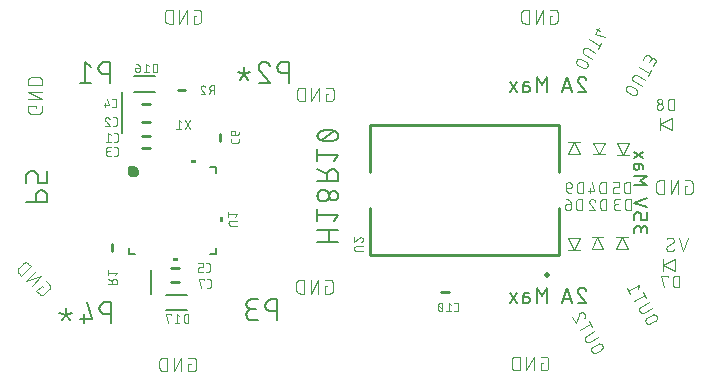
<source format=gbr>
G04 EAGLE Gerber RS-274X export*
G75*
%MOMM*%
%FSLAX34Y34*%
%LPD*%
%INSilkscreen Bottom*%
%IPPOS*%
%AMOC8*
5,1,8,0,0,1.08239X$1,22.5*%
G01*
%ADD10C,0.152400*%
%ADD11C,0.101600*%
%ADD12C,0.127000*%
%ADD13C,0.076200*%
%ADD14C,0.406400*%
%ADD15C,0.050800*%
%ADD16C,0.254000*%
%ADD17C,0.508000*%
%ADD18C,0.150000*%

G36*
X-136958Y110650D02*
X-136958Y110650D01*
X-136956Y110650D01*
X-136913Y110669D01*
X-136869Y110688D01*
X-136868Y110690D01*
X-136866Y110691D01*
X-136834Y110776D01*
X-136834Y113316D01*
X-136834Y113318D01*
X-136834Y113320D01*
X-136853Y113363D01*
X-136872Y113406D01*
X-136874Y113407D01*
X-136875Y113409D01*
X-136960Y113442D01*
X-140770Y113442D01*
X-140772Y113441D01*
X-140774Y113442D01*
X-140817Y113422D01*
X-140860Y113404D01*
X-140861Y113402D01*
X-140863Y113401D01*
X-140896Y113316D01*
X-140896Y110776D01*
X-140895Y110774D01*
X-140896Y110772D01*
X-140876Y110729D01*
X-140858Y110685D01*
X-140856Y110684D01*
X-140855Y110682D01*
X-140770Y110650D01*
X-136960Y110650D01*
X-136958Y110650D01*
G37*
G36*
X-113695Y61111D02*
X-113695Y61111D01*
X-113693Y61111D01*
X-113650Y61130D01*
X-113606Y61149D01*
X-113605Y61151D01*
X-113603Y61152D01*
X-113571Y61237D01*
X-113571Y65047D01*
X-113571Y65049D01*
X-113571Y65051D01*
X-113590Y65094D01*
X-113609Y65137D01*
X-113611Y65138D01*
X-113612Y65140D01*
X-113697Y65173D01*
X-116237Y65173D01*
X-116239Y65172D01*
X-116241Y65173D01*
X-116284Y65153D01*
X-116327Y65135D01*
X-116328Y65133D01*
X-116330Y65132D01*
X-116363Y65047D01*
X-116363Y61237D01*
X-116362Y61235D01*
X-116363Y61233D01*
X-116343Y61190D01*
X-116325Y61146D01*
X-116323Y61145D01*
X-116322Y61143D01*
X-116237Y61111D01*
X-113697Y61111D01*
X-113695Y61111D01*
G37*
G36*
X-151961Y27846D02*
X-151961Y27846D01*
X-151959Y27846D01*
X-151916Y27865D01*
X-151872Y27884D01*
X-151871Y27886D01*
X-151869Y27887D01*
X-151837Y27972D01*
X-151837Y30512D01*
X-151837Y30514D01*
X-151837Y30516D01*
X-151856Y30559D01*
X-151875Y30602D01*
X-151877Y30603D01*
X-151878Y30605D01*
X-151963Y30638D01*
X-155773Y30638D01*
X-155775Y30637D01*
X-155777Y30638D01*
X-155820Y30618D01*
X-155863Y30600D01*
X-155864Y30598D01*
X-155866Y30597D01*
X-155899Y30512D01*
X-155899Y27972D01*
X-155898Y27970D01*
X-155899Y27968D01*
X-155879Y27925D01*
X-155861Y27881D01*
X-155859Y27880D01*
X-155858Y27878D01*
X-155773Y27846D01*
X-151963Y27846D01*
X-151961Y27846D01*
G37*
D10*
X-209518Y178562D02*
X-209518Y196342D01*
X-214457Y196342D01*
X-214597Y196340D01*
X-214736Y196334D01*
X-214876Y196324D01*
X-215015Y196310D01*
X-215154Y196293D01*
X-215292Y196271D01*
X-215429Y196245D01*
X-215566Y196216D01*
X-215702Y196183D01*
X-215836Y196146D01*
X-215970Y196105D01*
X-216102Y196060D01*
X-216234Y196011D01*
X-216363Y195959D01*
X-216491Y195904D01*
X-216618Y195844D01*
X-216743Y195781D01*
X-216866Y195715D01*
X-216987Y195645D01*
X-217106Y195572D01*
X-217223Y195495D01*
X-217337Y195415D01*
X-217450Y195332D01*
X-217560Y195246D01*
X-217667Y195156D01*
X-217772Y195064D01*
X-217874Y194969D01*
X-217974Y194871D01*
X-218071Y194770D01*
X-218165Y194666D01*
X-218255Y194560D01*
X-218343Y194451D01*
X-218428Y194340D01*
X-218509Y194226D01*
X-218588Y194111D01*
X-218663Y193993D01*
X-218734Y193873D01*
X-218802Y193750D01*
X-218867Y193627D01*
X-218928Y193501D01*
X-218986Y193373D01*
X-219040Y193245D01*
X-219090Y193114D01*
X-219137Y192982D01*
X-219180Y192849D01*
X-219219Y192715D01*
X-219254Y192580D01*
X-219285Y192444D01*
X-219313Y192306D01*
X-219336Y192169D01*
X-219356Y192030D01*
X-219372Y191891D01*
X-219384Y191752D01*
X-219392Y191613D01*
X-219396Y191473D01*
X-219396Y191333D01*
X-219392Y191193D01*
X-219384Y191054D01*
X-219372Y190915D01*
X-219356Y190776D01*
X-219336Y190637D01*
X-219313Y190500D01*
X-219285Y190362D01*
X-219254Y190226D01*
X-219219Y190091D01*
X-219180Y189957D01*
X-219137Y189824D01*
X-219090Y189692D01*
X-219040Y189561D01*
X-218986Y189433D01*
X-218928Y189305D01*
X-218867Y189179D01*
X-218802Y189056D01*
X-218734Y188933D01*
X-218663Y188813D01*
X-218588Y188695D01*
X-218509Y188580D01*
X-218428Y188466D01*
X-218343Y188355D01*
X-218255Y188246D01*
X-218165Y188140D01*
X-218071Y188036D01*
X-217974Y187935D01*
X-217874Y187837D01*
X-217772Y187742D01*
X-217667Y187650D01*
X-217560Y187560D01*
X-217450Y187474D01*
X-217337Y187391D01*
X-217223Y187311D01*
X-217106Y187234D01*
X-216987Y187161D01*
X-216866Y187091D01*
X-216743Y187025D01*
X-216618Y186962D01*
X-216491Y186902D01*
X-216363Y186847D01*
X-216234Y186795D01*
X-216102Y186746D01*
X-215970Y186701D01*
X-215836Y186660D01*
X-215702Y186623D01*
X-215566Y186590D01*
X-215429Y186561D01*
X-215292Y186535D01*
X-215154Y186513D01*
X-215015Y186496D01*
X-214876Y186482D01*
X-214736Y186472D01*
X-214597Y186466D01*
X-214457Y186464D01*
X-209518Y186464D01*
X-225513Y192391D02*
X-230452Y196342D01*
X-230452Y178562D01*
X-225513Y178562D02*
X-235391Y178562D01*
X-57956Y179102D02*
X-57956Y196882D01*
X-62895Y196882D01*
X-63035Y196880D01*
X-63174Y196874D01*
X-63314Y196864D01*
X-63453Y196850D01*
X-63592Y196833D01*
X-63730Y196811D01*
X-63867Y196785D01*
X-64004Y196756D01*
X-64140Y196723D01*
X-64274Y196686D01*
X-64408Y196645D01*
X-64540Y196600D01*
X-64672Y196551D01*
X-64801Y196499D01*
X-64929Y196444D01*
X-65056Y196384D01*
X-65181Y196321D01*
X-65304Y196255D01*
X-65425Y196185D01*
X-65544Y196112D01*
X-65661Y196035D01*
X-65775Y195955D01*
X-65888Y195872D01*
X-65998Y195786D01*
X-66105Y195696D01*
X-66210Y195604D01*
X-66312Y195509D01*
X-66412Y195411D01*
X-66509Y195310D01*
X-66603Y195206D01*
X-66693Y195100D01*
X-66781Y194991D01*
X-66866Y194880D01*
X-66947Y194766D01*
X-67026Y194651D01*
X-67101Y194533D01*
X-67172Y194413D01*
X-67240Y194290D01*
X-67305Y194167D01*
X-67366Y194041D01*
X-67424Y193913D01*
X-67478Y193785D01*
X-67528Y193654D01*
X-67575Y193522D01*
X-67618Y193389D01*
X-67657Y193255D01*
X-67692Y193120D01*
X-67723Y192984D01*
X-67751Y192846D01*
X-67774Y192709D01*
X-67794Y192570D01*
X-67810Y192431D01*
X-67822Y192292D01*
X-67830Y192153D01*
X-67834Y192013D01*
X-67834Y191873D01*
X-67830Y191733D01*
X-67822Y191594D01*
X-67810Y191455D01*
X-67794Y191316D01*
X-67774Y191177D01*
X-67751Y191040D01*
X-67723Y190902D01*
X-67692Y190766D01*
X-67657Y190631D01*
X-67618Y190497D01*
X-67575Y190364D01*
X-67528Y190232D01*
X-67478Y190101D01*
X-67424Y189973D01*
X-67366Y189845D01*
X-67305Y189719D01*
X-67240Y189596D01*
X-67172Y189473D01*
X-67101Y189353D01*
X-67026Y189235D01*
X-66947Y189120D01*
X-66866Y189006D01*
X-66781Y188895D01*
X-66693Y188786D01*
X-66603Y188680D01*
X-66509Y188576D01*
X-66412Y188475D01*
X-66312Y188377D01*
X-66210Y188282D01*
X-66105Y188190D01*
X-65998Y188100D01*
X-65888Y188014D01*
X-65775Y187931D01*
X-65661Y187851D01*
X-65544Y187774D01*
X-65425Y187701D01*
X-65304Y187631D01*
X-65181Y187565D01*
X-65056Y187502D01*
X-64929Y187442D01*
X-64801Y187387D01*
X-64672Y187335D01*
X-64540Y187286D01*
X-64408Y187241D01*
X-64274Y187200D01*
X-64140Y187163D01*
X-64004Y187130D01*
X-63867Y187101D01*
X-63730Y187075D01*
X-63592Y187053D01*
X-63453Y187036D01*
X-63314Y187022D01*
X-63174Y187012D01*
X-63035Y187006D01*
X-62895Y187004D01*
X-57956Y187004D01*
X-79384Y196882D02*
X-79516Y196880D01*
X-79647Y196874D01*
X-79779Y196864D01*
X-79910Y196851D01*
X-80040Y196833D01*
X-80170Y196812D01*
X-80300Y196787D01*
X-80428Y196758D01*
X-80556Y196725D01*
X-80682Y196688D01*
X-80808Y196648D01*
X-80932Y196604D01*
X-81055Y196556D01*
X-81176Y196505D01*
X-81296Y196450D01*
X-81414Y196392D01*
X-81530Y196330D01*
X-81644Y196264D01*
X-81757Y196196D01*
X-81867Y196124D01*
X-81975Y196049D01*
X-82081Y195970D01*
X-82185Y195889D01*
X-82286Y195804D01*
X-82384Y195717D01*
X-82480Y195626D01*
X-82573Y195533D01*
X-82664Y195437D01*
X-82751Y195339D01*
X-82836Y195238D01*
X-82917Y195134D01*
X-82996Y195028D01*
X-83071Y194920D01*
X-83143Y194810D01*
X-83211Y194697D01*
X-83277Y194583D01*
X-83339Y194467D01*
X-83397Y194349D01*
X-83452Y194229D01*
X-83503Y194108D01*
X-83551Y193985D01*
X-83595Y193861D01*
X-83635Y193735D01*
X-83672Y193609D01*
X-83705Y193481D01*
X-83734Y193353D01*
X-83759Y193223D01*
X-83780Y193093D01*
X-83798Y192963D01*
X-83811Y192832D01*
X-83821Y192700D01*
X-83827Y192569D01*
X-83829Y192437D01*
X-79384Y196882D02*
X-79234Y196880D01*
X-79085Y196874D01*
X-78936Y196864D01*
X-78787Y196851D01*
X-78638Y196833D01*
X-78490Y196812D01*
X-78342Y196786D01*
X-78196Y196757D01*
X-78050Y196724D01*
X-77905Y196687D01*
X-77761Y196646D01*
X-77618Y196602D01*
X-77476Y196554D01*
X-77336Y196502D01*
X-77197Y196447D01*
X-77059Y196388D01*
X-76924Y196325D01*
X-76789Y196259D01*
X-76657Y196189D01*
X-76527Y196116D01*
X-76398Y196039D01*
X-76271Y195959D01*
X-76147Y195876D01*
X-76025Y195790D01*
X-75905Y195700D01*
X-75788Y195607D01*
X-75673Y195512D01*
X-75560Y195413D01*
X-75450Y195311D01*
X-75343Y195207D01*
X-75239Y195100D01*
X-75137Y194990D01*
X-75039Y194877D01*
X-74943Y194762D01*
X-74851Y194644D01*
X-74761Y194524D01*
X-74675Y194402D01*
X-74592Y194278D01*
X-74512Y194151D01*
X-74436Y194023D01*
X-74363Y193892D01*
X-74293Y193759D01*
X-74227Y193625D01*
X-74165Y193489D01*
X-74106Y193352D01*
X-74050Y193213D01*
X-73999Y193072D01*
X-73951Y192931D01*
X-82347Y188980D02*
X-82443Y189073D01*
X-82535Y189169D01*
X-82625Y189268D01*
X-82712Y189369D01*
X-82797Y189472D01*
X-82878Y189577D01*
X-82956Y189685D01*
X-83031Y189795D01*
X-83104Y189907D01*
X-83173Y190021D01*
X-83239Y190137D01*
X-83301Y190255D01*
X-83360Y190374D01*
X-83416Y190495D01*
X-83469Y190618D01*
X-83518Y190742D01*
X-83563Y190867D01*
X-83606Y190994D01*
X-83644Y191121D01*
X-83679Y191250D01*
X-83710Y191379D01*
X-83738Y191510D01*
X-83762Y191641D01*
X-83783Y191773D01*
X-83799Y191905D01*
X-83812Y192038D01*
X-83822Y192171D01*
X-83827Y192304D01*
X-83829Y192437D01*
X-82347Y188980D02*
X-73951Y179102D01*
X-83829Y179102D01*
X-96199Y186016D02*
X-96199Y191943D01*
X-96199Y186016D02*
X-99656Y181571D01*
X-96199Y186016D02*
X-92742Y181571D01*
X-96199Y186016D02*
X-101632Y187992D01*
X-96199Y186016D02*
X-90766Y187992D01*
X-262700Y78140D02*
X-280480Y78140D01*
X-262700Y78140D02*
X-262700Y83079D01*
X-262699Y83079D02*
X-262701Y83219D01*
X-262707Y83358D01*
X-262717Y83498D01*
X-262731Y83637D01*
X-262748Y83776D01*
X-262770Y83914D01*
X-262796Y84051D01*
X-262825Y84188D01*
X-262858Y84324D01*
X-262895Y84458D01*
X-262936Y84592D01*
X-262981Y84724D01*
X-263030Y84856D01*
X-263082Y84985D01*
X-263137Y85113D01*
X-263197Y85240D01*
X-263260Y85365D01*
X-263326Y85488D01*
X-263396Y85609D01*
X-263469Y85728D01*
X-263546Y85845D01*
X-263626Y85959D01*
X-263709Y86072D01*
X-263795Y86182D01*
X-263885Y86289D01*
X-263977Y86394D01*
X-264072Y86496D01*
X-264170Y86596D01*
X-264271Y86693D01*
X-264375Y86787D01*
X-264481Y86877D01*
X-264590Y86965D01*
X-264701Y87050D01*
X-264815Y87131D01*
X-264930Y87210D01*
X-265048Y87285D01*
X-265169Y87356D01*
X-265291Y87424D01*
X-265414Y87489D01*
X-265540Y87550D01*
X-265668Y87608D01*
X-265796Y87662D01*
X-265927Y87712D01*
X-266059Y87759D01*
X-266192Y87802D01*
X-266326Y87841D01*
X-266461Y87876D01*
X-266597Y87907D01*
X-266735Y87935D01*
X-266872Y87958D01*
X-267011Y87978D01*
X-267150Y87994D01*
X-267289Y88006D01*
X-267428Y88014D01*
X-267568Y88018D01*
X-267708Y88018D01*
X-267848Y88014D01*
X-267987Y88006D01*
X-268126Y87994D01*
X-268265Y87978D01*
X-268404Y87958D01*
X-268541Y87935D01*
X-268679Y87907D01*
X-268815Y87876D01*
X-268950Y87841D01*
X-269084Y87802D01*
X-269217Y87759D01*
X-269349Y87712D01*
X-269480Y87662D01*
X-269608Y87608D01*
X-269736Y87550D01*
X-269862Y87489D01*
X-269985Y87424D01*
X-270108Y87356D01*
X-270228Y87285D01*
X-270346Y87210D01*
X-270461Y87131D01*
X-270575Y87050D01*
X-270686Y86965D01*
X-270795Y86877D01*
X-270901Y86787D01*
X-271005Y86693D01*
X-271106Y86596D01*
X-271204Y86496D01*
X-271299Y86394D01*
X-271391Y86289D01*
X-271481Y86182D01*
X-271567Y86072D01*
X-271650Y85959D01*
X-271730Y85845D01*
X-271807Y85728D01*
X-271880Y85609D01*
X-271950Y85488D01*
X-272016Y85365D01*
X-272079Y85240D01*
X-272139Y85113D01*
X-272194Y84985D01*
X-272246Y84856D01*
X-272295Y84724D01*
X-272340Y84592D01*
X-272381Y84458D01*
X-272418Y84324D01*
X-272451Y84188D01*
X-272480Y84051D01*
X-272506Y83914D01*
X-272528Y83776D01*
X-272545Y83637D01*
X-272559Y83498D01*
X-272569Y83358D01*
X-272575Y83219D01*
X-272577Y83079D01*
X-272577Y78140D01*
X-280480Y94135D02*
X-280480Y100062D01*
X-280479Y100062D02*
X-280477Y100186D01*
X-280471Y100310D01*
X-280461Y100434D01*
X-280448Y100557D01*
X-280430Y100680D01*
X-280409Y100802D01*
X-280384Y100924D01*
X-280355Y101045D01*
X-280322Y101164D01*
X-280286Y101283D01*
X-280245Y101400D01*
X-280202Y101516D01*
X-280154Y101631D01*
X-280103Y101744D01*
X-280048Y101856D01*
X-279990Y101965D01*
X-279929Y102073D01*
X-279864Y102179D01*
X-279796Y102283D01*
X-279724Y102384D01*
X-279650Y102484D01*
X-279572Y102580D01*
X-279492Y102675D01*
X-279408Y102767D01*
X-279322Y102856D01*
X-279233Y102942D01*
X-279141Y103026D01*
X-279046Y103106D01*
X-278950Y103184D01*
X-278850Y103258D01*
X-278749Y103330D01*
X-278645Y103398D01*
X-278539Y103463D01*
X-278431Y103524D01*
X-278322Y103582D01*
X-278210Y103637D01*
X-278097Y103688D01*
X-277982Y103736D01*
X-277866Y103779D01*
X-277749Y103820D01*
X-277630Y103856D01*
X-277511Y103889D01*
X-277390Y103918D01*
X-277268Y103943D01*
X-277146Y103964D01*
X-277023Y103982D01*
X-276900Y103995D01*
X-276776Y104005D01*
X-276652Y104011D01*
X-276528Y104013D01*
X-274553Y104013D01*
X-274429Y104011D01*
X-274305Y104005D01*
X-274181Y103995D01*
X-274058Y103982D01*
X-273935Y103964D01*
X-273813Y103943D01*
X-273691Y103918D01*
X-273570Y103889D01*
X-273451Y103856D01*
X-273332Y103820D01*
X-273215Y103779D01*
X-273099Y103736D01*
X-272984Y103688D01*
X-272871Y103637D01*
X-272759Y103582D01*
X-272650Y103524D01*
X-272542Y103463D01*
X-272436Y103398D01*
X-272332Y103330D01*
X-272231Y103258D01*
X-272131Y103184D01*
X-272035Y103106D01*
X-271940Y103026D01*
X-271848Y102942D01*
X-271759Y102856D01*
X-271673Y102767D01*
X-271589Y102675D01*
X-271509Y102580D01*
X-271431Y102484D01*
X-271357Y102384D01*
X-271285Y102283D01*
X-271217Y102179D01*
X-271152Y102073D01*
X-271091Y101965D01*
X-271033Y101856D01*
X-270978Y101744D01*
X-270927Y101631D01*
X-270879Y101516D01*
X-270836Y101400D01*
X-270795Y101283D01*
X-270759Y101164D01*
X-270726Y101045D01*
X-270697Y100924D01*
X-270672Y100802D01*
X-270651Y100680D01*
X-270633Y100557D01*
X-270620Y100434D01*
X-270610Y100310D01*
X-270604Y100186D01*
X-270602Y100062D01*
X-270602Y94135D01*
X-262700Y94135D01*
X-262700Y104013D01*
X-208725Y-6858D02*
X-208725Y-24638D01*
X-208725Y-6858D02*
X-213663Y-6858D01*
X-213803Y-6860D01*
X-213942Y-6866D01*
X-214082Y-6876D01*
X-214221Y-6890D01*
X-214360Y-6907D01*
X-214498Y-6929D01*
X-214635Y-6955D01*
X-214772Y-6984D01*
X-214908Y-7017D01*
X-215042Y-7054D01*
X-215176Y-7095D01*
X-215308Y-7140D01*
X-215440Y-7189D01*
X-215569Y-7241D01*
X-215697Y-7296D01*
X-215824Y-7356D01*
X-215949Y-7419D01*
X-216072Y-7485D01*
X-216193Y-7555D01*
X-216312Y-7628D01*
X-216429Y-7705D01*
X-216543Y-7785D01*
X-216656Y-7868D01*
X-216766Y-7954D01*
X-216873Y-8044D01*
X-216978Y-8136D01*
X-217080Y-8231D01*
X-217180Y-8329D01*
X-217277Y-8430D01*
X-217371Y-8534D01*
X-217461Y-8640D01*
X-217549Y-8749D01*
X-217634Y-8860D01*
X-217715Y-8974D01*
X-217794Y-9089D01*
X-217869Y-9207D01*
X-217940Y-9328D01*
X-218008Y-9450D01*
X-218073Y-9573D01*
X-218134Y-9699D01*
X-218192Y-9827D01*
X-218246Y-9955D01*
X-218296Y-10086D01*
X-218343Y-10218D01*
X-218386Y-10351D01*
X-218425Y-10485D01*
X-218460Y-10620D01*
X-218491Y-10756D01*
X-218519Y-10894D01*
X-218542Y-11031D01*
X-218562Y-11170D01*
X-218578Y-11309D01*
X-218590Y-11448D01*
X-218598Y-11587D01*
X-218602Y-11727D01*
X-218602Y-11867D01*
X-218598Y-12007D01*
X-218590Y-12146D01*
X-218578Y-12285D01*
X-218562Y-12424D01*
X-218542Y-12563D01*
X-218519Y-12700D01*
X-218491Y-12838D01*
X-218460Y-12974D01*
X-218425Y-13109D01*
X-218386Y-13243D01*
X-218343Y-13376D01*
X-218296Y-13508D01*
X-218246Y-13639D01*
X-218192Y-13767D01*
X-218134Y-13895D01*
X-218073Y-14021D01*
X-218008Y-14144D01*
X-217940Y-14267D01*
X-217869Y-14387D01*
X-217794Y-14505D01*
X-217715Y-14620D01*
X-217634Y-14734D01*
X-217549Y-14845D01*
X-217461Y-14954D01*
X-217371Y-15060D01*
X-217277Y-15164D01*
X-217180Y-15265D01*
X-217080Y-15363D01*
X-216978Y-15458D01*
X-216873Y-15550D01*
X-216766Y-15640D01*
X-216656Y-15726D01*
X-216543Y-15809D01*
X-216429Y-15889D01*
X-216312Y-15966D01*
X-216193Y-16039D01*
X-216072Y-16109D01*
X-215949Y-16175D01*
X-215824Y-16238D01*
X-215697Y-16298D01*
X-215569Y-16353D01*
X-215440Y-16405D01*
X-215308Y-16454D01*
X-215176Y-16499D01*
X-215042Y-16540D01*
X-214908Y-16577D01*
X-214772Y-16610D01*
X-214635Y-16639D01*
X-214498Y-16665D01*
X-214360Y-16687D01*
X-214221Y-16704D01*
X-214082Y-16718D01*
X-213942Y-16728D01*
X-213803Y-16734D01*
X-213663Y-16736D01*
X-208725Y-16736D01*
X-224720Y-20687D02*
X-228671Y-6858D01*
X-224720Y-20687D02*
X-234597Y-20687D01*
X-231634Y-16736D02*
X-231634Y-24638D01*
X-246967Y-17724D02*
X-246967Y-11797D01*
X-246967Y-17724D02*
X-250424Y-22169D01*
X-246967Y-17724D02*
X-243510Y-22169D01*
X-246967Y-17724D02*
X-252400Y-15748D01*
X-246967Y-17724D02*
X-241534Y-15748D01*
X-68231Y-22257D02*
X-68231Y-4477D01*
X-73170Y-4477D01*
X-73310Y-4479D01*
X-73449Y-4485D01*
X-73589Y-4495D01*
X-73728Y-4509D01*
X-73867Y-4526D01*
X-74005Y-4548D01*
X-74142Y-4574D01*
X-74279Y-4603D01*
X-74415Y-4636D01*
X-74549Y-4673D01*
X-74683Y-4714D01*
X-74815Y-4759D01*
X-74947Y-4808D01*
X-75076Y-4860D01*
X-75204Y-4915D01*
X-75331Y-4975D01*
X-75456Y-5038D01*
X-75579Y-5104D01*
X-75700Y-5174D01*
X-75819Y-5247D01*
X-75936Y-5324D01*
X-76050Y-5404D01*
X-76163Y-5487D01*
X-76273Y-5573D01*
X-76380Y-5663D01*
X-76485Y-5755D01*
X-76587Y-5850D01*
X-76687Y-5948D01*
X-76784Y-6049D01*
X-76878Y-6153D01*
X-76968Y-6259D01*
X-77056Y-6368D01*
X-77141Y-6479D01*
X-77222Y-6593D01*
X-77301Y-6708D01*
X-77376Y-6826D01*
X-77447Y-6947D01*
X-77515Y-7069D01*
X-77580Y-7192D01*
X-77641Y-7318D01*
X-77699Y-7446D01*
X-77753Y-7574D01*
X-77803Y-7705D01*
X-77850Y-7837D01*
X-77893Y-7970D01*
X-77932Y-8104D01*
X-77967Y-8239D01*
X-77998Y-8375D01*
X-78026Y-8513D01*
X-78049Y-8650D01*
X-78069Y-8789D01*
X-78085Y-8928D01*
X-78097Y-9067D01*
X-78105Y-9206D01*
X-78109Y-9346D01*
X-78109Y-9486D01*
X-78105Y-9626D01*
X-78097Y-9765D01*
X-78085Y-9904D01*
X-78069Y-10043D01*
X-78049Y-10182D01*
X-78026Y-10319D01*
X-77998Y-10457D01*
X-77967Y-10593D01*
X-77932Y-10728D01*
X-77893Y-10862D01*
X-77850Y-10995D01*
X-77803Y-11127D01*
X-77753Y-11258D01*
X-77699Y-11386D01*
X-77641Y-11514D01*
X-77580Y-11640D01*
X-77515Y-11763D01*
X-77447Y-11886D01*
X-77376Y-12006D01*
X-77301Y-12124D01*
X-77222Y-12239D01*
X-77141Y-12353D01*
X-77056Y-12464D01*
X-76968Y-12573D01*
X-76878Y-12679D01*
X-76784Y-12783D01*
X-76687Y-12884D01*
X-76587Y-12982D01*
X-76485Y-13077D01*
X-76380Y-13169D01*
X-76273Y-13259D01*
X-76163Y-13345D01*
X-76050Y-13428D01*
X-75936Y-13508D01*
X-75819Y-13585D01*
X-75700Y-13658D01*
X-75579Y-13728D01*
X-75456Y-13794D01*
X-75331Y-13857D01*
X-75204Y-13917D01*
X-75076Y-13972D01*
X-74947Y-14024D01*
X-74815Y-14073D01*
X-74683Y-14118D01*
X-74549Y-14159D01*
X-74415Y-14196D01*
X-74279Y-14229D01*
X-74142Y-14258D01*
X-74005Y-14284D01*
X-73867Y-14306D01*
X-73728Y-14323D01*
X-73589Y-14337D01*
X-73449Y-14347D01*
X-73310Y-14353D01*
X-73170Y-14355D01*
X-68231Y-14355D01*
X-84226Y-22257D02*
X-89165Y-22257D01*
X-89305Y-22255D01*
X-89444Y-22249D01*
X-89584Y-22239D01*
X-89723Y-22225D01*
X-89862Y-22208D01*
X-90000Y-22186D01*
X-90137Y-22160D01*
X-90274Y-22131D01*
X-90410Y-22098D01*
X-90544Y-22061D01*
X-90678Y-22020D01*
X-90810Y-21975D01*
X-90942Y-21926D01*
X-91071Y-21874D01*
X-91199Y-21819D01*
X-91326Y-21759D01*
X-91451Y-21696D01*
X-91574Y-21630D01*
X-91695Y-21560D01*
X-91814Y-21487D01*
X-91931Y-21410D01*
X-92045Y-21330D01*
X-92158Y-21247D01*
X-92268Y-21161D01*
X-92375Y-21071D01*
X-92480Y-20979D01*
X-92582Y-20884D01*
X-92682Y-20786D01*
X-92779Y-20685D01*
X-92873Y-20581D01*
X-92963Y-20475D01*
X-93051Y-20366D01*
X-93136Y-20255D01*
X-93217Y-20141D01*
X-93296Y-20026D01*
X-93371Y-19908D01*
X-93442Y-19788D01*
X-93510Y-19665D01*
X-93575Y-19542D01*
X-93636Y-19416D01*
X-93694Y-19288D01*
X-93748Y-19160D01*
X-93798Y-19029D01*
X-93845Y-18897D01*
X-93888Y-18764D01*
X-93927Y-18630D01*
X-93962Y-18495D01*
X-93993Y-18359D01*
X-94021Y-18221D01*
X-94044Y-18084D01*
X-94064Y-17945D01*
X-94080Y-17806D01*
X-94092Y-17667D01*
X-94100Y-17528D01*
X-94104Y-17388D01*
X-94104Y-17248D01*
X-94100Y-17108D01*
X-94092Y-16969D01*
X-94080Y-16830D01*
X-94064Y-16691D01*
X-94044Y-16552D01*
X-94021Y-16415D01*
X-93993Y-16277D01*
X-93962Y-16141D01*
X-93927Y-16006D01*
X-93888Y-15872D01*
X-93845Y-15739D01*
X-93798Y-15607D01*
X-93748Y-15476D01*
X-93694Y-15348D01*
X-93636Y-15220D01*
X-93575Y-15094D01*
X-93510Y-14971D01*
X-93442Y-14849D01*
X-93371Y-14728D01*
X-93296Y-14610D01*
X-93217Y-14495D01*
X-93136Y-14381D01*
X-93051Y-14270D01*
X-92963Y-14161D01*
X-92873Y-14055D01*
X-92779Y-13951D01*
X-92682Y-13850D01*
X-92582Y-13752D01*
X-92480Y-13657D01*
X-92375Y-13565D01*
X-92268Y-13475D01*
X-92158Y-13389D01*
X-92045Y-13306D01*
X-91931Y-13226D01*
X-91814Y-13149D01*
X-91695Y-13076D01*
X-91574Y-13006D01*
X-91451Y-12940D01*
X-91326Y-12877D01*
X-91199Y-12817D01*
X-91071Y-12762D01*
X-90942Y-12710D01*
X-90810Y-12661D01*
X-90678Y-12616D01*
X-90544Y-12575D01*
X-90410Y-12538D01*
X-90274Y-12505D01*
X-90137Y-12476D01*
X-90000Y-12450D01*
X-89862Y-12428D01*
X-89723Y-12411D01*
X-89584Y-12397D01*
X-89444Y-12387D01*
X-89305Y-12381D01*
X-89165Y-12379D01*
X-90152Y-4477D02*
X-84226Y-4477D01*
X-90152Y-4477D02*
X-90276Y-4479D01*
X-90400Y-4485D01*
X-90524Y-4495D01*
X-90647Y-4508D01*
X-90770Y-4526D01*
X-90892Y-4547D01*
X-91014Y-4572D01*
X-91135Y-4601D01*
X-91254Y-4634D01*
X-91373Y-4670D01*
X-91490Y-4711D01*
X-91606Y-4754D01*
X-91721Y-4802D01*
X-91834Y-4853D01*
X-91946Y-4908D01*
X-92055Y-4966D01*
X-92163Y-5027D01*
X-92269Y-5092D01*
X-92373Y-5160D01*
X-92474Y-5232D01*
X-92574Y-5306D01*
X-92670Y-5384D01*
X-92765Y-5464D01*
X-92857Y-5548D01*
X-92946Y-5634D01*
X-93032Y-5723D01*
X-93116Y-5815D01*
X-93196Y-5910D01*
X-93274Y-6006D01*
X-93348Y-6106D01*
X-93420Y-6207D01*
X-93488Y-6311D01*
X-93553Y-6417D01*
X-93614Y-6525D01*
X-93672Y-6634D01*
X-93727Y-6746D01*
X-93778Y-6859D01*
X-93826Y-6974D01*
X-93869Y-7090D01*
X-93910Y-7207D01*
X-93946Y-7326D01*
X-93979Y-7445D01*
X-94008Y-7566D01*
X-94033Y-7688D01*
X-94054Y-7810D01*
X-94072Y-7933D01*
X-94085Y-8056D01*
X-94095Y-8180D01*
X-94101Y-8304D01*
X-94103Y-8428D01*
X-94101Y-8552D01*
X-94095Y-8676D01*
X-94085Y-8800D01*
X-94072Y-8923D01*
X-94054Y-9046D01*
X-94033Y-9168D01*
X-94008Y-9290D01*
X-93979Y-9411D01*
X-93946Y-9530D01*
X-93910Y-9649D01*
X-93869Y-9766D01*
X-93826Y-9882D01*
X-93778Y-9997D01*
X-93727Y-10110D01*
X-93672Y-10222D01*
X-93614Y-10331D01*
X-93553Y-10439D01*
X-93488Y-10545D01*
X-93420Y-10649D01*
X-93348Y-10750D01*
X-93274Y-10850D01*
X-93196Y-10946D01*
X-93116Y-11041D01*
X-93032Y-11133D01*
X-92946Y-11222D01*
X-92857Y-11308D01*
X-92765Y-11392D01*
X-92670Y-11472D01*
X-92574Y-11550D01*
X-92474Y-11624D01*
X-92373Y-11696D01*
X-92269Y-11764D01*
X-92163Y-11829D01*
X-92055Y-11890D01*
X-91946Y-11948D01*
X-91834Y-12003D01*
X-91721Y-12054D01*
X-91606Y-12102D01*
X-91490Y-12145D01*
X-91373Y-12186D01*
X-91254Y-12222D01*
X-91135Y-12255D01*
X-91014Y-12284D01*
X-90892Y-12309D01*
X-90770Y-12330D01*
X-90647Y-12348D01*
X-90524Y-12361D01*
X-90400Y-12371D01*
X-90276Y-12377D01*
X-90152Y-12379D01*
X-86201Y-12379D01*
X-33953Y44469D02*
X-16173Y44469D01*
X-24076Y44469D02*
X-24076Y54347D01*
X-16173Y54347D02*
X-33953Y54347D01*
X-20125Y61778D02*
X-16173Y66717D01*
X-33953Y66717D01*
X-33953Y61778D02*
X-33953Y71656D01*
X-29015Y78528D02*
X-28875Y78530D01*
X-28736Y78536D01*
X-28596Y78546D01*
X-28457Y78560D01*
X-28318Y78577D01*
X-28180Y78599D01*
X-28043Y78625D01*
X-27906Y78654D01*
X-27770Y78687D01*
X-27636Y78724D01*
X-27502Y78765D01*
X-27370Y78810D01*
X-27238Y78859D01*
X-27109Y78911D01*
X-26981Y78966D01*
X-26854Y79026D01*
X-26729Y79089D01*
X-26606Y79155D01*
X-26485Y79225D01*
X-26366Y79298D01*
X-26249Y79375D01*
X-26135Y79455D01*
X-26022Y79538D01*
X-25912Y79624D01*
X-25805Y79714D01*
X-25700Y79806D01*
X-25598Y79901D01*
X-25498Y79999D01*
X-25401Y80100D01*
X-25307Y80204D01*
X-25217Y80310D01*
X-25129Y80419D01*
X-25044Y80530D01*
X-24963Y80644D01*
X-24884Y80759D01*
X-24809Y80877D01*
X-24738Y80998D01*
X-24670Y81120D01*
X-24605Y81243D01*
X-24544Y81369D01*
X-24486Y81497D01*
X-24432Y81625D01*
X-24382Y81756D01*
X-24335Y81888D01*
X-24292Y82021D01*
X-24253Y82155D01*
X-24218Y82290D01*
X-24187Y82426D01*
X-24159Y82564D01*
X-24136Y82701D01*
X-24116Y82840D01*
X-24100Y82979D01*
X-24088Y83118D01*
X-24080Y83257D01*
X-24076Y83397D01*
X-24076Y83537D01*
X-24080Y83677D01*
X-24088Y83816D01*
X-24100Y83955D01*
X-24116Y84094D01*
X-24136Y84233D01*
X-24159Y84370D01*
X-24187Y84508D01*
X-24218Y84644D01*
X-24253Y84779D01*
X-24292Y84913D01*
X-24335Y85046D01*
X-24382Y85178D01*
X-24432Y85309D01*
X-24486Y85437D01*
X-24544Y85565D01*
X-24605Y85691D01*
X-24670Y85814D01*
X-24738Y85937D01*
X-24809Y86057D01*
X-24884Y86175D01*
X-24963Y86290D01*
X-25044Y86404D01*
X-25129Y86515D01*
X-25217Y86624D01*
X-25307Y86730D01*
X-25401Y86834D01*
X-25498Y86935D01*
X-25598Y87033D01*
X-25700Y87128D01*
X-25805Y87220D01*
X-25912Y87310D01*
X-26022Y87396D01*
X-26135Y87479D01*
X-26249Y87559D01*
X-26366Y87636D01*
X-26485Y87709D01*
X-26606Y87779D01*
X-26729Y87845D01*
X-26854Y87908D01*
X-26981Y87968D01*
X-27109Y88023D01*
X-27238Y88075D01*
X-27370Y88124D01*
X-27502Y88169D01*
X-27636Y88210D01*
X-27770Y88247D01*
X-27906Y88280D01*
X-28043Y88309D01*
X-28180Y88335D01*
X-28318Y88357D01*
X-28457Y88374D01*
X-28596Y88388D01*
X-28736Y88398D01*
X-28875Y88404D01*
X-29015Y88406D01*
X-29155Y88404D01*
X-29294Y88398D01*
X-29434Y88388D01*
X-29573Y88374D01*
X-29712Y88357D01*
X-29850Y88335D01*
X-29987Y88309D01*
X-30124Y88280D01*
X-30260Y88247D01*
X-30394Y88210D01*
X-30528Y88169D01*
X-30660Y88124D01*
X-30792Y88075D01*
X-30921Y88023D01*
X-31049Y87968D01*
X-31176Y87908D01*
X-31301Y87845D01*
X-31424Y87779D01*
X-31545Y87709D01*
X-31664Y87636D01*
X-31781Y87559D01*
X-31895Y87479D01*
X-32008Y87396D01*
X-32118Y87310D01*
X-32225Y87220D01*
X-32330Y87128D01*
X-32432Y87033D01*
X-32532Y86935D01*
X-32629Y86834D01*
X-32723Y86730D01*
X-32813Y86624D01*
X-32901Y86515D01*
X-32986Y86404D01*
X-33067Y86290D01*
X-33146Y86175D01*
X-33221Y86057D01*
X-33292Y85936D01*
X-33360Y85814D01*
X-33425Y85691D01*
X-33486Y85565D01*
X-33544Y85437D01*
X-33598Y85309D01*
X-33648Y85178D01*
X-33695Y85046D01*
X-33738Y84913D01*
X-33777Y84779D01*
X-33812Y84644D01*
X-33843Y84508D01*
X-33871Y84370D01*
X-33894Y84233D01*
X-33914Y84094D01*
X-33930Y83955D01*
X-33942Y83816D01*
X-33950Y83677D01*
X-33954Y83537D01*
X-33954Y83397D01*
X-33950Y83257D01*
X-33942Y83118D01*
X-33930Y82979D01*
X-33914Y82840D01*
X-33894Y82701D01*
X-33871Y82564D01*
X-33843Y82426D01*
X-33812Y82290D01*
X-33777Y82155D01*
X-33738Y82021D01*
X-33695Y81888D01*
X-33648Y81756D01*
X-33598Y81625D01*
X-33544Y81497D01*
X-33486Y81369D01*
X-33425Y81243D01*
X-33360Y81120D01*
X-33292Y80997D01*
X-33221Y80877D01*
X-33146Y80759D01*
X-33067Y80644D01*
X-32986Y80530D01*
X-32901Y80419D01*
X-32813Y80310D01*
X-32723Y80204D01*
X-32629Y80100D01*
X-32532Y79999D01*
X-32432Y79901D01*
X-32330Y79806D01*
X-32225Y79714D01*
X-32118Y79624D01*
X-32008Y79538D01*
X-31895Y79455D01*
X-31781Y79375D01*
X-31664Y79298D01*
X-31545Y79225D01*
X-31424Y79155D01*
X-31301Y79089D01*
X-31176Y79026D01*
X-31049Y78966D01*
X-30921Y78911D01*
X-30792Y78859D01*
X-30660Y78810D01*
X-30528Y78765D01*
X-30394Y78724D01*
X-30260Y78687D01*
X-30124Y78654D01*
X-29987Y78625D01*
X-29850Y78599D01*
X-29712Y78577D01*
X-29573Y78560D01*
X-29434Y78546D01*
X-29294Y78536D01*
X-29155Y78530D01*
X-29015Y78528D01*
X-20125Y79516D02*
X-20001Y79518D01*
X-19877Y79524D01*
X-19753Y79534D01*
X-19630Y79547D01*
X-19507Y79565D01*
X-19385Y79586D01*
X-19263Y79611D01*
X-19142Y79640D01*
X-19023Y79673D01*
X-18904Y79709D01*
X-18787Y79750D01*
X-18671Y79793D01*
X-18556Y79841D01*
X-18443Y79892D01*
X-18331Y79947D01*
X-18222Y80005D01*
X-18114Y80066D01*
X-18008Y80131D01*
X-17904Y80199D01*
X-17803Y80271D01*
X-17703Y80345D01*
X-17607Y80423D01*
X-17512Y80503D01*
X-17420Y80587D01*
X-17331Y80673D01*
X-17245Y80762D01*
X-17161Y80854D01*
X-17081Y80949D01*
X-17003Y81045D01*
X-16929Y81145D01*
X-16857Y81246D01*
X-16789Y81350D01*
X-16724Y81456D01*
X-16663Y81564D01*
X-16605Y81673D01*
X-16550Y81785D01*
X-16499Y81898D01*
X-16451Y82013D01*
X-16408Y82129D01*
X-16367Y82246D01*
X-16331Y82365D01*
X-16298Y82484D01*
X-16269Y82605D01*
X-16244Y82727D01*
X-16223Y82849D01*
X-16205Y82972D01*
X-16192Y83095D01*
X-16182Y83219D01*
X-16176Y83343D01*
X-16174Y83467D01*
X-16176Y83591D01*
X-16182Y83715D01*
X-16192Y83839D01*
X-16205Y83962D01*
X-16223Y84085D01*
X-16244Y84207D01*
X-16269Y84329D01*
X-16298Y84450D01*
X-16331Y84569D01*
X-16367Y84688D01*
X-16408Y84805D01*
X-16451Y84921D01*
X-16499Y85036D01*
X-16550Y85149D01*
X-16605Y85261D01*
X-16663Y85370D01*
X-16724Y85478D01*
X-16789Y85584D01*
X-16857Y85688D01*
X-16929Y85789D01*
X-17003Y85889D01*
X-17081Y85985D01*
X-17161Y86080D01*
X-17245Y86172D01*
X-17331Y86261D01*
X-17420Y86347D01*
X-17512Y86431D01*
X-17607Y86511D01*
X-17703Y86589D01*
X-17803Y86663D01*
X-17904Y86735D01*
X-18008Y86803D01*
X-18114Y86868D01*
X-18222Y86929D01*
X-18331Y86987D01*
X-18443Y87042D01*
X-18556Y87093D01*
X-18671Y87141D01*
X-18787Y87184D01*
X-18904Y87225D01*
X-19023Y87261D01*
X-19142Y87294D01*
X-19263Y87323D01*
X-19385Y87348D01*
X-19507Y87369D01*
X-19630Y87387D01*
X-19753Y87400D01*
X-19877Y87410D01*
X-20001Y87416D01*
X-20125Y87418D01*
X-20249Y87416D01*
X-20373Y87410D01*
X-20497Y87400D01*
X-20620Y87387D01*
X-20743Y87369D01*
X-20865Y87348D01*
X-20987Y87323D01*
X-21108Y87294D01*
X-21227Y87261D01*
X-21346Y87225D01*
X-21463Y87184D01*
X-21579Y87141D01*
X-21694Y87093D01*
X-21807Y87042D01*
X-21919Y86987D01*
X-22028Y86929D01*
X-22136Y86868D01*
X-22242Y86803D01*
X-22346Y86735D01*
X-22447Y86663D01*
X-22547Y86589D01*
X-22643Y86511D01*
X-22738Y86431D01*
X-22830Y86347D01*
X-22919Y86261D01*
X-23005Y86172D01*
X-23089Y86080D01*
X-23169Y85985D01*
X-23247Y85889D01*
X-23321Y85789D01*
X-23393Y85688D01*
X-23461Y85584D01*
X-23526Y85478D01*
X-23587Y85370D01*
X-23645Y85261D01*
X-23700Y85149D01*
X-23751Y85036D01*
X-23799Y84921D01*
X-23842Y84805D01*
X-23883Y84688D01*
X-23919Y84569D01*
X-23952Y84450D01*
X-23981Y84329D01*
X-24006Y84207D01*
X-24027Y84085D01*
X-24045Y83962D01*
X-24058Y83839D01*
X-24068Y83715D01*
X-24074Y83591D01*
X-24076Y83467D01*
X-24074Y83343D01*
X-24068Y83219D01*
X-24058Y83095D01*
X-24045Y82972D01*
X-24027Y82849D01*
X-24006Y82727D01*
X-23981Y82605D01*
X-23952Y82484D01*
X-23919Y82365D01*
X-23883Y82246D01*
X-23842Y82129D01*
X-23799Y82013D01*
X-23751Y81898D01*
X-23700Y81785D01*
X-23645Y81673D01*
X-23587Y81564D01*
X-23526Y81456D01*
X-23461Y81350D01*
X-23393Y81246D01*
X-23321Y81145D01*
X-23247Y81045D01*
X-23169Y80949D01*
X-23089Y80854D01*
X-23005Y80762D01*
X-22919Y80673D01*
X-22830Y80587D01*
X-22738Y80503D01*
X-22643Y80423D01*
X-22547Y80345D01*
X-22447Y80271D01*
X-22346Y80199D01*
X-22242Y80131D01*
X-22136Y80066D01*
X-22028Y80005D01*
X-21919Y79947D01*
X-21807Y79892D01*
X-21694Y79841D01*
X-21579Y79793D01*
X-21463Y79750D01*
X-21346Y79709D01*
X-21227Y79673D01*
X-21108Y79640D01*
X-20987Y79611D01*
X-20865Y79586D01*
X-20743Y79565D01*
X-20620Y79547D01*
X-20497Y79534D01*
X-20373Y79524D01*
X-20249Y79518D01*
X-20125Y79516D01*
X-16173Y95923D02*
X-33953Y95923D01*
X-16173Y95923D02*
X-16173Y100862D01*
X-16175Y101002D01*
X-16181Y101141D01*
X-16191Y101281D01*
X-16205Y101420D01*
X-16222Y101559D01*
X-16244Y101697D01*
X-16270Y101834D01*
X-16299Y101971D01*
X-16332Y102107D01*
X-16369Y102241D01*
X-16410Y102375D01*
X-16455Y102507D01*
X-16504Y102639D01*
X-16556Y102768D01*
X-16611Y102896D01*
X-16671Y103023D01*
X-16734Y103148D01*
X-16800Y103271D01*
X-16870Y103392D01*
X-16943Y103511D01*
X-17020Y103628D01*
X-17100Y103742D01*
X-17183Y103855D01*
X-17269Y103965D01*
X-17359Y104072D01*
X-17451Y104177D01*
X-17546Y104279D01*
X-17644Y104379D01*
X-17745Y104476D01*
X-17849Y104570D01*
X-17955Y104660D01*
X-18064Y104748D01*
X-18175Y104833D01*
X-18289Y104914D01*
X-18404Y104993D01*
X-18522Y105068D01*
X-18642Y105139D01*
X-18765Y105207D01*
X-18888Y105272D01*
X-19014Y105333D01*
X-19142Y105391D01*
X-19270Y105445D01*
X-19401Y105495D01*
X-19533Y105542D01*
X-19666Y105585D01*
X-19800Y105624D01*
X-19935Y105659D01*
X-20071Y105690D01*
X-20209Y105718D01*
X-20346Y105741D01*
X-20485Y105761D01*
X-20624Y105777D01*
X-20763Y105789D01*
X-20902Y105797D01*
X-21042Y105801D01*
X-21182Y105801D01*
X-21322Y105797D01*
X-21461Y105789D01*
X-21600Y105777D01*
X-21739Y105761D01*
X-21878Y105741D01*
X-22015Y105718D01*
X-22153Y105690D01*
X-22289Y105659D01*
X-22424Y105624D01*
X-22558Y105585D01*
X-22691Y105542D01*
X-22823Y105495D01*
X-22954Y105445D01*
X-23082Y105391D01*
X-23210Y105333D01*
X-23336Y105272D01*
X-23459Y105207D01*
X-23582Y105139D01*
X-23702Y105068D01*
X-23820Y104993D01*
X-23935Y104914D01*
X-24049Y104833D01*
X-24160Y104748D01*
X-24269Y104660D01*
X-24375Y104570D01*
X-24479Y104476D01*
X-24580Y104379D01*
X-24678Y104279D01*
X-24773Y104177D01*
X-24865Y104072D01*
X-24955Y103965D01*
X-25041Y103855D01*
X-25124Y103742D01*
X-25204Y103628D01*
X-25281Y103511D01*
X-25354Y103392D01*
X-25424Y103271D01*
X-25490Y103148D01*
X-25553Y103023D01*
X-25613Y102896D01*
X-25668Y102768D01*
X-25720Y102639D01*
X-25769Y102507D01*
X-25814Y102375D01*
X-25855Y102241D01*
X-25892Y102107D01*
X-25925Y101971D01*
X-25954Y101834D01*
X-25980Y101697D01*
X-26002Y101559D01*
X-26019Y101420D01*
X-26033Y101281D01*
X-26043Y101141D01*
X-26049Y101002D01*
X-26051Y100862D01*
X-26051Y95923D01*
X-26051Y101849D02*
X-33953Y105801D01*
X-20125Y112588D02*
X-16173Y117527D01*
X-33953Y117527D01*
X-33953Y122465D02*
X-33953Y112588D01*
X-25063Y129338D02*
X-24713Y129342D01*
X-24364Y129355D01*
X-24015Y129376D01*
X-23666Y129405D01*
X-23318Y129442D01*
X-22971Y129488D01*
X-22626Y129542D01*
X-22282Y129604D01*
X-21939Y129675D01*
X-21598Y129754D01*
X-21259Y129840D01*
X-20923Y129935D01*
X-20588Y130038D01*
X-20257Y130149D01*
X-19928Y130267D01*
X-19601Y130394D01*
X-19278Y130528D01*
X-18959Y130670D01*
X-18642Y130820D01*
X-18643Y130820D02*
X-18530Y130860D01*
X-18420Y130904D01*
X-18310Y130952D01*
X-18203Y131003D01*
X-18097Y131058D01*
X-17992Y131116D01*
X-17890Y131178D01*
X-17790Y131243D01*
X-17692Y131311D01*
X-17596Y131382D01*
X-17503Y131457D01*
X-17412Y131534D01*
X-17324Y131614D01*
X-17239Y131697D01*
X-17156Y131783D01*
X-17076Y131872D01*
X-16999Y131963D01*
X-16925Y132057D01*
X-16854Y132153D01*
X-16786Y132251D01*
X-16722Y132351D01*
X-16660Y132454D01*
X-16603Y132558D01*
X-16548Y132664D01*
X-16497Y132772D01*
X-16450Y132882D01*
X-16406Y132993D01*
X-16366Y133105D01*
X-16330Y133219D01*
X-16297Y133333D01*
X-16268Y133449D01*
X-16243Y133566D01*
X-16222Y133683D01*
X-16204Y133801D01*
X-16191Y133920D01*
X-16181Y134039D01*
X-16175Y134158D01*
X-16173Y134277D01*
X-16175Y134396D01*
X-16181Y134515D01*
X-16191Y134634D01*
X-16204Y134753D01*
X-16222Y134871D01*
X-16243Y134988D01*
X-16268Y135105D01*
X-16297Y135221D01*
X-16330Y135335D01*
X-16366Y135449D01*
X-16406Y135561D01*
X-16450Y135672D01*
X-16497Y135782D01*
X-16548Y135890D01*
X-16603Y135996D01*
X-16660Y136100D01*
X-16722Y136203D01*
X-16786Y136303D01*
X-16854Y136401D01*
X-16925Y136497D01*
X-16999Y136591D01*
X-17076Y136682D01*
X-17156Y136771D01*
X-17239Y136857D01*
X-17324Y136940D01*
X-17412Y137020D01*
X-17503Y137097D01*
X-17597Y137172D01*
X-17692Y137243D01*
X-17790Y137311D01*
X-17890Y137376D01*
X-17992Y137438D01*
X-18097Y137496D01*
X-18203Y137551D01*
X-18310Y137602D01*
X-18420Y137650D01*
X-18530Y137694D01*
X-18643Y137734D01*
X-18959Y137884D01*
X-19278Y138026D01*
X-19601Y138160D01*
X-19928Y138287D01*
X-20257Y138405D01*
X-20588Y138516D01*
X-20923Y138619D01*
X-21259Y138714D01*
X-21598Y138800D01*
X-21939Y138879D01*
X-22282Y138950D01*
X-22626Y139012D01*
X-22971Y139066D01*
X-23318Y139112D01*
X-23666Y139149D01*
X-24015Y139178D01*
X-24364Y139199D01*
X-24713Y139212D01*
X-25063Y139216D01*
X-25063Y129338D02*
X-25413Y129342D01*
X-25762Y129355D01*
X-26111Y129376D01*
X-26460Y129405D01*
X-26808Y129442D01*
X-27155Y129488D01*
X-27500Y129542D01*
X-27844Y129604D01*
X-28187Y129675D01*
X-28528Y129754D01*
X-28867Y129840D01*
X-29203Y129935D01*
X-29538Y130038D01*
X-29869Y130149D01*
X-30198Y130267D01*
X-30525Y130394D01*
X-30848Y130528D01*
X-31167Y130670D01*
X-31483Y130820D01*
X-31484Y130820D02*
X-31597Y130860D01*
X-31707Y130904D01*
X-31817Y130952D01*
X-31925Y131003D01*
X-32031Y131058D01*
X-32135Y131116D01*
X-32237Y131178D01*
X-32337Y131243D01*
X-32435Y131311D01*
X-32531Y131382D01*
X-32624Y131457D01*
X-32715Y131534D01*
X-32803Y131614D01*
X-32888Y131698D01*
X-32971Y131783D01*
X-33051Y131872D01*
X-33128Y131963D01*
X-33202Y132057D01*
X-33273Y132153D01*
X-33341Y132251D01*
X-33405Y132351D01*
X-33467Y132454D01*
X-33525Y132558D01*
X-33579Y132664D01*
X-33630Y132772D01*
X-33677Y132882D01*
X-33721Y132993D01*
X-33761Y133105D01*
X-33797Y133219D01*
X-33830Y133333D01*
X-33859Y133449D01*
X-33884Y133566D01*
X-33905Y133683D01*
X-33923Y133801D01*
X-33936Y133920D01*
X-33946Y134039D01*
X-33952Y134158D01*
X-33954Y134277D01*
X-31483Y137734D02*
X-31167Y137884D01*
X-30848Y138026D01*
X-30525Y138160D01*
X-30198Y138287D01*
X-29869Y138405D01*
X-29538Y138516D01*
X-29203Y138619D01*
X-28867Y138714D01*
X-28528Y138800D01*
X-28187Y138879D01*
X-27844Y138950D01*
X-27500Y139012D01*
X-27155Y139066D01*
X-26808Y139112D01*
X-26460Y139149D01*
X-26111Y139178D01*
X-25762Y139199D01*
X-25413Y139212D01*
X-25063Y139216D01*
X-31484Y137734D02*
X-31597Y137694D01*
X-31707Y137650D01*
X-31817Y137602D01*
X-31924Y137551D01*
X-32030Y137496D01*
X-32135Y137438D01*
X-32237Y137376D01*
X-32337Y137311D01*
X-32435Y137243D01*
X-32531Y137172D01*
X-32624Y137097D01*
X-32715Y137020D01*
X-32803Y136940D01*
X-32888Y136857D01*
X-32971Y136771D01*
X-33051Y136682D01*
X-33128Y136591D01*
X-33202Y136497D01*
X-33273Y136401D01*
X-33341Y136303D01*
X-33405Y136203D01*
X-33467Y136100D01*
X-33524Y135996D01*
X-33579Y135890D01*
X-33630Y135782D01*
X-33677Y135672D01*
X-33721Y135561D01*
X-33761Y135449D01*
X-33797Y135335D01*
X-33830Y135221D01*
X-33859Y135105D01*
X-33884Y134988D01*
X-33905Y134871D01*
X-33923Y134753D01*
X-33936Y134634D01*
X-33946Y134515D01*
X-33952Y134396D01*
X-33954Y134277D01*
X-30002Y130326D02*
X-20125Y138228D01*
D11*
X-136814Y235599D02*
X-138762Y235599D01*
X-138762Y229108D01*
X-134867Y229108D01*
X-134768Y229110D01*
X-134668Y229116D01*
X-134569Y229125D01*
X-134471Y229138D01*
X-134373Y229155D01*
X-134275Y229176D01*
X-134179Y229201D01*
X-134084Y229229D01*
X-133990Y229261D01*
X-133897Y229296D01*
X-133805Y229335D01*
X-133715Y229378D01*
X-133627Y229423D01*
X-133540Y229473D01*
X-133456Y229525D01*
X-133373Y229581D01*
X-133293Y229639D01*
X-133215Y229701D01*
X-133140Y229766D01*
X-133067Y229834D01*
X-132997Y229904D01*
X-132929Y229977D01*
X-132864Y230052D01*
X-132802Y230130D01*
X-132744Y230210D01*
X-132688Y230293D01*
X-132636Y230377D01*
X-132586Y230464D01*
X-132541Y230552D01*
X-132498Y230642D01*
X-132459Y230734D01*
X-132424Y230827D01*
X-132392Y230921D01*
X-132364Y231016D01*
X-132339Y231112D01*
X-132318Y231210D01*
X-132301Y231308D01*
X-132288Y231406D01*
X-132279Y231505D01*
X-132273Y231605D01*
X-132271Y231704D01*
X-132271Y238196D01*
X-132273Y238295D01*
X-132279Y238395D01*
X-132288Y238494D01*
X-132301Y238592D01*
X-132318Y238690D01*
X-132339Y238788D01*
X-132364Y238884D01*
X-132392Y238979D01*
X-132424Y239073D01*
X-132459Y239166D01*
X-132498Y239258D01*
X-132541Y239348D01*
X-132586Y239436D01*
X-132636Y239523D01*
X-132688Y239607D01*
X-132744Y239690D01*
X-132802Y239770D01*
X-132864Y239848D01*
X-132929Y239923D01*
X-132997Y239996D01*
X-133067Y240066D01*
X-133140Y240134D01*
X-133215Y240199D01*
X-133293Y240261D01*
X-133373Y240319D01*
X-133456Y240375D01*
X-133540Y240427D01*
X-133627Y240477D01*
X-133715Y240522D01*
X-133805Y240565D01*
X-133897Y240604D01*
X-133989Y240639D01*
X-134084Y240671D01*
X-134179Y240699D01*
X-134275Y240724D01*
X-134373Y240745D01*
X-134471Y240762D01*
X-134569Y240775D01*
X-134668Y240784D01*
X-134768Y240790D01*
X-134867Y240792D01*
X-138762Y240792D01*
X-144462Y240792D02*
X-144462Y229108D01*
X-150954Y229108D02*
X-144462Y240792D01*
X-150954Y240792D02*
X-150954Y229108D01*
X-156654Y229108D02*
X-156654Y240792D01*
X-159900Y240792D01*
X-160013Y240790D01*
X-160126Y240784D01*
X-160239Y240774D01*
X-160352Y240760D01*
X-160464Y240743D01*
X-160575Y240721D01*
X-160685Y240696D01*
X-160795Y240666D01*
X-160903Y240633D01*
X-161010Y240596D01*
X-161116Y240556D01*
X-161220Y240511D01*
X-161323Y240463D01*
X-161424Y240412D01*
X-161523Y240357D01*
X-161620Y240299D01*
X-161715Y240237D01*
X-161808Y240172D01*
X-161898Y240104D01*
X-161986Y240033D01*
X-162072Y239958D01*
X-162155Y239881D01*
X-162235Y239801D01*
X-162312Y239718D01*
X-162387Y239632D01*
X-162458Y239544D01*
X-162526Y239454D01*
X-162591Y239361D01*
X-162653Y239266D01*
X-162711Y239169D01*
X-162766Y239070D01*
X-162817Y238969D01*
X-162865Y238866D01*
X-162910Y238762D01*
X-162950Y238656D01*
X-162987Y238549D01*
X-163020Y238441D01*
X-163050Y238331D01*
X-163075Y238221D01*
X-163097Y238110D01*
X-163114Y237998D01*
X-163128Y237885D01*
X-163138Y237772D01*
X-163144Y237659D01*
X-163146Y237546D01*
X-163146Y232354D01*
X-163144Y232241D01*
X-163138Y232128D01*
X-163128Y232015D01*
X-163114Y231902D01*
X-163097Y231790D01*
X-163075Y231679D01*
X-163050Y231569D01*
X-163020Y231459D01*
X-162987Y231351D01*
X-162950Y231244D01*
X-162910Y231138D01*
X-162865Y231034D01*
X-162817Y230931D01*
X-162766Y230830D01*
X-162711Y230731D01*
X-162653Y230634D01*
X-162591Y230539D01*
X-162526Y230446D01*
X-162458Y230356D01*
X-162387Y230268D01*
X-162312Y230182D01*
X-162235Y230099D01*
X-162155Y230019D01*
X-162072Y229942D01*
X-161986Y229867D01*
X-161898Y229796D01*
X-161808Y229728D01*
X-161715Y229663D01*
X-161620Y229601D01*
X-161523Y229543D01*
X-161424Y229488D01*
X-161323Y229437D01*
X-161220Y229389D01*
X-161116Y229344D01*
X-161010Y229304D01*
X-160903Y229267D01*
X-160795Y229234D01*
X-160685Y229204D01*
X-160575Y229179D01*
X-160464Y229157D01*
X-160352Y229140D01*
X-160239Y229126D01*
X-160126Y229116D01*
X-160013Y229110D01*
X-159900Y229108D01*
X-156654Y229108D01*
X-272401Y159258D02*
X-272401Y157311D01*
X-272401Y159258D02*
X-278892Y159258D01*
X-278892Y155363D01*
X-278890Y155264D01*
X-278884Y155164D01*
X-278875Y155065D01*
X-278862Y154967D01*
X-278845Y154869D01*
X-278824Y154771D01*
X-278799Y154675D01*
X-278771Y154580D01*
X-278739Y154486D01*
X-278704Y154393D01*
X-278665Y154301D01*
X-278622Y154211D01*
X-278577Y154123D01*
X-278527Y154036D01*
X-278475Y153952D01*
X-278419Y153869D01*
X-278361Y153789D01*
X-278299Y153711D01*
X-278234Y153636D01*
X-278166Y153563D01*
X-278096Y153493D01*
X-278023Y153425D01*
X-277948Y153360D01*
X-277870Y153298D01*
X-277790Y153240D01*
X-277707Y153184D01*
X-277623Y153132D01*
X-277536Y153082D01*
X-277448Y153037D01*
X-277358Y152994D01*
X-277266Y152955D01*
X-277173Y152920D01*
X-277079Y152888D01*
X-276984Y152860D01*
X-276888Y152835D01*
X-276790Y152814D01*
X-276692Y152797D01*
X-276594Y152784D01*
X-276495Y152775D01*
X-276395Y152769D01*
X-276296Y152767D01*
X-269804Y152767D01*
X-269804Y152766D02*
X-269705Y152768D01*
X-269605Y152774D01*
X-269506Y152783D01*
X-269408Y152796D01*
X-269310Y152814D01*
X-269212Y152834D01*
X-269116Y152859D01*
X-269020Y152887D01*
X-268926Y152919D01*
X-268833Y152954D01*
X-268742Y152993D01*
X-268652Y153036D01*
X-268563Y153081D01*
X-268477Y153131D01*
X-268392Y153183D01*
X-268310Y153239D01*
X-268230Y153298D01*
X-268152Y153359D01*
X-268076Y153424D01*
X-268003Y153492D01*
X-267933Y153562D01*
X-267865Y153635D01*
X-267800Y153711D01*
X-267739Y153789D01*
X-267680Y153869D01*
X-267624Y153951D01*
X-267572Y154036D01*
X-267523Y154122D01*
X-267477Y154211D01*
X-267434Y154301D01*
X-267395Y154392D01*
X-267360Y154485D01*
X-267328Y154579D01*
X-267300Y154675D01*
X-267275Y154771D01*
X-267255Y154869D01*
X-267237Y154967D01*
X-267224Y155065D01*
X-267215Y155164D01*
X-267209Y155263D01*
X-267207Y155363D01*
X-267208Y155363D02*
X-267208Y159258D01*
X-267208Y164959D02*
X-278892Y164959D01*
X-278892Y171450D02*
X-267208Y164959D01*
X-267208Y171450D02*
X-278892Y171450D01*
X-278892Y177151D02*
X-267208Y177151D01*
X-267208Y180396D01*
X-267210Y180509D01*
X-267216Y180622D01*
X-267226Y180735D01*
X-267240Y180848D01*
X-267257Y180960D01*
X-267279Y181071D01*
X-267304Y181181D01*
X-267334Y181291D01*
X-267367Y181399D01*
X-267404Y181506D01*
X-267444Y181612D01*
X-267489Y181716D01*
X-267537Y181819D01*
X-267588Y181920D01*
X-267643Y182019D01*
X-267701Y182116D01*
X-267763Y182211D01*
X-267828Y182304D01*
X-267896Y182394D01*
X-267967Y182482D01*
X-268042Y182568D01*
X-268119Y182651D01*
X-268199Y182731D01*
X-268282Y182808D01*
X-268368Y182883D01*
X-268456Y182954D01*
X-268546Y183022D01*
X-268639Y183087D01*
X-268734Y183149D01*
X-268831Y183207D01*
X-268930Y183262D01*
X-269031Y183313D01*
X-269134Y183361D01*
X-269238Y183406D01*
X-269344Y183446D01*
X-269451Y183483D01*
X-269559Y183516D01*
X-269669Y183546D01*
X-269779Y183571D01*
X-269890Y183593D01*
X-270002Y183610D01*
X-270115Y183624D01*
X-270228Y183634D01*
X-270341Y183640D01*
X-270454Y183642D01*
X-275646Y183642D01*
X-275759Y183640D01*
X-275872Y183634D01*
X-275985Y183624D01*
X-276098Y183610D01*
X-276210Y183593D01*
X-276321Y183571D01*
X-276431Y183546D01*
X-276541Y183516D01*
X-276649Y183483D01*
X-276756Y183446D01*
X-276862Y183406D01*
X-276966Y183361D01*
X-277069Y183313D01*
X-277170Y183262D01*
X-277269Y183207D01*
X-277366Y183149D01*
X-277461Y183087D01*
X-277554Y183022D01*
X-277644Y182954D01*
X-277732Y182883D01*
X-277818Y182808D01*
X-277901Y182731D01*
X-277981Y182651D01*
X-278058Y182568D01*
X-278133Y182482D01*
X-278204Y182394D01*
X-278272Y182304D01*
X-278337Y182211D01*
X-278399Y182116D01*
X-278457Y182019D01*
X-278512Y181920D01*
X-278563Y181819D01*
X-278611Y181716D01*
X-278656Y181612D01*
X-278696Y181506D01*
X-278733Y181399D01*
X-278766Y181291D01*
X-278796Y181181D01*
X-278821Y181071D01*
X-278843Y180960D01*
X-278860Y180848D01*
X-278874Y180735D01*
X-278884Y180622D01*
X-278890Y180509D01*
X-278892Y180396D01*
X-278892Y177151D01*
X-267417Y7271D02*
X-266040Y5894D01*
X-267417Y7271D02*
X-272007Y2682D01*
X-269253Y-72D01*
X-269181Y-141D01*
X-269107Y-207D01*
X-269030Y-270D01*
X-268951Y-330D01*
X-268870Y-388D01*
X-268786Y-442D01*
X-268701Y-492D01*
X-268613Y-540D01*
X-268524Y-584D01*
X-268433Y-625D01*
X-268341Y-662D01*
X-268248Y-696D01*
X-268153Y-726D01*
X-268057Y-752D01*
X-267960Y-775D01*
X-267862Y-794D01*
X-267764Y-809D01*
X-267665Y-820D01*
X-267566Y-828D01*
X-267467Y-832D01*
X-267367Y-832D01*
X-267268Y-828D01*
X-267169Y-820D01*
X-267070Y-809D01*
X-266972Y-794D01*
X-266874Y-775D01*
X-266777Y-752D01*
X-266681Y-726D01*
X-266586Y-696D01*
X-266493Y-662D01*
X-266401Y-625D01*
X-266310Y-584D01*
X-266221Y-540D01*
X-266133Y-492D01*
X-266048Y-442D01*
X-265964Y-388D01*
X-265883Y-330D01*
X-265804Y-270D01*
X-265727Y-207D01*
X-265653Y-141D01*
X-265581Y-72D01*
X-265582Y-72D02*
X-260992Y4517D01*
X-260923Y4589D01*
X-260857Y4663D01*
X-260794Y4740D01*
X-260734Y4819D01*
X-260676Y4900D01*
X-260622Y4984D01*
X-260572Y5069D01*
X-260524Y5157D01*
X-260480Y5246D01*
X-260439Y5337D01*
X-260402Y5429D01*
X-260368Y5522D01*
X-260338Y5617D01*
X-260312Y5713D01*
X-260289Y5810D01*
X-260270Y5908D01*
X-260255Y6006D01*
X-260244Y6105D01*
X-260236Y6204D01*
X-260232Y6303D01*
X-260232Y6403D01*
X-260236Y6502D01*
X-260244Y6601D01*
X-260255Y6700D01*
X-260270Y6798D01*
X-260289Y6896D01*
X-260312Y6993D01*
X-260338Y7089D01*
X-260368Y7183D01*
X-260402Y7277D01*
X-260439Y7369D01*
X-260480Y7460D01*
X-260524Y7549D01*
X-260572Y7637D01*
X-260622Y7722D01*
X-260676Y7806D01*
X-260734Y7887D01*
X-260794Y7966D01*
X-260857Y8043D01*
X-260923Y8117D01*
X-260992Y8189D01*
X-263746Y10943D01*
X-267777Y14974D02*
X-276039Y6713D01*
X-280628Y11303D02*
X-267777Y14974D01*
X-272367Y19564D02*
X-280628Y11303D01*
X-284660Y15334D02*
X-276398Y23595D01*
X-278693Y25890D01*
X-278774Y25969D01*
X-278858Y26045D01*
X-278945Y26118D01*
X-279035Y26187D01*
X-279126Y26254D01*
X-279220Y26317D01*
X-279316Y26377D01*
X-279414Y26434D01*
X-279514Y26487D01*
X-279616Y26537D01*
X-279720Y26583D01*
X-279825Y26625D01*
X-279931Y26664D01*
X-280039Y26699D01*
X-280148Y26730D01*
X-280258Y26758D01*
X-280369Y26781D01*
X-280480Y26801D01*
X-280592Y26817D01*
X-280705Y26829D01*
X-280818Y26837D01*
X-280931Y26841D01*
X-281045Y26841D01*
X-281158Y26837D01*
X-281271Y26829D01*
X-281384Y26817D01*
X-281496Y26801D01*
X-281607Y26781D01*
X-281718Y26758D01*
X-281828Y26730D01*
X-281937Y26699D01*
X-282045Y26664D01*
X-282151Y26625D01*
X-282256Y26583D01*
X-282360Y26537D01*
X-282462Y26487D01*
X-282562Y26434D01*
X-282660Y26377D01*
X-282756Y26317D01*
X-282850Y26254D01*
X-282942Y26187D01*
X-283031Y26118D01*
X-283118Y26045D01*
X-283202Y25969D01*
X-283283Y25890D01*
X-286955Y22218D01*
X-287034Y22137D01*
X-287110Y22053D01*
X-287183Y21966D01*
X-287252Y21876D01*
X-287319Y21785D01*
X-287382Y21691D01*
X-287442Y21595D01*
X-287499Y21497D01*
X-287552Y21397D01*
X-287602Y21295D01*
X-287648Y21191D01*
X-287690Y21086D01*
X-287729Y20980D01*
X-287764Y20872D01*
X-287795Y20763D01*
X-287823Y20653D01*
X-287846Y20542D01*
X-287866Y20431D01*
X-287882Y20319D01*
X-287894Y20206D01*
X-287902Y20093D01*
X-287906Y19980D01*
X-287906Y19866D01*
X-287902Y19753D01*
X-287894Y19640D01*
X-287882Y19527D01*
X-287866Y19415D01*
X-287846Y19304D01*
X-287823Y19193D01*
X-287795Y19083D01*
X-287764Y18974D01*
X-287729Y18866D01*
X-287690Y18760D01*
X-287648Y18655D01*
X-287602Y18551D01*
X-287552Y18449D01*
X-287499Y18349D01*
X-287442Y18251D01*
X-287382Y18155D01*
X-287319Y18061D01*
X-287252Y17970D01*
X-287183Y17880D01*
X-287110Y17793D01*
X-287034Y17709D01*
X-286955Y17628D01*
X-286955Y17629D02*
X-284660Y15334D01*
X-143383Y-58882D02*
X-141436Y-58882D01*
X-143383Y-58882D02*
X-143383Y-65373D01*
X-139488Y-65373D01*
X-139389Y-65371D01*
X-139289Y-65365D01*
X-139190Y-65356D01*
X-139092Y-65343D01*
X-138994Y-65326D01*
X-138896Y-65305D01*
X-138800Y-65280D01*
X-138705Y-65252D01*
X-138611Y-65220D01*
X-138518Y-65185D01*
X-138426Y-65146D01*
X-138336Y-65103D01*
X-138248Y-65058D01*
X-138161Y-65008D01*
X-138077Y-64956D01*
X-137994Y-64900D01*
X-137914Y-64842D01*
X-137836Y-64780D01*
X-137761Y-64715D01*
X-137688Y-64647D01*
X-137618Y-64577D01*
X-137550Y-64504D01*
X-137485Y-64429D01*
X-137423Y-64351D01*
X-137365Y-64271D01*
X-137309Y-64188D01*
X-137257Y-64104D01*
X-137207Y-64017D01*
X-137162Y-63929D01*
X-137119Y-63839D01*
X-137080Y-63747D01*
X-137045Y-63654D01*
X-137013Y-63560D01*
X-136985Y-63465D01*
X-136960Y-63369D01*
X-136939Y-63271D01*
X-136922Y-63173D01*
X-136909Y-63075D01*
X-136900Y-62976D01*
X-136894Y-62876D01*
X-136892Y-62777D01*
X-136892Y-56286D01*
X-136891Y-56286D02*
X-136893Y-56187D01*
X-136899Y-56087D01*
X-136908Y-55988D01*
X-136921Y-55890D01*
X-136939Y-55792D01*
X-136959Y-55694D01*
X-136984Y-55598D01*
X-137012Y-55502D01*
X-137044Y-55408D01*
X-137079Y-55315D01*
X-137118Y-55224D01*
X-137161Y-55134D01*
X-137206Y-55045D01*
X-137256Y-54959D01*
X-137308Y-54874D01*
X-137364Y-54792D01*
X-137423Y-54712D01*
X-137484Y-54634D01*
X-137549Y-54558D01*
X-137617Y-54485D01*
X-137687Y-54415D01*
X-137760Y-54347D01*
X-137836Y-54282D01*
X-137914Y-54221D01*
X-137994Y-54162D01*
X-138076Y-54106D01*
X-138161Y-54054D01*
X-138247Y-54005D01*
X-138336Y-53959D01*
X-138426Y-53916D01*
X-138517Y-53877D01*
X-138610Y-53842D01*
X-138704Y-53810D01*
X-138800Y-53782D01*
X-138896Y-53757D01*
X-138994Y-53737D01*
X-139092Y-53719D01*
X-139190Y-53706D01*
X-139289Y-53697D01*
X-139388Y-53691D01*
X-139488Y-53689D01*
X-143383Y-53689D01*
X-149084Y-53689D02*
X-149084Y-65373D01*
X-155575Y-65373D02*
X-149084Y-53689D01*
X-155575Y-53689D02*
X-155575Y-65373D01*
X-161276Y-65373D02*
X-161276Y-53689D01*
X-164521Y-53689D01*
X-164634Y-53691D01*
X-164747Y-53697D01*
X-164860Y-53707D01*
X-164973Y-53721D01*
X-165085Y-53738D01*
X-165196Y-53760D01*
X-165306Y-53785D01*
X-165416Y-53815D01*
X-165524Y-53848D01*
X-165631Y-53885D01*
X-165737Y-53925D01*
X-165841Y-53970D01*
X-165944Y-54018D01*
X-166045Y-54069D01*
X-166144Y-54124D01*
X-166241Y-54182D01*
X-166336Y-54244D01*
X-166429Y-54309D01*
X-166519Y-54377D01*
X-166607Y-54448D01*
X-166693Y-54523D01*
X-166776Y-54600D01*
X-166856Y-54680D01*
X-166933Y-54763D01*
X-167008Y-54849D01*
X-167079Y-54937D01*
X-167147Y-55027D01*
X-167212Y-55120D01*
X-167274Y-55215D01*
X-167332Y-55312D01*
X-167387Y-55411D01*
X-167438Y-55512D01*
X-167486Y-55615D01*
X-167531Y-55719D01*
X-167571Y-55825D01*
X-167608Y-55932D01*
X-167641Y-56040D01*
X-167671Y-56150D01*
X-167696Y-56260D01*
X-167718Y-56371D01*
X-167735Y-56483D01*
X-167749Y-56596D01*
X-167759Y-56709D01*
X-167765Y-56822D01*
X-167767Y-56935D01*
X-167767Y-62128D01*
X-167765Y-62241D01*
X-167759Y-62354D01*
X-167749Y-62467D01*
X-167735Y-62580D01*
X-167718Y-62692D01*
X-167696Y-62803D01*
X-167671Y-62913D01*
X-167641Y-63023D01*
X-167608Y-63131D01*
X-167571Y-63238D01*
X-167531Y-63344D01*
X-167486Y-63448D01*
X-167438Y-63551D01*
X-167387Y-63652D01*
X-167332Y-63751D01*
X-167274Y-63848D01*
X-167212Y-63943D01*
X-167147Y-64036D01*
X-167079Y-64126D01*
X-167008Y-64214D01*
X-166933Y-64300D01*
X-166856Y-64383D01*
X-166776Y-64463D01*
X-166693Y-64540D01*
X-166607Y-64615D01*
X-166519Y-64686D01*
X-166429Y-64754D01*
X-166336Y-64819D01*
X-166241Y-64881D01*
X-166144Y-64939D01*
X-166045Y-64994D01*
X-165944Y-65045D01*
X-165841Y-65093D01*
X-165737Y-65138D01*
X-165631Y-65178D01*
X-165524Y-65215D01*
X-165416Y-65248D01*
X-165306Y-65278D01*
X-165196Y-65303D01*
X-165085Y-65325D01*
X-164973Y-65342D01*
X-164860Y-65356D01*
X-164747Y-65366D01*
X-164634Y-65372D01*
X-164521Y-65374D01*
X-164521Y-65373D02*
X-161276Y-65373D01*
X-27496Y6999D02*
X-25548Y6999D01*
X-27496Y6999D02*
X-27496Y508D01*
X-23601Y508D01*
X-23502Y510D01*
X-23402Y516D01*
X-23303Y525D01*
X-23205Y538D01*
X-23107Y555D01*
X-23009Y576D01*
X-22913Y601D01*
X-22818Y629D01*
X-22724Y661D01*
X-22631Y696D01*
X-22539Y735D01*
X-22449Y778D01*
X-22361Y823D01*
X-22274Y873D01*
X-22190Y925D01*
X-22107Y981D01*
X-22027Y1039D01*
X-21949Y1101D01*
X-21874Y1166D01*
X-21801Y1234D01*
X-21731Y1304D01*
X-21663Y1377D01*
X-21598Y1452D01*
X-21536Y1530D01*
X-21478Y1610D01*
X-21422Y1693D01*
X-21370Y1777D01*
X-21320Y1864D01*
X-21275Y1952D01*
X-21232Y2042D01*
X-21193Y2134D01*
X-21158Y2227D01*
X-21126Y2321D01*
X-21098Y2416D01*
X-21073Y2512D01*
X-21052Y2610D01*
X-21035Y2708D01*
X-21022Y2806D01*
X-21013Y2905D01*
X-21007Y3005D01*
X-21005Y3104D01*
X-21004Y3104D02*
X-21004Y9596D01*
X-21005Y9596D02*
X-21007Y9695D01*
X-21013Y9795D01*
X-21022Y9894D01*
X-21035Y9992D01*
X-21052Y10090D01*
X-21073Y10188D01*
X-21098Y10284D01*
X-21126Y10379D01*
X-21158Y10473D01*
X-21193Y10566D01*
X-21232Y10658D01*
X-21275Y10748D01*
X-21320Y10836D01*
X-21370Y10923D01*
X-21422Y11007D01*
X-21478Y11090D01*
X-21536Y11170D01*
X-21598Y11248D01*
X-21663Y11323D01*
X-21731Y11396D01*
X-21801Y11466D01*
X-21874Y11534D01*
X-21949Y11599D01*
X-22027Y11661D01*
X-22107Y11719D01*
X-22190Y11775D01*
X-22274Y11827D01*
X-22361Y11877D01*
X-22449Y11922D01*
X-22539Y11965D01*
X-22631Y12004D01*
X-22723Y12039D01*
X-22818Y12071D01*
X-22913Y12099D01*
X-23009Y12124D01*
X-23107Y12145D01*
X-23205Y12162D01*
X-23303Y12175D01*
X-23402Y12184D01*
X-23502Y12190D01*
X-23601Y12192D01*
X-27496Y12192D01*
X-33196Y12192D02*
X-33196Y508D01*
X-39688Y508D02*
X-33196Y12192D01*
X-39688Y12192D02*
X-39688Y508D01*
X-45388Y508D02*
X-45388Y12192D01*
X-48634Y12192D01*
X-48747Y12190D01*
X-48860Y12184D01*
X-48973Y12174D01*
X-49086Y12160D01*
X-49198Y12143D01*
X-49309Y12121D01*
X-49419Y12096D01*
X-49529Y12066D01*
X-49637Y12033D01*
X-49744Y11996D01*
X-49850Y11956D01*
X-49954Y11911D01*
X-50057Y11863D01*
X-50158Y11812D01*
X-50257Y11757D01*
X-50354Y11699D01*
X-50449Y11637D01*
X-50542Y11572D01*
X-50632Y11504D01*
X-50720Y11433D01*
X-50806Y11358D01*
X-50889Y11281D01*
X-50969Y11201D01*
X-51046Y11118D01*
X-51121Y11032D01*
X-51192Y10944D01*
X-51260Y10854D01*
X-51325Y10761D01*
X-51387Y10666D01*
X-51445Y10569D01*
X-51500Y10470D01*
X-51551Y10369D01*
X-51599Y10266D01*
X-51644Y10162D01*
X-51684Y10056D01*
X-51721Y9949D01*
X-51754Y9841D01*
X-51784Y9731D01*
X-51809Y9621D01*
X-51831Y9510D01*
X-51848Y9398D01*
X-51862Y9285D01*
X-51872Y9172D01*
X-51878Y9059D01*
X-51880Y8946D01*
X-51880Y3754D01*
X-51878Y3641D01*
X-51872Y3528D01*
X-51862Y3415D01*
X-51848Y3302D01*
X-51831Y3190D01*
X-51809Y3079D01*
X-51784Y2969D01*
X-51754Y2859D01*
X-51721Y2751D01*
X-51684Y2644D01*
X-51644Y2538D01*
X-51599Y2434D01*
X-51551Y2331D01*
X-51500Y2230D01*
X-51445Y2131D01*
X-51387Y2034D01*
X-51325Y1939D01*
X-51260Y1846D01*
X-51192Y1756D01*
X-51121Y1668D01*
X-51046Y1582D01*
X-50969Y1499D01*
X-50889Y1419D01*
X-50806Y1342D01*
X-50720Y1267D01*
X-50632Y1196D01*
X-50542Y1128D01*
X-50449Y1063D01*
X-50354Y1001D01*
X-50257Y943D01*
X-50158Y888D01*
X-50057Y837D01*
X-49954Y789D01*
X-49850Y744D01*
X-49744Y704D01*
X-49637Y667D01*
X-49529Y634D01*
X-49419Y604D01*
X-49309Y579D01*
X-49198Y557D01*
X-49086Y540D01*
X-48973Y526D01*
X-48860Y516D01*
X-48747Y510D01*
X-48634Y508D01*
X-45388Y508D01*
X155067Y-58088D02*
X157014Y-58088D01*
X155067Y-58088D02*
X155067Y-64580D01*
X158962Y-64580D01*
X158962Y-64579D02*
X159061Y-64577D01*
X159161Y-64571D01*
X159260Y-64562D01*
X159358Y-64549D01*
X159456Y-64532D01*
X159554Y-64511D01*
X159650Y-64486D01*
X159745Y-64458D01*
X159839Y-64426D01*
X159932Y-64391D01*
X160024Y-64352D01*
X160114Y-64309D01*
X160202Y-64264D01*
X160289Y-64214D01*
X160373Y-64162D01*
X160456Y-64106D01*
X160536Y-64048D01*
X160614Y-63986D01*
X160689Y-63921D01*
X160762Y-63853D01*
X160832Y-63783D01*
X160900Y-63710D01*
X160965Y-63635D01*
X161027Y-63557D01*
X161085Y-63477D01*
X161141Y-63394D01*
X161193Y-63310D01*
X161243Y-63223D01*
X161288Y-63135D01*
X161331Y-63045D01*
X161370Y-62953D01*
X161405Y-62860D01*
X161437Y-62766D01*
X161465Y-62671D01*
X161490Y-62575D01*
X161511Y-62477D01*
X161528Y-62379D01*
X161541Y-62281D01*
X161550Y-62182D01*
X161556Y-62082D01*
X161558Y-61983D01*
X161558Y-55492D01*
X161559Y-55492D02*
X161557Y-55393D01*
X161551Y-55293D01*
X161542Y-55194D01*
X161529Y-55096D01*
X161511Y-54998D01*
X161491Y-54900D01*
X161466Y-54804D01*
X161438Y-54708D01*
X161406Y-54614D01*
X161371Y-54521D01*
X161332Y-54430D01*
X161289Y-54340D01*
X161244Y-54251D01*
X161194Y-54165D01*
X161142Y-54080D01*
X161086Y-53998D01*
X161027Y-53918D01*
X160966Y-53840D01*
X160901Y-53764D01*
X160833Y-53691D01*
X160763Y-53621D01*
X160690Y-53553D01*
X160614Y-53488D01*
X160536Y-53427D01*
X160456Y-53368D01*
X160374Y-53312D01*
X160289Y-53260D01*
X160203Y-53211D01*
X160114Y-53165D01*
X160024Y-53122D01*
X159933Y-53083D01*
X159840Y-53048D01*
X159746Y-53016D01*
X159650Y-52988D01*
X159554Y-52963D01*
X159456Y-52943D01*
X159358Y-52925D01*
X159260Y-52912D01*
X159161Y-52903D01*
X159062Y-52897D01*
X158962Y-52895D01*
X158962Y-52896D02*
X155067Y-52896D01*
X149366Y-52896D02*
X149366Y-64580D01*
X142875Y-64580D02*
X149366Y-52896D01*
X142875Y-52896D02*
X142875Y-64580D01*
X137174Y-64580D02*
X137174Y-52896D01*
X133929Y-52896D01*
X133929Y-52895D02*
X133816Y-52897D01*
X133703Y-52903D01*
X133590Y-52913D01*
X133477Y-52927D01*
X133365Y-52944D01*
X133254Y-52966D01*
X133144Y-52991D01*
X133034Y-53021D01*
X132926Y-53054D01*
X132819Y-53091D01*
X132713Y-53131D01*
X132609Y-53176D01*
X132506Y-53224D01*
X132405Y-53275D01*
X132306Y-53330D01*
X132209Y-53388D01*
X132114Y-53450D01*
X132021Y-53515D01*
X131931Y-53583D01*
X131843Y-53654D01*
X131757Y-53729D01*
X131674Y-53806D01*
X131594Y-53886D01*
X131517Y-53969D01*
X131442Y-54055D01*
X131371Y-54143D01*
X131303Y-54233D01*
X131238Y-54326D01*
X131176Y-54421D01*
X131118Y-54518D01*
X131063Y-54617D01*
X131012Y-54718D01*
X130964Y-54821D01*
X130919Y-54925D01*
X130879Y-55031D01*
X130842Y-55138D01*
X130809Y-55246D01*
X130779Y-55356D01*
X130754Y-55466D01*
X130732Y-55577D01*
X130715Y-55689D01*
X130701Y-55802D01*
X130691Y-55915D01*
X130685Y-56028D01*
X130683Y-56141D01*
X130683Y-61334D01*
X130685Y-61447D01*
X130691Y-61560D01*
X130701Y-61673D01*
X130715Y-61786D01*
X130732Y-61898D01*
X130754Y-62009D01*
X130779Y-62119D01*
X130809Y-62229D01*
X130842Y-62337D01*
X130879Y-62444D01*
X130919Y-62550D01*
X130964Y-62654D01*
X131012Y-62757D01*
X131063Y-62858D01*
X131118Y-62957D01*
X131176Y-63054D01*
X131238Y-63149D01*
X131303Y-63242D01*
X131371Y-63332D01*
X131442Y-63420D01*
X131517Y-63506D01*
X131594Y-63589D01*
X131674Y-63669D01*
X131757Y-63746D01*
X131843Y-63821D01*
X131931Y-63892D01*
X132021Y-63960D01*
X132114Y-64025D01*
X132209Y-64087D01*
X132306Y-64145D01*
X132405Y-64200D01*
X132506Y-64251D01*
X132609Y-64299D01*
X132713Y-64344D01*
X132819Y-64384D01*
X132926Y-64421D01*
X133034Y-64454D01*
X133144Y-64484D01*
X133254Y-64509D01*
X133365Y-64531D01*
X133477Y-64548D01*
X133590Y-64562D01*
X133703Y-64572D01*
X133816Y-64578D01*
X133929Y-64580D01*
X137174Y-64580D01*
X162863Y235599D02*
X164811Y235599D01*
X162863Y235599D02*
X162863Y229108D01*
X166758Y229108D01*
X166857Y229110D01*
X166957Y229116D01*
X167056Y229125D01*
X167154Y229138D01*
X167252Y229155D01*
X167350Y229176D01*
X167446Y229201D01*
X167541Y229229D01*
X167635Y229261D01*
X167728Y229296D01*
X167820Y229335D01*
X167910Y229378D01*
X167998Y229423D01*
X168085Y229473D01*
X168169Y229525D01*
X168252Y229581D01*
X168332Y229639D01*
X168410Y229701D01*
X168485Y229766D01*
X168558Y229834D01*
X168628Y229904D01*
X168696Y229977D01*
X168761Y230052D01*
X168823Y230130D01*
X168881Y230210D01*
X168937Y230293D01*
X168989Y230377D01*
X169039Y230464D01*
X169084Y230552D01*
X169127Y230642D01*
X169166Y230734D01*
X169201Y230827D01*
X169233Y230921D01*
X169261Y231016D01*
X169286Y231112D01*
X169307Y231210D01*
X169324Y231308D01*
X169337Y231406D01*
X169346Y231505D01*
X169352Y231605D01*
X169354Y231704D01*
X169355Y231704D02*
X169355Y238196D01*
X169354Y238196D02*
X169352Y238295D01*
X169346Y238395D01*
X169337Y238494D01*
X169324Y238592D01*
X169307Y238690D01*
X169286Y238788D01*
X169261Y238884D01*
X169233Y238979D01*
X169201Y239073D01*
X169166Y239166D01*
X169127Y239258D01*
X169084Y239348D01*
X169039Y239436D01*
X168989Y239523D01*
X168937Y239607D01*
X168881Y239690D01*
X168823Y239770D01*
X168761Y239848D01*
X168696Y239923D01*
X168628Y239996D01*
X168558Y240066D01*
X168485Y240134D01*
X168410Y240199D01*
X168332Y240261D01*
X168252Y240319D01*
X168169Y240375D01*
X168085Y240427D01*
X167998Y240477D01*
X167910Y240522D01*
X167820Y240565D01*
X167728Y240604D01*
X167635Y240639D01*
X167541Y240671D01*
X167446Y240699D01*
X167350Y240724D01*
X167252Y240745D01*
X167154Y240762D01*
X167056Y240775D01*
X166957Y240784D01*
X166857Y240790D01*
X166758Y240792D01*
X162863Y240792D01*
X157163Y240792D02*
X157163Y229108D01*
X150671Y229108D02*
X157163Y240792D01*
X150671Y240792D02*
X150671Y229108D01*
X144971Y229108D02*
X144971Y240792D01*
X141725Y240792D01*
X141612Y240790D01*
X141499Y240784D01*
X141386Y240774D01*
X141273Y240760D01*
X141161Y240743D01*
X141050Y240721D01*
X140940Y240696D01*
X140830Y240666D01*
X140722Y240633D01*
X140615Y240596D01*
X140509Y240556D01*
X140405Y240511D01*
X140302Y240463D01*
X140201Y240412D01*
X140102Y240357D01*
X140005Y240299D01*
X139910Y240237D01*
X139817Y240172D01*
X139727Y240104D01*
X139639Y240033D01*
X139553Y239958D01*
X139470Y239881D01*
X139390Y239801D01*
X139313Y239718D01*
X139238Y239632D01*
X139167Y239544D01*
X139099Y239454D01*
X139034Y239361D01*
X138972Y239266D01*
X138914Y239169D01*
X138859Y239070D01*
X138808Y238969D01*
X138760Y238866D01*
X138715Y238762D01*
X138675Y238656D01*
X138638Y238549D01*
X138605Y238441D01*
X138575Y238331D01*
X138550Y238221D01*
X138528Y238110D01*
X138511Y237998D01*
X138497Y237885D01*
X138487Y237772D01*
X138481Y237659D01*
X138479Y237546D01*
X138479Y232354D01*
X138481Y232241D01*
X138487Y232128D01*
X138497Y232015D01*
X138511Y231902D01*
X138528Y231790D01*
X138550Y231679D01*
X138575Y231569D01*
X138605Y231459D01*
X138638Y231351D01*
X138675Y231244D01*
X138715Y231138D01*
X138760Y231034D01*
X138808Y230931D01*
X138859Y230830D01*
X138914Y230731D01*
X138972Y230634D01*
X139034Y230539D01*
X139099Y230446D01*
X139167Y230356D01*
X139238Y230268D01*
X139313Y230182D01*
X139390Y230099D01*
X139470Y230019D01*
X139553Y229942D01*
X139639Y229867D01*
X139727Y229796D01*
X139817Y229728D01*
X139910Y229663D01*
X140005Y229601D01*
X140102Y229543D01*
X140201Y229488D01*
X140302Y229437D01*
X140405Y229389D01*
X140509Y229344D01*
X140615Y229304D01*
X140722Y229267D01*
X140830Y229234D01*
X140940Y229204D01*
X141050Y229179D01*
X141161Y229157D01*
X141273Y229140D01*
X141386Y229126D01*
X141499Y229116D01*
X141612Y229110D01*
X141725Y229108D01*
X144971Y229108D01*
X-24896Y169718D02*
X-26843Y169718D01*
X-26843Y163227D01*
X-22948Y163227D01*
X-22849Y163229D01*
X-22749Y163235D01*
X-22650Y163244D01*
X-22552Y163257D01*
X-22454Y163274D01*
X-22356Y163295D01*
X-22260Y163320D01*
X-22165Y163348D01*
X-22071Y163380D01*
X-21978Y163415D01*
X-21886Y163454D01*
X-21796Y163497D01*
X-21708Y163542D01*
X-21621Y163592D01*
X-21537Y163644D01*
X-21454Y163700D01*
X-21374Y163758D01*
X-21296Y163820D01*
X-21221Y163885D01*
X-21148Y163953D01*
X-21078Y164023D01*
X-21010Y164096D01*
X-20945Y164171D01*
X-20883Y164249D01*
X-20825Y164329D01*
X-20769Y164412D01*
X-20717Y164496D01*
X-20667Y164583D01*
X-20622Y164671D01*
X-20579Y164761D01*
X-20540Y164853D01*
X-20505Y164946D01*
X-20473Y165040D01*
X-20445Y165135D01*
X-20420Y165231D01*
X-20399Y165329D01*
X-20382Y165427D01*
X-20369Y165525D01*
X-20360Y165624D01*
X-20354Y165724D01*
X-20352Y165823D01*
X-20352Y172314D01*
X-20354Y172413D01*
X-20360Y172513D01*
X-20369Y172612D01*
X-20382Y172710D01*
X-20399Y172808D01*
X-20420Y172906D01*
X-20445Y173002D01*
X-20473Y173097D01*
X-20505Y173191D01*
X-20540Y173284D01*
X-20579Y173376D01*
X-20622Y173466D01*
X-20667Y173554D01*
X-20717Y173641D01*
X-20769Y173725D01*
X-20825Y173808D01*
X-20883Y173888D01*
X-20945Y173966D01*
X-21010Y174041D01*
X-21078Y174114D01*
X-21148Y174184D01*
X-21221Y174252D01*
X-21296Y174317D01*
X-21374Y174379D01*
X-21454Y174437D01*
X-21537Y174493D01*
X-21621Y174545D01*
X-21708Y174595D01*
X-21796Y174640D01*
X-21886Y174683D01*
X-21978Y174722D01*
X-22070Y174757D01*
X-22165Y174789D01*
X-22260Y174817D01*
X-22356Y174842D01*
X-22454Y174863D01*
X-22552Y174880D01*
X-22650Y174893D01*
X-22749Y174902D01*
X-22849Y174908D01*
X-22948Y174910D01*
X-22948Y174911D02*
X-26843Y174911D01*
X-32544Y174911D02*
X-32544Y163227D01*
X-39035Y163227D02*
X-32544Y174911D01*
X-39035Y174911D02*
X-39035Y163227D01*
X-44736Y163227D02*
X-44736Y174911D01*
X-47981Y174911D01*
X-48094Y174909D01*
X-48207Y174903D01*
X-48320Y174893D01*
X-48433Y174879D01*
X-48545Y174862D01*
X-48656Y174840D01*
X-48766Y174815D01*
X-48876Y174785D01*
X-48984Y174752D01*
X-49091Y174715D01*
X-49197Y174675D01*
X-49301Y174630D01*
X-49404Y174582D01*
X-49505Y174531D01*
X-49604Y174476D01*
X-49701Y174418D01*
X-49796Y174356D01*
X-49889Y174291D01*
X-49979Y174223D01*
X-50067Y174152D01*
X-50153Y174077D01*
X-50236Y174000D01*
X-50316Y173920D01*
X-50393Y173837D01*
X-50468Y173751D01*
X-50539Y173663D01*
X-50607Y173573D01*
X-50672Y173480D01*
X-50734Y173385D01*
X-50792Y173288D01*
X-50847Y173189D01*
X-50898Y173088D01*
X-50946Y172985D01*
X-50991Y172881D01*
X-51031Y172775D01*
X-51068Y172668D01*
X-51101Y172560D01*
X-51131Y172450D01*
X-51156Y172340D01*
X-51178Y172229D01*
X-51195Y172117D01*
X-51209Y172004D01*
X-51219Y171891D01*
X-51225Y171778D01*
X-51227Y171665D01*
X-51227Y166472D01*
X-51225Y166359D01*
X-51219Y166246D01*
X-51209Y166133D01*
X-51195Y166020D01*
X-51178Y165908D01*
X-51156Y165797D01*
X-51131Y165687D01*
X-51101Y165577D01*
X-51068Y165469D01*
X-51031Y165362D01*
X-50991Y165256D01*
X-50946Y165152D01*
X-50898Y165049D01*
X-50847Y164948D01*
X-50792Y164849D01*
X-50734Y164752D01*
X-50672Y164657D01*
X-50607Y164564D01*
X-50539Y164474D01*
X-50468Y164386D01*
X-50393Y164300D01*
X-50316Y164217D01*
X-50236Y164137D01*
X-50153Y164060D01*
X-50067Y163985D01*
X-49979Y163914D01*
X-49889Y163846D01*
X-49796Y163781D01*
X-49701Y163719D01*
X-49604Y163661D01*
X-49505Y163606D01*
X-49404Y163555D01*
X-49301Y163507D01*
X-49197Y163462D01*
X-49091Y163422D01*
X-48984Y163385D01*
X-48876Y163352D01*
X-48766Y163322D01*
X-48656Y163297D01*
X-48545Y163275D01*
X-48433Y163258D01*
X-48320Y163244D01*
X-48207Y163234D01*
X-48094Y163228D01*
X-47981Y163226D01*
X-47981Y163227D02*
X-44736Y163227D01*
X228618Y170967D02*
X232614Y168631D01*
X232613Y168631D02*
X232707Y168579D01*
X232802Y168530D01*
X232899Y168485D01*
X232997Y168443D01*
X233097Y168406D01*
X233199Y168371D01*
X233301Y168341D01*
X233405Y168314D01*
X233509Y168291D01*
X233614Y168273D01*
X233720Y168258D01*
X233826Y168247D01*
X233933Y168239D01*
X234040Y168236D01*
X234147Y168237D01*
X234254Y168242D01*
X234360Y168250D01*
X234467Y168263D01*
X234572Y168279D01*
X234677Y168300D01*
X234781Y168324D01*
X234884Y168352D01*
X234986Y168384D01*
X235087Y168420D01*
X235187Y168459D01*
X235285Y168502D01*
X235381Y168548D01*
X235475Y168599D01*
X235568Y168652D01*
X235658Y168709D01*
X235747Y168769D01*
X235833Y168833D01*
X235916Y168899D01*
X235998Y168969D01*
X236076Y169042D01*
X236152Y169117D01*
X236225Y169195D01*
X236295Y169276D01*
X236362Y169359D01*
X236425Y169445D01*
X236486Y169533D01*
X236543Y169624D01*
X236597Y169716D01*
X236648Y169810D01*
X236695Y169906D01*
X236738Y170004D01*
X236778Y170103D01*
X236814Y170204D01*
X236846Y170306D01*
X236875Y170409D01*
X236900Y170513D01*
X236920Y170618D01*
X236937Y170723D01*
X236950Y170829D01*
X236960Y170936D01*
X236965Y171043D01*
X236966Y171150D01*
X236963Y171256D01*
X236957Y171363D01*
X236946Y171469D01*
X236931Y171575D01*
X236913Y171681D01*
X236891Y171785D01*
X236864Y171889D01*
X236834Y171992D01*
X236801Y172093D01*
X236763Y172193D01*
X236722Y172292D01*
X236677Y172389D01*
X236629Y172484D01*
X236577Y172578D01*
X236522Y172669D01*
X236463Y172759D01*
X236401Y172846D01*
X236336Y172931D01*
X236268Y173013D01*
X236197Y173093D01*
X236123Y173170D01*
X236046Y173245D01*
X235967Y173316D01*
X235885Y173385D01*
X235800Y173450D01*
X235713Y173512D01*
X235624Y173571D01*
X235533Y173627D01*
X231537Y175962D01*
X231443Y176014D01*
X231348Y176063D01*
X231251Y176108D01*
X231153Y176150D01*
X231053Y176187D01*
X230951Y176222D01*
X230849Y176252D01*
X230745Y176279D01*
X230641Y176301D01*
X230536Y176320D01*
X230430Y176335D01*
X230324Y176346D01*
X230217Y176354D01*
X230110Y176357D01*
X230003Y176356D01*
X229896Y176351D01*
X229790Y176343D01*
X229683Y176330D01*
X229578Y176314D01*
X229473Y176293D01*
X229369Y176269D01*
X229266Y176241D01*
X229164Y176209D01*
X229063Y176173D01*
X228963Y176134D01*
X228865Y176091D01*
X228769Y176045D01*
X228675Y175994D01*
X228582Y175941D01*
X228492Y175884D01*
X228403Y175824D01*
X228317Y175760D01*
X228234Y175694D01*
X228152Y175624D01*
X228074Y175551D01*
X227998Y175476D01*
X227925Y175398D01*
X227855Y175317D01*
X227788Y175234D01*
X227725Y175148D01*
X227664Y175060D01*
X227607Y174970D01*
X227553Y174877D01*
X227502Y174783D01*
X227455Y174687D01*
X227412Y174589D01*
X227372Y174490D01*
X227336Y174389D01*
X227304Y174287D01*
X227275Y174184D01*
X227250Y174080D01*
X227230Y173975D01*
X227213Y173870D01*
X227200Y173764D01*
X227190Y173657D01*
X227185Y173550D01*
X227184Y173444D01*
X227187Y173337D01*
X227193Y173230D01*
X227204Y173124D01*
X227219Y173018D01*
X227237Y172912D01*
X227259Y172808D01*
X227286Y172704D01*
X227316Y172601D01*
X227349Y172500D01*
X227387Y172400D01*
X227428Y172301D01*
X227473Y172204D01*
X227521Y172109D01*
X227573Y172015D01*
X227628Y171924D01*
X227687Y171834D01*
X227749Y171747D01*
X227814Y171662D01*
X227882Y171580D01*
X227953Y171500D01*
X228027Y171423D01*
X228104Y171348D01*
X228183Y171277D01*
X228265Y171208D01*
X228350Y171143D01*
X228437Y171081D01*
X228526Y171022D01*
X228617Y170966D01*
X233981Y180144D02*
X240474Y176350D01*
X233980Y180144D02*
X233889Y180200D01*
X233800Y180259D01*
X233713Y180321D01*
X233628Y180386D01*
X233546Y180455D01*
X233467Y180526D01*
X233390Y180601D01*
X233316Y180678D01*
X233245Y180758D01*
X233177Y180840D01*
X233112Y180925D01*
X233050Y181012D01*
X232991Y181102D01*
X232936Y181193D01*
X232884Y181287D01*
X232836Y181382D01*
X232791Y181479D01*
X232750Y181578D01*
X232712Y181678D01*
X232679Y181779D01*
X232649Y181882D01*
X232622Y181986D01*
X232600Y182090D01*
X232582Y182196D01*
X232567Y182302D01*
X232556Y182408D01*
X232550Y182515D01*
X232547Y182622D01*
X232548Y182728D01*
X232553Y182835D01*
X232563Y182942D01*
X232576Y183048D01*
X232593Y183153D01*
X232613Y183258D01*
X232638Y183362D01*
X232667Y183465D01*
X232699Y183567D01*
X232735Y183668D01*
X232775Y183767D01*
X232818Y183865D01*
X232865Y183961D01*
X232916Y184055D01*
X232970Y184148D01*
X233027Y184238D01*
X233088Y184326D01*
X233151Y184412D01*
X233218Y184495D01*
X233288Y184576D01*
X233361Y184654D01*
X233437Y184729D01*
X233515Y184802D01*
X233597Y184872D01*
X233680Y184938D01*
X233766Y185002D01*
X233855Y185062D01*
X233945Y185119D01*
X234038Y185172D01*
X234132Y185223D01*
X234228Y185269D01*
X234326Y185312D01*
X234426Y185351D01*
X234527Y185387D01*
X234629Y185419D01*
X234732Y185447D01*
X234836Y185471D01*
X234941Y185492D01*
X235046Y185508D01*
X235153Y185521D01*
X235259Y185529D01*
X235366Y185534D01*
X235473Y185535D01*
X235580Y185532D01*
X235687Y185524D01*
X235793Y185513D01*
X235899Y185498D01*
X236004Y185479D01*
X236108Y185457D01*
X236212Y185430D01*
X236314Y185400D01*
X236416Y185365D01*
X236516Y185328D01*
X236614Y185286D01*
X236711Y185241D01*
X236806Y185192D01*
X236900Y185140D01*
X243393Y181345D01*
X246951Y187433D02*
X237960Y192687D01*
X245492Y184935D02*
X248411Y189930D01*
X241344Y198479D02*
X242804Y200977D01*
X242803Y200977D02*
X242859Y201068D01*
X242918Y201157D01*
X242980Y201244D01*
X243045Y201329D01*
X243114Y201411D01*
X243185Y201490D01*
X243260Y201567D01*
X243337Y201641D01*
X243417Y201712D01*
X243499Y201780D01*
X243584Y201845D01*
X243671Y201907D01*
X243761Y201966D01*
X243852Y202021D01*
X243946Y202073D01*
X244041Y202121D01*
X244138Y202166D01*
X244237Y202207D01*
X244337Y202245D01*
X244438Y202278D01*
X244541Y202308D01*
X244645Y202335D01*
X244749Y202357D01*
X244855Y202375D01*
X244961Y202390D01*
X245067Y202401D01*
X245174Y202407D01*
X245281Y202410D01*
X245387Y202409D01*
X245494Y202404D01*
X245601Y202394D01*
X245707Y202381D01*
X245812Y202364D01*
X245917Y202344D01*
X246021Y202319D01*
X246124Y202290D01*
X246226Y202258D01*
X246327Y202222D01*
X246426Y202182D01*
X246524Y202139D01*
X246620Y202092D01*
X246714Y202041D01*
X246807Y201987D01*
X246897Y201930D01*
X246985Y201869D01*
X247071Y201806D01*
X247154Y201739D01*
X247235Y201669D01*
X247313Y201596D01*
X247388Y201520D01*
X247461Y201442D01*
X247531Y201360D01*
X247597Y201277D01*
X247661Y201191D01*
X247721Y201102D01*
X247778Y201012D01*
X247831Y200919D01*
X247881Y200825D01*
X247928Y200729D01*
X247971Y200631D01*
X248010Y200531D01*
X248046Y200430D01*
X248078Y200328D01*
X248106Y200225D01*
X248130Y200121D01*
X248151Y200016D01*
X248167Y199911D01*
X248180Y199804D01*
X248188Y199698D01*
X248193Y199591D01*
X248194Y199484D01*
X248191Y199377D01*
X248183Y199271D01*
X248172Y199164D01*
X248157Y199058D01*
X248139Y198953D01*
X248116Y198849D01*
X248089Y198745D01*
X248059Y198643D01*
X248024Y198541D01*
X247987Y198441D01*
X247945Y198343D01*
X247900Y198246D01*
X247851Y198151D01*
X247799Y198057D01*
X252087Y196222D02*
X250336Y193225D01*
X252087Y196223D02*
X252133Y196305D01*
X252175Y196389D01*
X252214Y196475D01*
X252250Y196563D01*
X252282Y196651D01*
X252310Y196742D01*
X252335Y196833D01*
X252356Y196925D01*
X252373Y197018D01*
X252386Y197111D01*
X252396Y197205D01*
X252401Y197299D01*
X252403Y197394D01*
X252401Y197488D01*
X252395Y197582D01*
X252385Y197676D01*
X252372Y197770D01*
X252354Y197862D01*
X252333Y197954D01*
X252308Y198045D01*
X252280Y198135D01*
X252247Y198224D01*
X252212Y198311D01*
X252172Y198397D01*
X252129Y198481D01*
X252083Y198564D01*
X252034Y198644D01*
X251981Y198722D01*
X251925Y198798D01*
X251866Y198872D01*
X251804Y198943D01*
X251739Y199012D01*
X251672Y199078D01*
X251602Y199141D01*
X251529Y199201D01*
X251454Y199259D01*
X251376Y199313D01*
X251297Y199364D01*
X251215Y199411D01*
X251132Y199456D01*
X251047Y199496D01*
X250960Y199534D01*
X250872Y199567D01*
X250783Y199598D01*
X250692Y199624D01*
X250600Y199647D01*
X250508Y199666D01*
X250415Y199681D01*
X250321Y199692D01*
X250227Y199700D01*
X250133Y199704D01*
X250038Y199703D01*
X249944Y199699D01*
X249850Y199692D01*
X249756Y199680D01*
X249663Y199664D01*
X249571Y199645D01*
X249479Y199622D01*
X249388Y199595D01*
X249299Y199565D01*
X249211Y199531D01*
X249124Y199493D01*
X249039Y199452D01*
X248956Y199408D01*
X248875Y199360D01*
X248796Y199309D01*
X248718Y199254D01*
X248643Y199197D01*
X248571Y199136D01*
X248501Y199073D01*
X248434Y199007D01*
X248369Y198938D01*
X248307Y198867D01*
X248249Y198793D01*
X248193Y198716D01*
X248140Y198638D01*
X248091Y198557D01*
X246923Y196559D01*
X279686Y47911D02*
X275791Y36227D01*
X271896Y47911D01*
X261497Y38823D02*
X261499Y38724D01*
X261505Y38624D01*
X261514Y38525D01*
X261527Y38427D01*
X261544Y38329D01*
X261565Y38231D01*
X261590Y38135D01*
X261618Y38040D01*
X261650Y37946D01*
X261685Y37853D01*
X261724Y37761D01*
X261767Y37671D01*
X261812Y37583D01*
X261862Y37496D01*
X261914Y37412D01*
X261970Y37329D01*
X262028Y37249D01*
X262090Y37171D01*
X262155Y37096D01*
X262223Y37023D01*
X262293Y36953D01*
X262366Y36885D01*
X262441Y36820D01*
X262519Y36758D01*
X262599Y36700D01*
X262682Y36644D01*
X262766Y36592D01*
X262853Y36542D01*
X262941Y36497D01*
X263031Y36454D01*
X263123Y36415D01*
X263216Y36380D01*
X263310Y36348D01*
X263405Y36320D01*
X263501Y36295D01*
X263599Y36274D01*
X263697Y36257D01*
X263795Y36244D01*
X263894Y36235D01*
X263994Y36229D01*
X264093Y36227D01*
X264237Y36229D01*
X264382Y36235D01*
X264526Y36244D01*
X264669Y36257D01*
X264813Y36274D01*
X264956Y36295D01*
X265098Y36320D01*
X265239Y36348D01*
X265380Y36380D01*
X265520Y36416D01*
X265659Y36455D01*
X265797Y36498D01*
X265933Y36545D01*
X266069Y36595D01*
X266203Y36649D01*
X266335Y36706D01*
X266466Y36767D01*
X266595Y36831D01*
X266723Y36899D01*
X266849Y36970D01*
X266973Y37044D01*
X267094Y37121D01*
X267214Y37202D01*
X267332Y37285D01*
X267447Y37372D01*
X267560Y37462D01*
X267671Y37555D01*
X267779Y37650D01*
X267885Y37749D01*
X267988Y37850D01*
X267663Y45314D02*
X267661Y45413D01*
X267655Y45513D01*
X267646Y45612D01*
X267633Y45710D01*
X267616Y45808D01*
X267595Y45906D01*
X267570Y46002D01*
X267542Y46097D01*
X267510Y46191D01*
X267475Y46284D01*
X267436Y46376D01*
X267393Y46466D01*
X267348Y46554D01*
X267298Y46641D01*
X267246Y46725D01*
X267190Y46808D01*
X267132Y46888D01*
X267070Y46966D01*
X267005Y47041D01*
X266937Y47114D01*
X266867Y47184D01*
X266794Y47252D01*
X266719Y47317D01*
X266641Y47379D01*
X266561Y47437D01*
X266478Y47493D01*
X266394Y47545D01*
X266307Y47595D01*
X266219Y47640D01*
X266129Y47683D01*
X266037Y47722D01*
X265944Y47757D01*
X265850Y47789D01*
X265755Y47817D01*
X265659Y47842D01*
X265561Y47863D01*
X265463Y47880D01*
X265365Y47893D01*
X265266Y47902D01*
X265166Y47908D01*
X265067Y47910D01*
X265067Y47911D02*
X264931Y47909D01*
X264795Y47903D01*
X264659Y47894D01*
X264523Y47881D01*
X264388Y47863D01*
X264254Y47843D01*
X264120Y47818D01*
X263986Y47790D01*
X263854Y47757D01*
X263723Y47722D01*
X263592Y47682D01*
X263463Y47639D01*
X263335Y47593D01*
X263209Y47542D01*
X263083Y47489D01*
X262960Y47431D01*
X262838Y47371D01*
X262718Y47307D01*
X262599Y47239D01*
X262483Y47169D01*
X262369Y47095D01*
X262256Y47018D01*
X262146Y46937D01*
X266365Y43042D02*
X266451Y43095D01*
X266535Y43152D01*
X266617Y43211D01*
X266697Y43274D01*
X266774Y43340D01*
X266849Y43408D01*
X266921Y43480D01*
X266990Y43554D01*
X267056Y43631D01*
X267119Y43710D01*
X267179Y43792D01*
X267236Y43876D01*
X267290Y43962D01*
X267340Y44050D01*
X267387Y44140D01*
X267431Y44231D01*
X267470Y44325D01*
X267507Y44419D01*
X267539Y44515D01*
X267568Y44613D01*
X267593Y44711D01*
X267614Y44810D01*
X267632Y44910D01*
X267645Y45010D01*
X267655Y45111D01*
X267661Y45213D01*
X267663Y45314D01*
X262795Y41095D02*
X262709Y41042D01*
X262625Y40985D01*
X262543Y40926D01*
X262463Y40863D01*
X262386Y40797D01*
X262311Y40729D01*
X262239Y40657D01*
X262170Y40583D01*
X262104Y40506D01*
X262041Y40427D01*
X261981Y40345D01*
X261924Y40261D01*
X261870Y40175D01*
X261820Y40087D01*
X261773Y39997D01*
X261729Y39906D01*
X261690Y39812D01*
X261653Y39718D01*
X261621Y39622D01*
X261592Y39524D01*
X261567Y39426D01*
X261546Y39327D01*
X261528Y39227D01*
X261515Y39127D01*
X261505Y39026D01*
X261499Y38924D01*
X261497Y38823D01*
X262795Y41095D02*
X266365Y43042D01*
X277163Y91137D02*
X279111Y91137D01*
X277163Y91137D02*
X277163Y84646D01*
X281058Y84646D01*
X281157Y84648D01*
X281257Y84654D01*
X281356Y84663D01*
X281454Y84676D01*
X281552Y84693D01*
X281650Y84714D01*
X281746Y84739D01*
X281841Y84767D01*
X281935Y84799D01*
X282028Y84834D01*
X282120Y84873D01*
X282210Y84916D01*
X282298Y84961D01*
X282385Y85011D01*
X282469Y85063D01*
X282552Y85119D01*
X282632Y85177D01*
X282710Y85239D01*
X282785Y85304D01*
X282858Y85372D01*
X282928Y85442D01*
X282996Y85515D01*
X283061Y85590D01*
X283123Y85668D01*
X283181Y85748D01*
X283237Y85831D01*
X283289Y85915D01*
X283339Y86002D01*
X283384Y86090D01*
X283427Y86180D01*
X283466Y86272D01*
X283501Y86365D01*
X283533Y86459D01*
X283561Y86554D01*
X283586Y86650D01*
X283607Y86748D01*
X283624Y86846D01*
X283637Y86944D01*
X283646Y87043D01*
X283652Y87143D01*
X283654Y87242D01*
X283655Y87242D02*
X283655Y93733D01*
X283654Y93733D02*
X283652Y93832D01*
X283646Y93932D01*
X283637Y94031D01*
X283624Y94129D01*
X283607Y94227D01*
X283586Y94325D01*
X283561Y94421D01*
X283533Y94516D01*
X283501Y94610D01*
X283466Y94703D01*
X283427Y94795D01*
X283384Y94885D01*
X283339Y94973D01*
X283289Y95060D01*
X283237Y95144D01*
X283181Y95227D01*
X283123Y95307D01*
X283061Y95385D01*
X282996Y95460D01*
X282928Y95533D01*
X282858Y95603D01*
X282785Y95671D01*
X282710Y95736D01*
X282632Y95798D01*
X282552Y95856D01*
X282469Y95912D01*
X282385Y95964D01*
X282298Y96014D01*
X282210Y96059D01*
X282120Y96102D01*
X282028Y96141D01*
X281935Y96176D01*
X281841Y96208D01*
X281746Y96236D01*
X281650Y96261D01*
X281552Y96282D01*
X281454Y96299D01*
X281356Y96312D01*
X281257Y96321D01*
X281157Y96327D01*
X281058Y96329D01*
X281058Y96330D02*
X277163Y96330D01*
X271463Y96330D02*
X271463Y84646D01*
X264971Y84646D02*
X271463Y96330D01*
X264971Y96330D02*
X264971Y84646D01*
X259271Y84646D02*
X259271Y96330D01*
X256025Y96330D01*
X255912Y96328D01*
X255799Y96322D01*
X255686Y96312D01*
X255573Y96298D01*
X255461Y96281D01*
X255350Y96259D01*
X255240Y96234D01*
X255130Y96204D01*
X255022Y96171D01*
X254915Y96134D01*
X254809Y96094D01*
X254705Y96049D01*
X254602Y96001D01*
X254501Y95950D01*
X254402Y95895D01*
X254305Y95837D01*
X254210Y95775D01*
X254117Y95710D01*
X254027Y95642D01*
X253939Y95571D01*
X253853Y95496D01*
X253770Y95419D01*
X253690Y95339D01*
X253613Y95256D01*
X253538Y95170D01*
X253467Y95082D01*
X253399Y94992D01*
X253334Y94899D01*
X253272Y94804D01*
X253214Y94707D01*
X253159Y94608D01*
X253108Y94507D01*
X253060Y94404D01*
X253015Y94300D01*
X252975Y94194D01*
X252938Y94087D01*
X252905Y93979D01*
X252875Y93869D01*
X252850Y93759D01*
X252828Y93648D01*
X252811Y93536D01*
X252797Y93423D01*
X252787Y93310D01*
X252781Y93197D01*
X252779Y93084D01*
X252779Y87891D01*
X252781Y87778D01*
X252787Y87665D01*
X252797Y87552D01*
X252811Y87439D01*
X252828Y87327D01*
X252850Y87216D01*
X252875Y87106D01*
X252905Y86996D01*
X252938Y86888D01*
X252975Y86781D01*
X253015Y86675D01*
X253060Y86571D01*
X253108Y86468D01*
X253159Y86367D01*
X253214Y86268D01*
X253272Y86171D01*
X253334Y86076D01*
X253399Y85983D01*
X253467Y85893D01*
X253538Y85805D01*
X253613Y85719D01*
X253690Y85636D01*
X253770Y85556D01*
X253853Y85479D01*
X253939Y85404D01*
X254027Y85333D01*
X254117Y85265D01*
X254210Y85200D01*
X254305Y85138D01*
X254402Y85080D01*
X254501Y85025D01*
X254602Y84974D01*
X254705Y84926D01*
X254809Y84881D01*
X254915Y84841D01*
X255022Y84804D01*
X255130Y84771D01*
X255240Y84741D01*
X255350Y84716D01*
X255461Y84694D01*
X255573Y84677D01*
X255686Y84663D01*
X255799Y84653D01*
X255912Y84647D01*
X256025Y84645D01*
X256025Y84646D02*
X259271Y84646D01*
X190520Y191600D02*
X186540Y193963D01*
X190519Y191599D02*
X190612Y191547D01*
X190707Y191497D01*
X190803Y191451D01*
X190902Y191409D01*
X191001Y191370D01*
X191102Y191336D01*
X191205Y191304D01*
X191308Y191277D01*
X191412Y191254D01*
X191517Y191234D01*
X191623Y191218D01*
X191729Y191206D01*
X191836Y191198D01*
X191943Y191194D01*
X192050Y191194D01*
X192157Y191198D01*
X192263Y191206D01*
X192369Y191218D01*
X192475Y191234D01*
X192580Y191254D01*
X192685Y191277D01*
X192788Y191305D01*
X192890Y191336D01*
X192991Y191371D01*
X193091Y191409D01*
X193189Y191452D01*
X193286Y191497D01*
X193381Y191547D01*
X193474Y191600D01*
X193564Y191656D01*
X193653Y191716D01*
X193740Y191779D01*
X193824Y191845D01*
X193905Y191914D01*
X193984Y191986D01*
X194061Y192061D01*
X194134Y192138D01*
X194205Y192219D01*
X194272Y192301D01*
X194337Y192387D01*
X194398Y192474D01*
X194456Y192564D01*
X194510Y192656D01*
X194562Y192750D01*
X194609Y192846D01*
X194653Y192943D01*
X194694Y193042D01*
X194731Y193143D01*
X194764Y193244D01*
X194793Y193347D01*
X194818Y193451D01*
X194840Y193556D01*
X194857Y193661D01*
X194871Y193767D01*
X194881Y193874D01*
X194887Y193980D01*
X194889Y194087D01*
X194887Y194194D01*
X194881Y194301D01*
X194871Y194407D01*
X194857Y194513D01*
X194840Y194619D01*
X194818Y194724D01*
X194793Y194827D01*
X194763Y194930D01*
X194730Y195032D01*
X194694Y195132D01*
X194653Y195231D01*
X194609Y195329D01*
X194561Y195424D01*
X194510Y195518D01*
X194456Y195610D01*
X194398Y195700D01*
X194336Y195788D01*
X194272Y195873D01*
X194204Y195956D01*
X194134Y196036D01*
X194060Y196114D01*
X193984Y196189D01*
X193905Y196261D01*
X193823Y196330D01*
X193739Y196396D01*
X193653Y196459D01*
X193564Y196518D01*
X193473Y196575D01*
X189494Y198938D01*
X189401Y198990D01*
X189306Y199040D01*
X189210Y199086D01*
X189111Y199128D01*
X189012Y199167D01*
X188911Y199201D01*
X188808Y199233D01*
X188705Y199260D01*
X188601Y199283D01*
X188496Y199303D01*
X188390Y199319D01*
X188284Y199331D01*
X188177Y199339D01*
X188070Y199343D01*
X187963Y199343D01*
X187856Y199339D01*
X187750Y199331D01*
X187644Y199319D01*
X187538Y199303D01*
X187433Y199283D01*
X187328Y199260D01*
X187225Y199232D01*
X187123Y199201D01*
X187022Y199166D01*
X186922Y199128D01*
X186824Y199085D01*
X186727Y199040D01*
X186632Y198990D01*
X186539Y198937D01*
X186449Y198881D01*
X186360Y198821D01*
X186273Y198758D01*
X186189Y198692D01*
X186108Y198623D01*
X186029Y198551D01*
X185952Y198476D01*
X185879Y198399D01*
X185808Y198318D01*
X185741Y198236D01*
X185676Y198150D01*
X185615Y198063D01*
X185557Y197973D01*
X185503Y197881D01*
X185451Y197787D01*
X185404Y197691D01*
X185360Y197594D01*
X185319Y197495D01*
X185282Y197394D01*
X185249Y197293D01*
X185220Y197190D01*
X185195Y197086D01*
X185173Y196981D01*
X185156Y196876D01*
X185142Y196770D01*
X185132Y196663D01*
X185126Y196557D01*
X185124Y196450D01*
X185126Y196343D01*
X185132Y196236D01*
X185142Y196130D01*
X185156Y196024D01*
X185173Y195918D01*
X185195Y195813D01*
X185220Y195710D01*
X185250Y195607D01*
X185283Y195505D01*
X185319Y195405D01*
X185360Y195306D01*
X185404Y195208D01*
X185452Y195113D01*
X185503Y195019D01*
X185557Y194927D01*
X185615Y194837D01*
X185677Y194749D01*
X185741Y194664D01*
X185809Y194581D01*
X185879Y194501D01*
X185953Y194423D01*
X186029Y194348D01*
X186108Y194276D01*
X186190Y194207D01*
X186274Y194141D01*
X186360Y194078D01*
X186449Y194019D01*
X186540Y193962D01*
X191967Y203103D02*
X198434Y199263D01*
X191967Y203102D02*
X191876Y203159D01*
X191787Y203218D01*
X191701Y203281D01*
X191617Y203347D01*
X191535Y203416D01*
X191456Y203488D01*
X191380Y203563D01*
X191306Y203641D01*
X191236Y203721D01*
X191168Y203804D01*
X191104Y203889D01*
X191042Y203977D01*
X190984Y204067D01*
X190930Y204159D01*
X190879Y204253D01*
X190831Y204348D01*
X190787Y204446D01*
X190746Y204545D01*
X190710Y204645D01*
X190677Y204747D01*
X190647Y204850D01*
X190622Y204953D01*
X190600Y205058D01*
X190583Y205164D01*
X190569Y205270D01*
X190559Y205376D01*
X190553Y205483D01*
X190551Y205590D01*
X190553Y205697D01*
X190559Y205803D01*
X190569Y205910D01*
X190583Y206016D01*
X190600Y206121D01*
X190622Y206226D01*
X190647Y206330D01*
X190676Y206433D01*
X190709Y206534D01*
X190746Y206635D01*
X190787Y206734D01*
X190831Y206831D01*
X190878Y206927D01*
X190930Y207021D01*
X190984Y207113D01*
X191042Y207203D01*
X191103Y207290D01*
X191168Y207376D01*
X191235Y207458D01*
X191306Y207539D01*
X191379Y207616D01*
X191456Y207691D01*
X191535Y207763D01*
X191616Y207832D01*
X191700Y207898D01*
X191787Y207961D01*
X191876Y208021D01*
X191967Y208077D01*
X192059Y208130D01*
X192154Y208180D01*
X192251Y208225D01*
X192349Y208268D01*
X192449Y208306D01*
X192550Y208341D01*
X192652Y208372D01*
X192755Y208400D01*
X192860Y208423D01*
X192965Y208443D01*
X193071Y208459D01*
X193177Y208471D01*
X193283Y208479D01*
X193390Y208483D01*
X193497Y208483D01*
X193604Y208479D01*
X193711Y208471D01*
X193817Y208459D01*
X193923Y208443D01*
X194028Y208423D01*
X194132Y208400D01*
X194235Y208373D01*
X194338Y208341D01*
X194439Y208307D01*
X194538Y208268D01*
X194637Y208226D01*
X194733Y208180D01*
X194828Y208130D01*
X194921Y208078D01*
X201388Y204238D01*
X204988Y210301D02*
X196033Y215618D01*
X203511Y207814D02*
X206465Y212788D01*
X209594Y218059D02*
X201448Y220204D01*
X204402Y225179D01*
X205506Y222505D02*
X201526Y224868D01*
X205985Y-47221D02*
X201948Y-49486D01*
X205985Y-47222D02*
X206077Y-47168D01*
X206167Y-47110D01*
X206255Y-47050D01*
X206341Y-46986D01*
X206424Y-46919D01*
X206505Y-46849D01*
X206583Y-46776D01*
X206659Y-46700D01*
X206731Y-46621D01*
X206801Y-46540D01*
X206867Y-46456D01*
X206930Y-46370D01*
X206991Y-46282D01*
X207047Y-46191D01*
X207101Y-46099D01*
X207151Y-46004D01*
X207197Y-45908D01*
X207240Y-45810D01*
X207279Y-45710D01*
X207315Y-45610D01*
X207347Y-45508D01*
X207375Y-45404D01*
X207399Y-45300D01*
X207419Y-45195D01*
X207436Y-45090D01*
X207448Y-44983D01*
X207457Y-44877D01*
X207461Y-44770D01*
X207462Y-44663D01*
X207458Y-44556D01*
X207451Y-44450D01*
X207440Y-44343D01*
X207425Y-44237D01*
X207406Y-44132D01*
X207383Y-44028D01*
X207356Y-43924D01*
X207326Y-43822D01*
X207291Y-43720D01*
X207253Y-43620D01*
X207212Y-43522D01*
X207166Y-43425D01*
X207118Y-43330D01*
X207065Y-43237D01*
X207010Y-43146D01*
X206950Y-43056D01*
X206888Y-42970D01*
X206823Y-42885D01*
X206754Y-42803D01*
X206683Y-42724D01*
X206608Y-42647D01*
X206531Y-42573D01*
X206451Y-42502D01*
X206369Y-42434D01*
X206284Y-42369D01*
X206196Y-42307D01*
X206107Y-42249D01*
X206015Y-42193D01*
X205922Y-42142D01*
X205826Y-42093D01*
X205729Y-42049D01*
X205630Y-42008D01*
X205530Y-41970D01*
X205429Y-41937D01*
X205326Y-41907D01*
X205222Y-41881D01*
X205118Y-41859D01*
X205012Y-41840D01*
X204907Y-41826D01*
X204800Y-41815D01*
X204693Y-41809D01*
X204587Y-41806D01*
X204480Y-41807D01*
X204373Y-41813D01*
X204266Y-41822D01*
X204160Y-41835D01*
X204055Y-41852D01*
X203950Y-41873D01*
X203846Y-41898D01*
X203743Y-41926D01*
X203641Y-41959D01*
X203540Y-41995D01*
X203441Y-42035D01*
X203343Y-42078D01*
X203247Y-42126D01*
X203153Y-42176D01*
X199117Y-44441D01*
X199025Y-44495D01*
X198935Y-44553D01*
X198847Y-44613D01*
X198761Y-44677D01*
X198678Y-44744D01*
X198597Y-44814D01*
X198519Y-44887D01*
X198444Y-44963D01*
X198371Y-45042D01*
X198301Y-45123D01*
X198235Y-45207D01*
X198172Y-45293D01*
X198111Y-45381D01*
X198055Y-45472D01*
X198001Y-45564D01*
X197951Y-45659D01*
X197905Y-45755D01*
X197862Y-45853D01*
X197823Y-45953D01*
X197787Y-46053D01*
X197755Y-46155D01*
X197727Y-46259D01*
X197703Y-46363D01*
X197683Y-46468D01*
X197666Y-46573D01*
X197654Y-46680D01*
X197645Y-46786D01*
X197641Y-46893D01*
X197640Y-47000D01*
X197644Y-47107D01*
X197651Y-47213D01*
X197662Y-47320D01*
X197677Y-47426D01*
X197696Y-47531D01*
X197719Y-47635D01*
X197746Y-47739D01*
X197776Y-47841D01*
X197811Y-47943D01*
X197849Y-48043D01*
X197890Y-48141D01*
X197936Y-48238D01*
X197984Y-48333D01*
X198037Y-48426D01*
X198092Y-48517D01*
X198152Y-48607D01*
X198214Y-48693D01*
X198279Y-48778D01*
X198348Y-48860D01*
X198419Y-48939D01*
X198494Y-49016D01*
X198571Y-49090D01*
X198651Y-49161D01*
X198733Y-49229D01*
X198818Y-49294D01*
X198906Y-49356D01*
X198995Y-49414D01*
X199087Y-49470D01*
X199180Y-49521D01*
X199276Y-49570D01*
X199373Y-49614D01*
X199472Y-49655D01*
X199572Y-49693D01*
X199673Y-49726D01*
X199776Y-49756D01*
X199880Y-49782D01*
X199984Y-49804D01*
X200090Y-49823D01*
X200195Y-49837D01*
X200302Y-49848D01*
X200409Y-49854D01*
X200515Y-49857D01*
X200622Y-49856D01*
X200729Y-49850D01*
X200836Y-49841D01*
X200942Y-49828D01*
X201047Y-49811D01*
X201152Y-49790D01*
X201256Y-49765D01*
X201359Y-49737D01*
X201461Y-49704D01*
X201562Y-49668D01*
X201661Y-49628D01*
X201759Y-49585D01*
X201855Y-49537D01*
X201949Y-49487D01*
X196746Y-40216D02*
X203305Y-36536D01*
X196747Y-40217D02*
X196653Y-40267D01*
X196557Y-40315D01*
X196459Y-40358D01*
X196360Y-40398D01*
X196259Y-40434D01*
X196157Y-40467D01*
X196054Y-40495D01*
X195950Y-40520D01*
X195845Y-40541D01*
X195740Y-40558D01*
X195634Y-40571D01*
X195527Y-40580D01*
X195420Y-40586D01*
X195313Y-40587D01*
X195207Y-40584D01*
X195100Y-40578D01*
X194993Y-40567D01*
X194888Y-40553D01*
X194782Y-40534D01*
X194678Y-40512D01*
X194574Y-40486D01*
X194471Y-40456D01*
X194370Y-40423D01*
X194270Y-40385D01*
X194171Y-40344D01*
X194074Y-40300D01*
X193978Y-40251D01*
X193885Y-40200D01*
X193793Y-40144D01*
X193704Y-40086D01*
X193616Y-40024D01*
X193531Y-39959D01*
X193449Y-39891D01*
X193369Y-39820D01*
X193292Y-39746D01*
X193217Y-39669D01*
X193146Y-39590D01*
X193077Y-39508D01*
X193012Y-39423D01*
X192950Y-39337D01*
X192890Y-39247D01*
X192835Y-39156D01*
X192782Y-39063D01*
X192734Y-38968D01*
X192688Y-38871D01*
X192647Y-38773D01*
X192609Y-38673D01*
X192574Y-38571D01*
X192544Y-38469D01*
X192517Y-38365D01*
X192494Y-38261D01*
X192475Y-38156D01*
X192460Y-38050D01*
X192449Y-37943D01*
X192442Y-37837D01*
X192438Y-37730D01*
X192439Y-37623D01*
X192443Y-37516D01*
X192452Y-37410D01*
X192464Y-37303D01*
X192481Y-37198D01*
X192501Y-37093D01*
X192525Y-36989D01*
X192553Y-36885D01*
X192585Y-36783D01*
X192621Y-36683D01*
X192660Y-36583D01*
X192703Y-36485D01*
X192749Y-36389D01*
X192799Y-36294D01*
X192853Y-36202D01*
X192909Y-36111D01*
X192970Y-36023D01*
X193033Y-35937D01*
X193099Y-35853D01*
X193169Y-35772D01*
X193241Y-35693D01*
X193317Y-35617D01*
X193395Y-35544D01*
X193476Y-35474D01*
X193559Y-35407D01*
X193645Y-35343D01*
X193733Y-35283D01*
X193823Y-35225D01*
X193915Y-35171D01*
X200474Y-31490D01*
X197023Y-25341D02*
X187942Y-30437D01*
X198439Y-27864D02*
X195608Y-22818D01*
X192183Y-16716D02*
X192133Y-16630D01*
X192079Y-16546D01*
X192022Y-16464D01*
X191962Y-16385D01*
X191899Y-16307D01*
X191833Y-16232D01*
X191764Y-16160D01*
X191693Y-16091D01*
X191619Y-16024D01*
X191542Y-15960D01*
X191463Y-15899D01*
X191382Y-15841D01*
X191299Y-15786D01*
X191213Y-15735D01*
X191126Y-15687D01*
X191037Y-15642D01*
X190946Y-15601D01*
X190854Y-15563D01*
X190760Y-15529D01*
X190665Y-15498D01*
X190569Y-15471D01*
X190472Y-15448D01*
X190374Y-15428D01*
X190276Y-15412D01*
X190177Y-15400D01*
X190078Y-15392D01*
X189978Y-15388D01*
X189878Y-15387D01*
X189779Y-15390D01*
X189679Y-15398D01*
X189580Y-15408D01*
X189481Y-15423D01*
X189383Y-15441D01*
X189286Y-15464D01*
X189190Y-15489D01*
X189095Y-15519D01*
X189001Y-15552D01*
X188908Y-15589D01*
X188817Y-15629D01*
X188727Y-15673D01*
X188639Y-15720D01*
X192183Y-16716D02*
X192237Y-16816D01*
X192288Y-16918D01*
X192335Y-17022D01*
X192378Y-17127D01*
X192418Y-17233D01*
X192454Y-17341D01*
X192487Y-17450D01*
X192516Y-17560D01*
X192541Y-17671D01*
X192562Y-17782D01*
X192579Y-17895D01*
X192593Y-18007D01*
X192603Y-18121D01*
X192609Y-18234D01*
X192611Y-18348D01*
X192609Y-18462D01*
X192604Y-18575D01*
X192594Y-18688D01*
X192581Y-18801D01*
X192564Y-18914D01*
X192543Y-19025D01*
X192518Y-19136D01*
X192489Y-19246D01*
X192457Y-19355D01*
X192421Y-19463D01*
X192382Y-19570D01*
X192339Y-19675D01*
X192292Y-19779D01*
X192242Y-19881D01*
X192188Y-19981D01*
X192131Y-20079D01*
X192071Y-20176D01*
X192007Y-20270D01*
X191941Y-20362D01*
X191871Y-20452D01*
X191798Y-20539D01*
X191722Y-20624D01*
X187298Y-17467D02*
X187325Y-17368D01*
X187356Y-17270D01*
X187390Y-17173D01*
X187428Y-17077D01*
X187470Y-16983D01*
X187515Y-16891D01*
X187563Y-16800D01*
X187615Y-16711D01*
X187670Y-16624D01*
X187728Y-16539D01*
X187789Y-16456D01*
X187853Y-16375D01*
X187920Y-16297D01*
X187990Y-16222D01*
X188063Y-16149D01*
X188138Y-16079D01*
X188216Y-16011D01*
X188296Y-15947D01*
X188378Y-15885D01*
X188463Y-15827D01*
X188550Y-15772D01*
X188639Y-15720D01*
X187297Y-17467D02*
X184659Y-24587D01*
X181827Y-19542D01*
X247986Y-24880D02*
X252022Y-22615D01*
X252023Y-22615D02*
X252115Y-22561D01*
X252205Y-22503D01*
X252293Y-22443D01*
X252379Y-22379D01*
X252462Y-22312D01*
X252543Y-22242D01*
X252621Y-22169D01*
X252697Y-22093D01*
X252769Y-22014D01*
X252839Y-21933D01*
X252905Y-21849D01*
X252968Y-21763D01*
X253029Y-21675D01*
X253085Y-21584D01*
X253139Y-21492D01*
X253189Y-21397D01*
X253235Y-21301D01*
X253278Y-21203D01*
X253317Y-21103D01*
X253353Y-21003D01*
X253385Y-20901D01*
X253413Y-20797D01*
X253437Y-20693D01*
X253457Y-20588D01*
X253474Y-20483D01*
X253486Y-20376D01*
X253495Y-20270D01*
X253499Y-20163D01*
X253500Y-20056D01*
X253496Y-19949D01*
X253489Y-19843D01*
X253478Y-19736D01*
X253463Y-19630D01*
X253444Y-19525D01*
X253421Y-19421D01*
X253394Y-19317D01*
X253364Y-19215D01*
X253329Y-19113D01*
X253291Y-19013D01*
X253250Y-18915D01*
X253204Y-18818D01*
X253156Y-18723D01*
X253103Y-18630D01*
X253048Y-18539D01*
X252988Y-18449D01*
X252926Y-18363D01*
X252861Y-18278D01*
X252792Y-18196D01*
X252721Y-18117D01*
X252646Y-18040D01*
X252569Y-17966D01*
X252489Y-17895D01*
X252407Y-17827D01*
X252322Y-17762D01*
X252234Y-17700D01*
X252145Y-17642D01*
X252053Y-17586D01*
X251960Y-17535D01*
X251864Y-17486D01*
X251767Y-17442D01*
X251668Y-17401D01*
X251568Y-17363D01*
X251467Y-17330D01*
X251364Y-17300D01*
X251260Y-17274D01*
X251156Y-17252D01*
X251050Y-17233D01*
X250945Y-17219D01*
X250838Y-17208D01*
X250731Y-17202D01*
X250625Y-17199D01*
X250518Y-17200D01*
X250411Y-17206D01*
X250304Y-17215D01*
X250198Y-17228D01*
X250093Y-17245D01*
X249988Y-17266D01*
X249884Y-17291D01*
X249781Y-17319D01*
X249679Y-17352D01*
X249578Y-17388D01*
X249479Y-17428D01*
X249381Y-17471D01*
X249285Y-17519D01*
X249191Y-17569D01*
X249191Y-17570D02*
X245155Y-19835D01*
X245154Y-19834D02*
X245062Y-19888D01*
X244972Y-19946D01*
X244884Y-20006D01*
X244798Y-20070D01*
X244715Y-20137D01*
X244634Y-20207D01*
X244556Y-20280D01*
X244481Y-20356D01*
X244408Y-20435D01*
X244338Y-20516D01*
X244272Y-20600D01*
X244209Y-20686D01*
X244148Y-20774D01*
X244092Y-20865D01*
X244038Y-20957D01*
X243988Y-21052D01*
X243942Y-21148D01*
X243899Y-21246D01*
X243860Y-21346D01*
X243824Y-21446D01*
X243792Y-21548D01*
X243764Y-21652D01*
X243740Y-21756D01*
X243720Y-21861D01*
X243703Y-21966D01*
X243691Y-22073D01*
X243682Y-22179D01*
X243678Y-22286D01*
X243677Y-22393D01*
X243681Y-22500D01*
X243688Y-22606D01*
X243699Y-22713D01*
X243714Y-22819D01*
X243733Y-22924D01*
X243756Y-23028D01*
X243783Y-23132D01*
X243813Y-23234D01*
X243848Y-23336D01*
X243886Y-23436D01*
X243927Y-23534D01*
X243973Y-23631D01*
X244021Y-23726D01*
X244074Y-23819D01*
X244129Y-23910D01*
X244189Y-24000D01*
X244251Y-24086D01*
X244316Y-24171D01*
X244385Y-24253D01*
X244456Y-24332D01*
X244531Y-24409D01*
X244608Y-24483D01*
X244688Y-24554D01*
X244770Y-24622D01*
X244855Y-24687D01*
X244943Y-24749D01*
X245032Y-24807D01*
X245124Y-24863D01*
X245217Y-24914D01*
X245313Y-24963D01*
X245410Y-25007D01*
X245509Y-25048D01*
X245609Y-25086D01*
X245710Y-25119D01*
X245813Y-25149D01*
X245917Y-25175D01*
X246021Y-25197D01*
X246127Y-25216D01*
X246232Y-25230D01*
X246339Y-25241D01*
X246446Y-25247D01*
X246552Y-25250D01*
X246659Y-25249D01*
X246766Y-25243D01*
X246873Y-25234D01*
X246979Y-25221D01*
X247084Y-25204D01*
X247189Y-25183D01*
X247293Y-25158D01*
X247396Y-25130D01*
X247498Y-25097D01*
X247599Y-25061D01*
X247698Y-25021D01*
X247796Y-24978D01*
X247892Y-24930D01*
X247986Y-24880D01*
X242784Y-15610D02*
X249343Y-11929D01*
X242784Y-15610D02*
X242690Y-15660D01*
X242594Y-15708D01*
X242496Y-15751D01*
X242397Y-15791D01*
X242296Y-15827D01*
X242194Y-15860D01*
X242091Y-15888D01*
X241987Y-15913D01*
X241882Y-15934D01*
X241777Y-15951D01*
X241671Y-15964D01*
X241564Y-15973D01*
X241457Y-15979D01*
X241350Y-15980D01*
X241244Y-15977D01*
X241137Y-15971D01*
X241030Y-15960D01*
X240925Y-15946D01*
X240819Y-15927D01*
X240715Y-15905D01*
X240611Y-15879D01*
X240508Y-15849D01*
X240407Y-15816D01*
X240307Y-15778D01*
X240208Y-15737D01*
X240111Y-15693D01*
X240015Y-15644D01*
X239922Y-15593D01*
X239830Y-15537D01*
X239741Y-15479D01*
X239653Y-15417D01*
X239568Y-15352D01*
X239486Y-15284D01*
X239406Y-15213D01*
X239329Y-15139D01*
X239254Y-15062D01*
X239183Y-14983D01*
X239114Y-14901D01*
X239049Y-14816D01*
X238987Y-14730D01*
X238927Y-14640D01*
X238872Y-14549D01*
X238819Y-14456D01*
X238771Y-14361D01*
X238725Y-14264D01*
X238684Y-14166D01*
X238646Y-14066D01*
X238611Y-13964D01*
X238581Y-13862D01*
X238554Y-13758D01*
X238531Y-13654D01*
X238512Y-13549D01*
X238497Y-13443D01*
X238486Y-13336D01*
X238479Y-13230D01*
X238475Y-13123D01*
X238476Y-13016D01*
X238480Y-12909D01*
X238489Y-12803D01*
X238501Y-12696D01*
X238518Y-12591D01*
X238538Y-12486D01*
X238562Y-12382D01*
X238590Y-12278D01*
X238622Y-12176D01*
X238658Y-12076D01*
X238697Y-11976D01*
X238740Y-11878D01*
X238786Y-11782D01*
X238836Y-11687D01*
X238890Y-11595D01*
X238946Y-11504D01*
X239007Y-11416D01*
X239070Y-11330D01*
X239136Y-11246D01*
X239206Y-11165D01*
X239278Y-11086D01*
X239354Y-11010D01*
X239432Y-10937D01*
X239513Y-10867D01*
X239596Y-10800D01*
X239682Y-10736D01*
X239770Y-10676D01*
X239860Y-10618D01*
X239952Y-10564D01*
X239953Y-10565D02*
X246512Y-6884D01*
X243061Y-735D02*
X233979Y-5831D01*
X244477Y-3257D02*
X241645Y1788D01*
X237760Y3983D02*
X238362Y7638D01*
X229281Y2542D01*
X230696Y19D02*
X227865Y5064D01*
D10*
X186651Y180943D02*
X186653Y181054D01*
X186659Y181164D01*
X186668Y181275D01*
X186682Y181385D01*
X186699Y181494D01*
X186720Y181603D01*
X186745Y181711D01*
X186774Y181818D01*
X186806Y181924D01*
X186842Y182029D01*
X186882Y182132D01*
X186925Y182234D01*
X186972Y182335D01*
X187023Y182434D01*
X187076Y182531D01*
X187133Y182625D01*
X187194Y182718D01*
X187257Y182809D01*
X187324Y182898D01*
X187394Y182984D01*
X187467Y183067D01*
X187542Y183149D01*
X187620Y183227D01*
X187702Y183302D01*
X187785Y183375D01*
X187871Y183445D01*
X187960Y183512D01*
X188051Y183575D01*
X188144Y183636D01*
X188239Y183693D01*
X188335Y183746D01*
X188434Y183797D01*
X188535Y183844D01*
X188637Y183887D01*
X188740Y183927D01*
X188845Y183963D01*
X188951Y183995D01*
X189058Y184024D01*
X189166Y184049D01*
X189275Y184070D01*
X189384Y184087D01*
X189494Y184101D01*
X189605Y184110D01*
X189715Y184116D01*
X189826Y184118D01*
X189951Y184116D01*
X190076Y184110D01*
X190201Y184101D01*
X190325Y184087D01*
X190449Y184070D01*
X190572Y184049D01*
X190695Y184024D01*
X190817Y183996D01*
X190938Y183964D01*
X191058Y183928D01*
X191176Y183888D01*
X191294Y183845D01*
X191410Y183798D01*
X191524Y183748D01*
X191637Y183694D01*
X191748Y183637D01*
X191858Y183576D01*
X191965Y183512D01*
X192071Y183445D01*
X192174Y183374D01*
X192275Y183301D01*
X192374Y183224D01*
X192471Y183144D01*
X192565Y183062D01*
X192656Y182976D01*
X192745Y182888D01*
X192831Y182797D01*
X192914Y182704D01*
X192994Y182608D01*
X193072Y182509D01*
X193146Y182409D01*
X193217Y182306D01*
X193285Y182201D01*
X193350Y182094D01*
X193411Y181985D01*
X193469Y181874D01*
X193524Y181761D01*
X193575Y181647D01*
X193622Y181531D01*
X193666Y181414D01*
X193707Y181296D01*
X187710Y178474D02*
X187628Y178554D01*
X187549Y178638D01*
X187473Y178724D01*
X187399Y178813D01*
X187329Y178904D01*
X187262Y178997D01*
X187198Y179093D01*
X187137Y179190D01*
X187079Y179290D01*
X187025Y179391D01*
X186975Y179495D01*
X186928Y179600D01*
X186884Y179706D01*
X186844Y179814D01*
X186808Y179923D01*
X186775Y180034D01*
X186747Y180145D01*
X186722Y180257D01*
X186700Y180370D01*
X186683Y180484D01*
X186669Y180598D01*
X186660Y180713D01*
X186654Y180828D01*
X186652Y180943D01*
X187710Y178474D02*
X193707Y171418D01*
X186651Y171418D01*
X181611Y171418D02*
X177377Y184118D01*
X173144Y171418D01*
X174202Y174593D02*
X180552Y174593D01*
X160701Y171418D02*
X160701Y184118D01*
X156468Y177063D01*
X152235Y184118D01*
X152235Y171418D01*
X143670Y176357D02*
X140495Y176357D01*
X143670Y176357D02*
X143768Y176355D01*
X143866Y176349D01*
X143964Y176339D01*
X144061Y176326D01*
X144158Y176308D01*
X144254Y176287D01*
X144348Y176262D01*
X144442Y176233D01*
X144535Y176201D01*
X144626Y176164D01*
X144716Y176125D01*
X144804Y176081D01*
X144890Y176034D01*
X144975Y175984D01*
X145057Y175931D01*
X145137Y175874D01*
X145215Y175814D01*
X145290Y175751D01*
X145363Y175685D01*
X145433Y175616D01*
X145500Y175545D01*
X145565Y175471D01*
X145626Y175394D01*
X145685Y175315D01*
X145740Y175234D01*
X145792Y175151D01*
X145840Y175065D01*
X145885Y174978D01*
X145927Y174889D01*
X145965Y174799D01*
X145999Y174707D01*
X146030Y174614D01*
X146057Y174519D01*
X146080Y174424D01*
X146100Y174327D01*
X146115Y174231D01*
X146127Y174133D01*
X146135Y174035D01*
X146139Y173937D01*
X146139Y173839D01*
X146135Y173741D01*
X146127Y173643D01*
X146115Y173545D01*
X146100Y173449D01*
X146080Y173352D01*
X146057Y173257D01*
X146030Y173162D01*
X145999Y173069D01*
X145965Y172977D01*
X145927Y172887D01*
X145885Y172798D01*
X145840Y172711D01*
X145792Y172625D01*
X145740Y172542D01*
X145685Y172461D01*
X145626Y172382D01*
X145565Y172305D01*
X145500Y172231D01*
X145433Y172160D01*
X145363Y172091D01*
X145290Y172025D01*
X145215Y171962D01*
X145137Y171902D01*
X145057Y171845D01*
X144975Y171792D01*
X144890Y171742D01*
X144804Y171695D01*
X144716Y171651D01*
X144626Y171612D01*
X144535Y171575D01*
X144442Y171543D01*
X144348Y171514D01*
X144254Y171489D01*
X144158Y171468D01*
X144061Y171450D01*
X143964Y171437D01*
X143866Y171427D01*
X143768Y171421D01*
X143670Y171419D01*
X143670Y171418D02*
X140495Y171418D01*
X140495Y177768D01*
X140494Y177768D02*
X140496Y177858D01*
X140502Y177948D01*
X140511Y178037D01*
X140524Y178126D01*
X140542Y178214D01*
X140562Y178301D01*
X140587Y178388D01*
X140615Y178473D01*
X140647Y178557D01*
X140682Y178640D01*
X140721Y178721D01*
X140763Y178800D01*
X140808Y178878D01*
X140857Y178953D01*
X140909Y179027D01*
X140964Y179098D01*
X141022Y179167D01*
X141083Y179233D01*
X141146Y179296D01*
X141212Y179357D01*
X141281Y179415D01*
X141352Y179470D01*
X141426Y179522D01*
X141501Y179571D01*
X141579Y179616D01*
X141658Y179658D01*
X141739Y179697D01*
X141822Y179732D01*
X141906Y179764D01*
X141991Y179792D01*
X142078Y179817D01*
X142165Y179837D01*
X142253Y179855D01*
X142342Y179868D01*
X142431Y179877D01*
X142521Y179883D01*
X142611Y179885D01*
X145434Y179885D01*
X134967Y171418D02*
X129323Y179885D01*
X134967Y179885D02*
X129323Y171418D01*
X189826Y5525D02*
X189715Y5523D01*
X189605Y5517D01*
X189494Y5508D01*
X189384Y5494D01*
X189275Y5477D01*
X189166Y5456D01*
X189058Y5431D01*
X188951Y5402D01*
X188845Y5370D01*
X188740Y5334D01*
X188637Y5294D01*
X188535Y5251D01*
X188434Y5204D01*
X188335Y5153D01*
X188239Y5100D01*
X188144Y5043D01*
X188051Y4982D01*
X187960Y4919D01*
X187871Y4852D01*
X187785Y4782D01*
X187702Y4709D01*
X187620Y4634D01*
X187542Y4556D01*
X187467Y4474D01*
X187394Y4391D01*
X187324Y4305D01*
X187257Y4216D01*
X187194Y4125D01*
X187133Y4032D01*
X187076Y3937D01*
X187023Y3841D01*
X186972Y3742D01*
X186925Y3641D01*
X186882Y3539D01*
X186842Y3436D01*
X186806Y3331D01*
X186774Y3225D01*
X186745Y3118D01*
X186720Y3010D01*
X186699Y2901D01*
X186682Y2792D01*
X186668Y2682D01*
X186659Y2571D01*
X186653Y2461D01*
X186651Y2350D01*
X189826Y5525D02*
X189951Y5523D01*
X190076Y5517D01*
X190201Y5508D01*
X190325Y5494D01*
X190449Y5477D01*
X190572Y5456D01*
X190695Y5431D01*
X190817Y5403D01*
X190938Y5371D01*
X191058Y5335D01*
X191176Y5295D01*
X191294Y5252D01*
X191410Y5205D01*
X191524Y5155D01*
X191637Y5101D01*
X191748Y5044D01*
X191858Y4983D01*
X191965Y4919D01*
X192071Y4852D01*
X192174Y4781D01*
X192275Y4708D01*
X192374Y4631D01*
X192471Y4551D01*
X192565Y4469D01*
X192656Y4383D01*
X192745Y4295D01*
X192831Y4204D01*
X192914Y4111D01*
X192994Y4015D01*
X193072Y3916D01*
X193146Y3816D01*
X193217Y3713D01*
X193285Y3608D01*
X193350Y3501D01*
X193411Y3392D01*
X193469Y3281D01*
X193524Y3168D01*
X193575Y3054D01*
X193622Y2938D01*
X193666Y2821D01*
X193707Y2703D01*
X187710Y-119D02*
X187628Y-39D01*
X187549Y45D01*
X187473Y131D01*
X187399Y220D01*
X187329Y311D01*
X187262Y404D01*
X187198Y500D01*
X187137Y597D01*
X187079Y697D01*
X187025Y798D01*
X186975Y902D01*
X186928Y1007D01*
X186884Y1113D01*
X186844Y1221D01*
X186808Y1330D01*
X186775Y1441D01*
X186747Y1552D01*
X186722Y1664D01*
X186700Y1777D01*
X186683Y1891D01*
X186669Y2005D01*
X186660Y2120D01*
X186654Y2235D01*
X186652Y2350D01*
X187710Y-120D02*
X193707Y-7176D01*
X186651Y-7176D01*
X181611Y-7176D02*
X177377Y5525D01*
X173144Y-7176D01*
X174202Y-4001D02*
X180552Y-4001D01*
X160701Y-7176D02*
X160701Y5525D01*
X156468Y-1531D01*
X152235Y5525D01*
X152235Y-7176D01*
X143670Y-2237D02*
X140495Y-2237D01*
X143670Y-2237D02*
X143768Y-2239D01*
X143866Y-2245D01*
X143964Y-2255D01*
X144061Y-2268D01*
X144158Y-2286D01*
X144254Y-2307D01*
X144348Y-2332D01*
X144442Y-2361D01*
X144535Y-2393D01*
X144626Y-2430D01*
X144716Y-2469D01*
X144804Y-2513D01*
X144890Y-2560D01*
X144975Y-2610D01*
X145057Y-2663D01*
X145137Y-2720D01*
X145215Y-2780D01*
X145290Y-2843D01*
X145363Y-2909D01*
X145433Y-2978D01*
X145500Y-3049D01*
X145565Y-3123D01*
X145626Y-3200D01*
X145685Y-3279D01*
X145740Y-3360D01*
X145792Y-3443D01*
X145840Y-3529D01*
X145885Y-3616D01*
X145927Y-3705D01*
X145965Y-3795D01*
X145999Y-3887D01*
X146030Y-3980D01*
X146057Y-4075D01*
X146080Y-4170D01*
X146100Y-4267D01*
X146115Y-4363D01*
X146127Y-4461D01*
X146135Y-4559D01*
X146139Y-4657D01*
X146139Y-4755D01*
X146135Y-4853D01*
X146127Y-4951D01*
X146115Y-5049D01*
X146100Y-5145D01*
X146080Y-5242D01*
X146057Y-5337D01*
X146030Y-5432D01*
X145999Y-5525D01*
X145965Y-5617D01*
X145927Y-5707D01*
X145885Y-5796D01*
X145840Y-5883D01*
X145792Y-5969D01*
X145740Y-6052D01*
X145685Y-6133D01*
X145626Y-6212D01*
X145565Y-6289D01*
X145500Y-6363D01*
X145433Y-6434D01*
X145363Y-6503D01*
X145290Y-6569D01*
X145215Y-6632D01*
X145137Y-6692D01*
X145057Y-6749D01*
X144975Y-6802D01*
X144890Y-6852D01*
X144804Y-6899D01*
X144716Y-6943D01*
X144626Y-6982D01*
X144535Y-7019D01*
X144442Y-7051D01*
X144348Y-7080D01*
X144254Y-7105D01*
X144158Y-7126D01*
X144061Y-7144D01*
X143964Y-7157D01*
X143866Y-7167D01*
X143768Y-7173D01*
X143670Y-7175D01*
X143670Y-7176D02*
X140495Y-7176D01*
X140495Y-826D01*
X140494Y-826D02*
X140496Y-736D01*
X140502Y-646D01*
X140511Y-557D01*
X140524Y-468D01*
X140542Y-380D01*
X140562Y-293D01*
X140587Y-206D01*
X140615Y-121D01*
X140647Y-37D01*
X140682Y46D01*
X140721Y127D01*
X140763Y206D01*
X140808Y284D01*
X140857Y359D01*
X140909Y433D01*
X140964Y504D01*
X141022Y573D01*
X141083Y639D01*
X141146Y702D01*
X141212Y763D01*
X141281Y821D01*
X141352Y876D01*
X141426Y928D01*
X141501Y977D01*
X141579Y1022D01*
X141658Y1064D01*
X141739Y1103D01*
X141822Y1138D01*
X141906Y1170D01*
X141991Y1198D01*
X142078Y1223D01*
X142165Y1243D01*
X142253Y1261D01*
X142342Y1274D01*
X142431Y1283D01*
X142521Y1289D01*
X142611Y1291D01*
X145434Y1291D01*
X134967Y-7176D02*
X129323Y1291D01*
X134967Y1291D02*
X129323Y-7176D01*
D12*
X233998Y51435D02*
X233998Y54610D01*
X234000Y54721D01*
X234006Y54831D01*
X234015Y54942D01*
X234029Y55052D01*
X234046Y55161D01*
X234067Y55270D01*
X234092Y55378D01*
X234121Y55485D01*
X234153Y55591D01*
X234189Y55696D01*
X234229Y55799D01*
X234272Y55901D01*
X234319Y56002D01*
X234370Y56101D01*
X234423Y56197D01*
X234480Y56292D01*
X234541Y56385D01*
X234604Y56476D01*
X234671Y56565D01*
X234741Y56651D01*
X234814Y56734D01*
X234889Y56816D01*
X234967Y56894D01*
X235049Y56969D01*
X235132Y57042D01*
X235218Y57112D01*
X235307Y57179D01*
X235398Y57242D01*
X235491Y57303D01*
X235586Y57360D01*
X235682Y57413D01*
X235781Y57464D01*
X235882Y57511D01*
X235984Y57554D01*
X236087Y57594D01*
X236192Y57630D01*
X236298Y57662D01*
X236405Y57691D01*
X236513Y57716D01*
X236622Y57737D01*
X236731Y57754D01*
X236841Y57768D01*
X236952Y57777D01*
X237062Y57783D01*
X237173Y57785D01*
X237284Y57783D01*
X237394Y57777D01*
X237505Y57768D01*
X237615Y57754D01*
X237724Y57737D01*
X237833Y57716D01*
X237941Y57691D01*
X238048Y57662D01*
X238154Y57630D01*
X238259Y57594D01*
X238362Y57554D01*
X238464Y57511D01*
X238565Y57464D01*
X238664Y57413D01*
X238761Y57360D01*
X238855Y57303D01*
X238948Y57242D01*
X239039Y57179D01*
X239128Y57112D01*
X239214Y57042D01*
X239297Y56969D01*
X239379Y56894D01*
X239457Y56816D01*
X239532Y56734D01*
X239605Y56651D01*
X239675Y56565D01*
X239742Y56476D01*
X239805Y56385D01*
X239866Y56292D01*
X239923Y56198D01*
X239976Y56101D01*
X240027Y56002D01*
X240074Y55901D01*
X240117Y55799D01*
X240157Y55696D01*
X240193Y55591D01*
X240225Y55485D01*
X240254Y55378D01*
X240279Y55270D01*
X240300Y55161D01*
X240317Y55052D01*
X240331Y54942D01*
X240340Y54831D01*
X240346Y54721D01*
X240348Y54610D01*
X245428Y55245D02*
X245428Y51435D01*
X245428Y55245D02*
X245426Y55345D01*
X245420Y55444D01*
X245410Y55544D01*
X245397Y55642D01*
X245379Y55741D01*
X245358Y55838D01*
X245333Y55934D01*
X245304Y56030D01*
X245271Y56124D01*
X245235Y56217D01*
X245195Y56308D01*
X245151Y56398D01*
X245104Y56486D01*
X245054Y56572D01*
X245000Y56656D01*
X244943Y56738D01*
X244883Y56817D01*
X244819Y56895D01*
X244753Y56969D01*
X244684Y57041D01*
X244612Y57110D01*
X244538Y57176D01*
X244460Y57240D01*
X244381Y57300D01*
X244299Y57357D01*
X244215Y57411D01*
X244129Y57461D01*
X244041Y57508D01*
X243951Y57552D01*
X243860Y57592D01*
X243767Y57628D01*
X243673Y57661D01*
X243577Y57690D01*
X243481Y57715D01*
X243384Y57736D01*
X243285Y57754D01*
X243187Y57767D01*
X243087Y57777D01*
X242988Y57783D01*
X242888Y57785D01*
X242788Y57783D01*
X242689Y57777D01*
X242589Y57767D01*
X242491Y57754D01*
X242392Y57736D01*
X242295Y57715D01*
X242199Y57690D01*
X242103Y57661D01*
X242009Y57628D01*
X241916Y57592D01*
X241825Y57552D01*
X241735Y57508D01*
X241647Y57461D01*
X241561Y57411D01*
X241477Y57357D01*
X241395Y57300D01*
X241316Y57240D01*
X241238Y57176D01*
X241164Y57110D01*
X241092Y57041D01*
X241023Y56969D01*
X240957Y56895D01*
X240893Y56817D01*
X240833Y56738D01*
X240776Y56656D01*
X240722Y56572D01*
X240672Y56486D01*
X240625Y56398D01*
X240581Y56308D01*
X240541Y56217D01*
X240505Y56124D01*
X240472Y56030D01*
X240443Y55934D01*
X240418Y55838D01*
X240397Y55741D01*
X240379Y55642D01*
X240366Y55544D01*
X240356Y55444D01*
X240350Y55345D01*
X240348Y55245D01*
X240348Y52705D01*
X233998Y62865D02*
X233998Y66675D01*
X234000Y66775D01*
X234006Y66874D01*
X234016Y66974D01*
X234029Y67072D01*
X234047Y67171D01*
X234068Y67268D01*
X234093Y67364D01*
X234122Y67460D01*
X234155Y67554D01*
X234191Y67647D01*
X234231Y67738D01*
X234275Y67828D01*
X234322Y67916D01*
X234372Y68002D01*
X234426Y68086D01*
X234483Y68168D01*
X234543Y68247D01*
X234607Y68325D01*
X234673Y68399D01*
X234742Y68471D01*
X234814Y68540D01*
X234888Y68606D01*
X234966Y68670D01*
X235045Y68730D01*
X235127Y68787D01*
X235211Y68841D01*
X235297Y68891D01*
X235385Y68938D01*
X235475Y68982D01*
X235566Y69022D01*
X235659Y69058D01*
X235753Y69091D01*
X235849Y69120D01*
X235945Y69145D01*
X236042Y69166D01*
X236141Y69184D01*
X236239Y69197D01*
X236339Y69207D01*
X236438Y69213D01*
X236538Y69215D01*
X237808Y69215D01*
X237908Y69213D01*
X238007Y69207D01*
X238107Y69197D01*
X238205Y69184D01*
X238304Y69166D01*
X238401Y69145D01*
X238497Y69120D01*
X238593Y69091D01*
X238687Y69058D01*
X238780Y69022D01*
X238871Y68982D01*
X238961Y68938D01*
X239049Y68891D01*
X239135Y68841D01*
X239219Y68787D01*
X239301Y68730D01*
X239380Y68670D01*
X239458Y68606D01*
X239532Y68540D01*
X239604Y68471D01*
X239673Y68399D01*
X239739Y68325D01*
X239803Y68247D01*
X239863Y68168D01*
X239920Y68086D01*
X239974Y68002D01*
X240024Y67916D01*
X240071Y67828D01*
X240115Y67738D01*
X240155Y67647D01*
X240191Y67554D01*
X240224Y67460D01*
X240253Y67364D01*
X240278Y67268D01*
X240299Y67171D01*
X240317Y67072D01*
X240330Y66974D01*
X240340Y66874D01*
X240346Y66775D01*
X240348Y66675D01*
X240348Y62865D01*
X245428Y62865D01*
X245428Y69215D01*
X245428Y73660D02*
X233998Y77470D01*
X245428Y81280D01*
X245428Y92329D02*
X233998Y92329D01*
X239078Y96139D02*
X245428Y92329D01*
X239078Y96139D02*
X245428Y99949D01*
X233998Y99949D01*
X238443Y107566D02*
X238443Y110424D01*
X238443Y107566D02*
X238441Y107473D01*
X238435Y107380D01*
X238425Y107287D01*
X238412Y107195D01*
X238394Y107104D01*
X238373Y107013D01*
X238348Y106923D01*
X238319Y106835D01*
X238287Y106748D01*
X238251Y106662D01*
X238211Y106578D01*
X238168Y106495D01*
X238121Y106414D01*
X238072Y106336D01*
X238018Y106259D01*
X237962Y106185D01*
X237903Y106113D01*
X237840Y106044D01*
X237775Y105978D01*
X237707Y105914D01*
X237637Y105853D01*
X237564Y105795D01*
X237489Y105741D01*
X237411Y105689D01*
X237332Y105641D01*
X237250Y105596D01*
X237167Y105555D01*
X237081Y105517D01*
X236995Y105482D01*
X236907Y105452D01*
X236818Y105425D01*
X236728Y105402D01*
X236637Y105382D01*
X236545Y105367D01*
X236452Y105355D01*
X236360Y105347D01*
X236267Y105343D01*
X236173Y105343D01*
X236080Y105347D01*
X235988Y105355D01*
X235895Y105367D01*
X235803Y105382D01*
X235712Y105402D01*
X235622Y105425D01*
X235533Y105452D01*
X235445Y105482D01*
X235359Y105517D01*
X235273Y105555D01*
X235190Y105596D01*
X235109Y105641D01*
X235029Y105689D01*
X234951Y105741D01*
X234876Y105795D01*
X234803Y105853D01*
X234733Y105914D01*
X234665Y105978D01*
X234600Y106044D01*
X234537Y106113D01*
X234478Y106185D01*
X234422Y106259D01*
X234368Y106336D01*
X234319Y106414D01*
X234272Y106495D01*
X234229Y106578D01*
X234189Y106662D01*
X234153Y106748D01*
X234121Y106835D01*
X234092Y106923D01*
X234067Y107013D01*
X234046Y107104D01*
X234028Y107195D01*
X234015Y107287D01*
X234005Y107380D01*
X233999Y107473D01*
X233997Y107566D01*
X233998Y107566D02*
X233998Y110424D01*
X239713Y110424D01*
X239798Y110422D01*
X239884Y110416D01*
X239969Y110407D01*
X240053Y110393D01*
X240137Y110376D01*
X240220Y110355D01*
X240302Y110331D01*
X240382Y110303D01*
X240462Y110271D01*
X240540Y110235D01*
X240616Y110197D01*
X240690Y110154D01*
X240762Y110109D01*
X240833Y110060D01*
X240901Y110008D01*
X240966Y109954D01*
X241029Y109896D01*
X241090Y109835D01*
X241148Y109772D01*
X241202Y109707D01*
X241254Y109639D01*
X241303Y109568D01*
X241348Y109496D01*
X241391Y109422D01*
X241429Y109346D01*
X241465Y109268D01*
X241497Y109188D01*
X241525Y109108D01*
X241549Y109026D01*
X241570Y108943D01*
X241587Y108859D01*
X241601Y108775D01*
X241610Y108690D01*
X241616Y108604D01*
X241618Y108519D01*
X241618Y105979D01*
X233998Y115316D02*
X241618Y120396D01*
X241618Y115316D02*
X233998Y120396D01*
D13*
X-141510Y140081D02*
X-146420Y147447D01*
X-141510Y147447D02*
X-146420Y140081D01*
X-149234Y145810D02*
X-151280Y147447D01*
X-151280Y140081D01*
X-149234Y140081D02*
X-153326Y140081D01*
D10*
X-119539Y107474D02*
X-119539Y102494D01*
X-119539Y33814D02*
X-124519Y33814D01*
X-193199Y33814D02*
X-193199Y38794D01*
X-193199Y107474D02*
X-188219Y107474D01*
X-124519Y107474D02*
X-119539Y107474D01*
X-119539Y38794D02*
X-119539Y33814D01*
X-188219Y33814D02*
X-193199Y33814D01*
X-193199Y102494D02*
X-193199Y107474D01*
D14*
X-192556Y103664D02*
X-192554Y103760D01*
X-192548Y103856D01*
X-192538Y103952D01*
X-192524Y104047D01*
X-192507Y104142D01*
X-192485Y104235D01*
X-192460Y104328D01*
X-192431Y104420D01*
X-192398Y104510D01*
X-192361Y104599D01*
X-192321Y104686D01*
X-192277Y104772D01*
X-192230Y104856D01*
X-192179Y104938D01*
X-192126Y105017D01*
X-192068Y105094D01*
X-192008Y105169D01*
X-191945Y105242D01*
X-191879Y105312D01*
X-191809Y105378D01*
X-191738Y105443D01*
X-191663Y105504D01*
X-191587Y105562D01*
X-191508Y105616D01*
X-191426Y105668D01*
X-191343Y105716D01*
X-191258Y105760D01*
X-191171Y105802D01*
X-191082Y105839D01*
X-190992Y105873D01*
X-190901Y105903D01*
X-190809Y105929D01*
X-190715Y105952D01*
X-190621Y105970D01*
X-190526Y105985D01*
X-190430Y105996D01*
X-190334Y106003D01*
X-190238Y106006D01*
X-190142Y106005D01*
X-190046Y106000D01*
X-189950Y105991D01*
X-189855Y105978D01*
X-189760Y105962D01*
X-189666Y105941D01*
X-189573Y105917D01*
X-189481Y105888D01*
X-189390Y105856D01*
X-189301Y105821D01*
X-189213Y105781D01*
X-189127Y105739D01*
X-189043Y105692D01*
X-188961Y105642D01*
X-188881Y105589D01*
X-188803Y105533D01*
X-188727Y105473D01*
X-188654Y105411D01*
X-188584Y105345D01*
X-188516Y105277D01*
X-188451Y105206D01*
X-188389Y105132D01*
X-188331Y105056D01*
X-188275Y104978D01*
X-188223Y104897D01*
X-188174Y104814D01*
X-188128Y104729D01*
X-188086Y104643D01*
X-188048Y104555D01*
X-188013Y104465D01*
X-187982Y104374D01*
X-187955Y104282D01*
X-187931Y104188D01*
X-187912Y104094D01*
X-187896Y103999D01*
X-187884Y103904D01*
X-187876Y103808D01*
X-187872Y103712D01*
X-187872Y103616D01*
X-187876Y103520D01*
X-187884Y103424D01*
X-187896Y103329D01*
X-187912Y103234D01*
X-187931Y103140D01*
X-187955Y103046D01*
X-187982Y102954D01*
X-188013Y102863D01*
X-188048Y102773D01*
X-188086Y102685D01*
X-188128Y102599D01*
X-188174Y102514D01*
X-188223Y102431D01*
X-188275Y102350D01*
X-188331Y102272D01*
X-188389Y102196D01*
X-188451Y102122D01*
X-188516Y102051D01*
X-188584Y101983D01*
X-188654Y101917D01*
X-188727Y101855D01*
X-188803Y101795D01*
X-188881Y101739D01*
X-188961Y101686D01*
X-189043Y101636D01*
X-189127Y101589D01*
X-189213Y101547D01*
X-189301Y101507D01*
X-189390Y101472D01*
X-189481Y101440D01*
X-189573Y101411D01*
X-189666Y101387D01*
X-189760Y101366D01*
X-189855Y101350D01*
X-189950Y101337D01*
X-190046Y101328D01*
X-190142Y101323D01*
X-190238Y101322D01*
X-190334Y101325D01*
X-190430Y101332D01*
X-190526Y101343D01*
X-190621Y101358D01*
X-190715Y101376D01*
X-190809Y101399D01*
X-190901Y101425D01*
X-190992Y101455D01*
X-191082Y101489D01*
X-191171Y101526D01*
X-191258Y101568D01*
X-191343Y101612D01*
X-191426Y101660D01*
X-191508Y101712D01*
X-191587Y101766D01*
X-191663Y101824D01*
X-191738Y101885D01*
X-191809Y101950D01*
X-191879Y102016D01*
X-191945Y102086D01*
X-192008Y102159D01*
X-192068Y102234D01*
X-192126Y102311D01*
X-192179Y102390D01*
X-192230Y102472D01*
X-192277Y102556D01*
X-192321Y102642D01*
X-192361Y102729D01*
X-192398Y102818D01*
X-192431Y102908D01*
X-192460Y103000D01*
X-192485Y103093D01*
X-192507Y103186D01*
X-192524Y103281D01*
X-192538Y103376D01*
X-192548Y103472D01*
X-192554Y103568D01*
X-192556Y103664D01*
D15*
X-107167Y58030D02*
X-101664Y58030D01*
X-107167Y58029D02*
X-107258Y58031D01*
X-107349Y58037D01*
X-107440Y58047D01*
X-107530Y58060D01*
X-107619Y58078D01*
X-107708Y58099D01*
X-107795Y58124D01*
X-107882Y58153D01*
X-107967Y58186D01*
X-108050Y58222D01*
X-108132Y58262D01*
X-108212Y58305D01*
X-108291Y58352D01*
X-108367Y58402D01*
X-108441Y58455D01*
X-108512Y58511D01*
X-108581Y58571D01*
X-108648Y58633D01*
X-108711Y58698D01*
X-108772Y58766D01*
X-108830Y58836D01*
X-108885Y58909D01*
X-108937Y58984D01*
X-108985Y59061D01*
X-109030Y59141D01*
X-109072Y59222D01*
X-109110Y59304D01*
X-109144Y59389D01*
X-109175Y59475D01*
X-109202Y59562D01*
X-109225Y59650D01*
X-109244Y59739D01*
X-109260Y59828D01*
X-109272Y59919D01*
X-109280Y60009D01*
X-109284Y60100D01*
X-109284Y60192D01*
X-109280Y60283D01*
X-109272Y60373D01*
X-109260Y60464D01*
X-109244Y60553D01*
X-109225Y60642D01*
X-109202Y60730D01*
X-109175Y60817D01*
X-109144Y60903D01*
X-109110Y60988D01*
X-109072Y61070D01*
X-109030Y61151D01*
X-108985Y61231D01*
X-108937Y61308D01*
X-108885Y61383D01*
X-108830Y61456D01*
X-108772Y61526D01*
X-108711Y61594D01*
X-108648Y61659D01*
X-108581Y61721D01*
X-108512Y61781D01*
X-108441Y61837D01*
X-108367Y61890D01*
X-108291Y61940D01*
X-108212Y61987D01*
X-108132Y62030D01*
X-108050Y62070D01*
X-107967Y62106D01*
X-107882Y62139D01*
X-107795Y62168D01*
X-107708Y62193D01*
X-107619Y62214D01*
X-107530Y62232D01*
X-107440Y62245D01*
X-107349Y62255D01*
X-107258Y62261D01*
X-107167Y62263D01*
X-101664Y62263D01*
X-103357Y65589D02*
X-101664Y67705D01*
X-109284Y67705D01*
X-109284Y65589D02*
X-109284Y69822D01*
D16*
X-207963Y42736D02*
X-207963Y36386D01*
D13*
X-210947Y8900D02*
X-203581Y8900D01*
X-203581Y10946D01*
X-203583Y11035D01*
X-203589Y11124D01*
X-203599Y11213D01*
X-203612Y11301D01*
X-203629Y11389D01*
X-203651Y11476D01*
X-203676Y11561D01*
X-203704Y11646D01*
X-203737Y11729D01*
X-203773Y11811D01*
X-203812Y11891D01*
X-203855Y11969D01*
X-203901Y12045D01*
X-203951Y12120D01*
X-204004Y12192D01*
X-204060Y12261D01*
X-204119Y12328D01*
X-204180Y12393D01*
X-204245Y12454D01*
X-204312Y12513D01*
X-204381Y12569D01*
X-204453Y12622D01*
X-204528Y12672D01*
X-204604Y12718D01*
X-204682Y12761D01*
X-204762Y12800D01*
X-204844Y12836D01*
X-204927Y12869D01*
X-205012Y12897D01*
X-205097Y12922D01*
X-205184Y12944D01*
X-205272Y12961D01*
X-205360Y12974D01*
X-205449Y12984D01*
X-205538Y12990D01*
X-205627Y12992D01*
X-205716Y12990D01*
X-205805Y12984D01*
X-205894Y12974D01*
X-205982Y12961D01*
X-206070Y12944D01*
X-206157Y12922D01*
X-206242Y12897D01*
X-206327Y12869D01*
X-206410Y12836D01*
X-206492Y12800D01*
X-206572Y12761D01*
X-206650Y12718D01*
X-206726Y12672D01*
X-206801Y12622D01*
X-206873Y12569D01*
X-206942Y12513D01*
X-207009Y12454D01*
X-207074Y12393D01*
X-207135Y12328D01*
X-207194Y12261D01*
X-207250Y12192D01*
X-207303Y12120D01*
X-207353Y12045D01*
X-207399Y11969D01*
X-207442Y11891D01*
X-207481Y11811D01*
X-207517Y11729D01*
X-207550Y11646D01*
X-207578Y11561D01*
X-207603Y11476D01*
X-207625Y11389D01*
X-207642Y11301D01*
X-207655Y11213D01*
X-207665Y11124D01*
X-207671Y11035D01*
X-207673Y10946D01*
X-207673Y8900D01*
X-207673Y11356D02*
X-210947Y12992D01*
X-205218Y16164D02*
X-203581Y18210D01*
X-210947Y18210D01*
X-210947Y16164D02*
X-210947Y20257D01*
D16*
X-152273Y173038D02*
X-145923Y173038D01*
D13*
X-121613Y176625D02*
X-121613Y169259D01*
X-121613Y176625D02*
X-123659Y176625D01*
X-123748Y176623D01*
X-123837Y176617D01*
X-123926Y176607D01*
X-124014Y176594D01*
X-124102Y176577D01*
X-124189Y176555D01*
X-124274Y176530D01*
X-124359Y176502D01*
X-124442Y176469D01*
X-124524Y176433D01*
X-124604Y176394D01*
X-124682Y176351D01*
X-124758Y176305D01*
X-124833Y176255D01*
X-124905Y176202D01*
X-124974Y176146D01*
X-125041Y176087D01*
X-125106Y176026D01*
X-125167Y175961D01*
X-125226Y175894D01*
X-125282Y175825D01*
X-125335Y175753D01*
X-125385Y175678D01*
X-125431Y175602D01*
X-125474Y175524D01*
X-125513Y175444D01*
X-125549Y175362D01*
X-125582Y175279D01*
X-125610Y175194D01*
X-125635Y175109D01*
X-125657Y175022D01*
X-125674Y174934D01*
X-125687Y174846D01*
X-125697Y174757D01*
X-125703Y174668D01*
X-125705Y174579D01*
X-125703Y174490D01*
X-125697Y174401D01*
X-125687Y174312D01*
X-125674Y174224D01*
X-125657Y174136D01*
X-125635Y174049D01*
X-125610Y173964D01*
X-125582Y173879D01*
X-125549Y173796D01*
X-125513Y173714D01*
X-125474Y173634D01*
X-125431Y173556D01*
X-125385Y173480D01*
X-125335Y173405D01*
X-125282Y173333D01*
X-125226Y173264D01*
X-125167Y173197D01*
X-125106Y173132D01*
X-125041Y173071D01*
X-124974Y173012D01*
X-124905Y172956D01*
X-124833Y172903D01*
X-124758Y172853D01*
X-124682Y172807D01*
X-124604Y172764D01*
X-124524Y172725D01*
X-124442Y172689D01*
X-124359Y172656D01*
X-124274Y172628D01*
X-124189Y172603D01*
X-124102Y172581D01*
X-124014Y172564D01*
X-123926Y172551D01*
X-123837Y172541D01*
X-123748Y172535D01*
X-123659Y172533D01*
X-121613Y172533D01*
X-124068Y172533D02*
X-125705Y169259D01*
X-132970Y174784D02*
X-132968Y174869D01*
X-132962Y174954D01*
X-132952Y175038D01*
X-132939Y175122D01*
X-132921Y175206D01*
X-132900Y175288D01*
X-132875Y175369D01*
X-132846Y175449D01*
X-132813Y175528D01*
X-132777Y175605D01*
X-132737Y175680D01*
X-132694Y175754D01*
X-132648Y175825D01*
X-132598Y175894D01*
X-132545Y175961D01*
X-132489Y176025D01*
X-132430Y176086D01*
X-132369Y176145D01*
X-132305Y176201D01*
X-132238Y176254D01*
X-132169Y176304D01*
X-132098Y176350D01*
X-132024Y176393D01*
X-131949Y176433D01*
X-131872Y176469D01*
X-131793Y176502D01*
X-131713Y176531D01*
X-131632Y176556D01*
X-131550Y176577D01*
X-131466Y176595D01*
X-131382Y176608D01*
X-131298Y176618D01*
X-131213Y176624D01*
X-131128Y176626D01*
X-131128Y176625D02*
X-131032Y176623D01*
X-130936Y176617D01*
X-130841Y176607D01*
X-130746Y176594D01*
X-130651Y176576D01*
X-130558Y176555D01*
X-130465Y176530D01*
X-130374Y176501D01*
X-130283Y176469D01*
X-130194Y176433D01*
X-130107Y176393D01*
X-130021Y176350D01*
X-129937Y176304D01*
X-129855Y176254D01*
X-129775Y176200D01*
X-129698Y176144D01*
X-129623Y176084D01*
X-129550Y176022D01*
X-129480Y175956D01*
X-129412Y175888D01*
X-129347Y175817D01*
X-129286Y175744D01*
X-129227Y175668D01*
X-129171Y175589D01*
X-129119Y175509D01*
X-129070Y175426D01*
X-129024Y175342D01*
X-128982Y175256D01*
X-128944Y175168D01*
X-128909Y175079D01*
X-128877Y174988D01*
X-132355Y173352D02*
X-132415Y173411D01*
X-132472Y173473D01*
X-132527Y173537D01*
X-132578Y173604D01*
X-132627Y173673D01*
X-132673Y173743D01*
X-132716Y173816D01*
X-132756Y173890D01*
X-132792Y173966D01*
X-132825Y174044D01*
X-132855Y174123D01*
X-132882Y174203D01*
X-132905Y174284D01*
X-132924Y174366D01*
X-132940Y174448D01*
X-132953Y174532D01*
X-132962Y174616D01*
X-132967Y174700D01*
X-132969Y174784D01*
X-132355Y173351D02*
X-128877Y169259D01*
X-132969Y169259D01*
D16*
X-116681Y135858D02*
X-116681Y129254D01*
D13*
X-107569Y129812D02*
X-107569Y131449D01*
X-107569Y129812D02*
X-107567Y129734D01*
X-107562Y129656D01*
X-107552Y129579D01*
X-107539Y129502D01*
X-107523Y129426D01*
X-107503Y129351D01*
X-107479Y129277D01*
X-107452Y129204D01*
X-107421Y129132D01*
X-107387Y129062D01*
X-107350Y128994D01*
X-107309Y128927D01*
X-107265Y128862D01*
X-107219Y128800D01*
X-107169Y128740D01*
X-107117Y128682D01*
X-107062Y128627D01*
X-107004Y128575D01*
X-106944Y128525D01*
X-106882Y128479D01*
X-106817Y128435D01*
X-106751Y128394D01*
X-106682Y128357D01*
X-106612Y128323D01*
X-106540Y128292D01*
X-106467Y128265D01*
X-106393Y128241D01*
X-106318Y128221D01*
X-106242Y128205D01*
X-106165Y128192D01*
X-106088Y128182D01*
X-106010Y128177D01*
X-105932Y128175D01*
X-101840Y128175D01*
X-101760Y128177D01*
X-101680Y128183D01*
X-101600Y128193D01*
X-101521Y128206D01*
X-101442Y128224D01*
X-101365Y128245D01*
X-101289Y128271D01*
X-101214Y128300D01*
X-101140Y128332D01*
X-101068Y128368D01*
X-100998Y128408D01*
X-100931Y128451D01*
X-100865Y128497D01*
X-100802Y128547D01*
X-100741Y128599D01*
X-100682Y128654D01*
X-100627Y128713D01*
X-100575Y128773D01*
X-100525Y128837D01*
X-100479Y128902D01*
X-100436Y128970D01*
X-100396Y129040D01*
X-100360Y129112D01*
X-100328Y129186D01*
X-100299Y129260D01*
X-100274Y129337D01*
X-100252Y129414D01*
X-100234Y129493D01*
X-100221Y129572D01*
X-100211Y129651D01*
X-100205Y129732D01*
X-100203Y129812D01*
X-100203Y131449D01*
X-103477Y134294D02*
X-103477Y136749D01*
X-103479Y136827D01*
X-103484Y136905D01*
X-103494Y136982D01*
X-103507Y137059D01*
X-103523Y137135D01*
X-103543Y137210D01*
X-103567Y137284D01*
X-103594Y137357D01*
X-103625Y137429D01*
X-103659Y137499D01*
X-103696Y137568D01*
X-103737Y137634D01*
X-103781Y137699D01*
X-103827Y137761D01*
X-103877Y137821D01*
X-103929Y137879D01*
X-103984Y137934D01*
X-104042Y137986D01*
X-104102Y138036D01*
X-104164Y138082D01*
X-104229Y138126D01*
X-104296Y138167D01*
X-104364Y138204D01*
X-104434Y138238D01*
X-104506Y138269D01*
X-104579Y138296D01*
X-104653Y138320D01*
X-104728Y138340D01*
X-104804Y138356D01*
X-104881Y138369D01*
X-104958Y138379D01*
X-105036Y138384D01*
X-105114Y138386D01*
X-105523Y138386D01*
X-105612Y138384D01*
X-105701Y138378D01*
X-105790Y138368D01*
X-105878Y138355D01*
X-105966Y138338D01*
X-106053Y138316D01*
X-106138Y138291D01*
X-106223Y138263D01*
X-106306Y138230D01*
X-106388Y138194D01*
X-106468Y138155D01*
X-106546Y138112D01*
X-106622Y138066D01*
X-106697Y138016D01*
X-106769Y137963D01*
X-106838Y137907D01*
X-106905Y137848D01*
X-106970Y137787D01*
X-107031Y137722D01*
X-107090Y137655D01*
X-107146Y137586D01*
X-107199Y137514D01*
X-107249Y137439D01*
X-107295Y137363D01*
X-107338Y137285D01*
X-107377Y137205D01*
X-107413Y137123D01*
X-107446Y137040D01*
X-107474Y136955D01*
X-107499Y136870D01*
X-107521Y136783D01*
X-107538Y136695D01*
X-107551Y136607D01*
X-107561Y136518D01*
X-107567Y136429D01*
X-107569Y136340D01*
X-107567Y136251D01*
X-107561Y136162D01*
X-107551Y136073D01*
X-107538Y135985D01*
X-107521Y135897D01*
X-107499Y135810D01*
X-107474Y135725D01*
X-107446Y135640D01*
X-107413Y135557D01*
X-107377Y135475D01*
X-107338Y135395D01*
X-107295Y135317D01*
X-107249Y135241D01*
X-107199Y135166D01*
X-107146Y135094D01*
X-107090Y135025D01*
X-107031Y134958D01*
X-106970Y134893D01*
X-106905Y134832D01*
X-106838Y134773D01*
X-106769Y134717D01*
X-106697Y134664D01*
X-106622Y134614D01*
X-106546Y134568D01*
X-106468Y134525D01*
X-106388Y134486D01*
X-106306Y134450D01*
X-106223Y134417D01*
X-106138Y134389D01*
X-106053Y134364D01*
X-105966Y134342D01*
X-105878Y134325D01*
X-105790Y134312D01*
X-105701Y134302D01*
X-105612Y134296D01*
X-105523Y134294D01*
X-103477Y134294D01*
X-103363Y134296D01*
X-103249Y134302D01*
X-103135Y134312D01*
X-103021Y134326D01*
X-102908Y134344D01*
X-102796Y134366D01*
X-102685Y134391D01*
X-102575Y134421D01*
X-102465Y134454D01*
X-102357Y134491D01*
X-102251Y134532D01*
X-102145Y134577D01*
X-102042Y134625D01*
X-101940Y134677D01*
X-101840Y134733D01*
X-101742Y134791D01*
X-101646Y134854D01*
X-101553Y134919D01*
X-101461Y134988D01*
X-101373Y135060D01*
X-101286Y135135D01*
X-101203Y135213D01*
X-101122Y135294D01*
X-101044Y135377D01*
X-100969Y135463D01*
X-100897Y135552D01*
X-100828Y135644D01*
X-100763Y135737D01*
X-100701Y135833D01*
X-100642Y135931D01*
X-100586Y136031D01*
X-100534Y136133D01*
X-100486Y136236D01*
X-100441Y136341D01*
X-100400Y136448D01*
X-100363Y136556D01*
X-100330Y136666D01*
X-100300Y136776D01*
X-100275Y136887D01*
X-100253Y136999D01*
X-100235Y137112D01*
X-100221Y137226D01*
X-100211Y137340D01*
X-100205Y137454D01*
X-100203Y137568D01*
D16*
X-176086Y134144D02*
X-182690Y134144D01*
D13*
X-204563Y128778D02*
X-206200Y128778D01*
X-204563Y128778D02*
X-204485Y128780D01*
X-204407Y128785D01*
X-204330Y128795D01*
X-204253Y128808D01*
X-204177Y128824D01*
X-204102Y128844D01*
X-204028Y128868D01*
X-203955Y128895D01*
X-203883Y128926D01*
X-203813Y128960D01*
X-203745Y128997D01*
X-203678Y129038D01*
X-203613Y129082D01*
X-203551Y129128D01*
X-203491Y129178D01*
X-203433Y129230D01*
X-203378Y129285D01*
X-203326Y129343D01*
X-203276Y129403D01*
X-203230Y129465D01*
X-203186Y129530D01*
X-203145Y129597D01*
X-203108Y129665D01*
X-203074Y129735D01*
X-203043Y129807D01*
X-203016Y129880D01*
X-202992Y129954D01*
X-202972Y130029D01*
X-202956Y130105D01*
X-202943Y130182D01*
X-202933Y130259D01*
X-202928Y130337D01*
X-202926Y130415D01*
X-202926Y134507D01*
X-202928Y134587D01*
X-202934Y134667D01*
X-202944Y134747D01*
X-202957Y134826D01*
X-202975Y134905D01*
X-202996Y134982D01*
X-203022Y135058D01*
X-203051Y135133D01*
X-203083Y135207D01*
X-203119Y135279D01*
X-203159Y135349D01*
X-203202Y135416D01*
X-203248Y135482D01*
X-203298Y135545D01*
X-203350Y135606D01*
X-203405Y135665D01*
X-203464Y135720D01*
X-203524Y135772D01*
X-203588Y135822D01*
X-203654Y135868D01*
X-203721Y135911D01*
X-203791Y135951D01*
X-203863Y135987D01*
X-203937Y136019D01*
X-204011Y136048D01*
X-204088Y136074D01*
X-204165Y136095D01*
X-204244Y136113D01*
X-204323Y136126D01*
X-204403Y136136D01*
X-204483Y136142D01*
X-204563Y136144D01*
X-206200Y136144D01*
X-209046Y134507D02*
X-211092Y136144D01*
X-211092Y128778D01*
X-209046Y128778D02*
X-213138Y128778D01*
D16*
X-182690Y123825D02*
X-176086Y123825D01*
D13*
X-204563Y116872D02*
X-206200Y116872D01*
X-204563Y116872D02*
X-204485Y116874D01*
X-204407Y116879D01*
X-204330Y116889D01*
X-204253Y116902D01*
X-204177Y116918D01*
X-204102Y116938D01*
X-204028Y116962D01*
X-203955Y116989D01*
X-203883Y117020D01*
X-203813Y117054D01*
X-203745Y117091D01*
X-203678Y117132D01*
X-203613Y117176D01*
X-203551Y117222D01*
X-203491Y117272D01*
X-203433Y117324D01*
X-203378Y117379D01*
X-203326Y117437D01*
X-203276Y117497D01*
X-203230Y117559D01*
X-203186Y117624D01*
X-203145Y117691D01*
X-203108Y117759D01*
X-203074Y117829D01*
X-203043Y117901D01*
X-203016Y117974D01*
X-202992Y118048D01*
X-202972Y118123D01*
X-202956Y118199D01*
X-202943Y118276D01*
X-202933Y118353D01*
X-202928Y118431D01*
X-202926Y118509D01*
X-202926Y122601D01*
X-202928Y122681D01*
X-202934Y122761D01*
X-202944Y122841D01*
X-202957Y122920D01*
X-202975Y122999D01*
X-202996Y123076D01*
X-203022Y123152D01*
X-203051Y123227D01*
X-203083Y123301D01*
X-203119Y123373D01*
X-203159Y123443D01*
X-203202Y123510D01*
X-203248Y123576D01*
X-203298Y123639D01*
X-203350Y123700D01*
X-203405Y123759D01*
X-203464Y123814D01*
X-203524Y123866D01*
X-203588Y123916D01*
X-203654Y123962D01*
X-203721Y124005D01*
X-203791Y124045D01*
X-203863Y124081D01*
X-203937Y124113D01*
X-204011Y124142D01*
X-204088Y124168D01*
X-204165Y124189D01*
X-204244Y124207D01*
X-204323Y124220D01*
X-204403Y124230D01*
X-204483Y124236D01*
X-204563Y124238D01*
X-206200Y124238D01*
X-209046Y116872D02*
X-211092Y116872D01*
X-211181Y116874D01*
X-211270Y116880D01*
X-211359Y116890D01*
X-211447Y116903D01*
X-211535Y116920D01*
X-211622Y116942D01*
X-211707Y116967D01*
X-211792Y116995D01*
X-211875Y117028D01*
X-211957Y117064D01*
X-212037Y117103D01*
X-212115Y117146D01*
X-212191Y117192D01*
X-212266Y117242D01*
X-212338Y117295D01*
X-212407Y117351D01*
X-212474Y117410D01*
X-212539Y117471D01*
X-212600Y117536D01*
X-212659Y117603D01*
X-212715Y117672D01*
X-212768Y117744D01*
X-212818Y117819D01*
X-212864Y117895D01*
X-212907Y117973D01*
X-212946Y118053D01*
X-212982Y118135D01*
X-213015Y118218D01*
X-213043Y118303D01*
X-213068Y118388D01*
X-213090Y118475D01*
X-213107Y118563D01*
X-213120Y118651D01*
X-213130Y118740D01*
X-213136Y118829D01*
X-213138Y118918D01*
X-213136Y119007D01*
X-213130Y119096D01*
X-213120Y119185D01*
X-213107Y119273D01*
X-213090Y119361D01*
X-213068Y119448D01*
X-213043Y119533D01*
X-213015Y119618D01*
X-212982Y119701D01*
X-212946Y119783D01*
X-212907Y119863D01*
X-212864Y119941D01*
X-212818Y120017D01*
X-212768Y120092D01*
X-212715Y120164D01*
X-212659Y120233D01*
X-212600Y120300D01*
X-212539Y120365D01*
X-212474Y120426D01*
X-212407Y120485D01*
X-212338Y120541D01*
X-212266Y120594D01*
X-212191Y120644D01*
X-212115Y120690D01*
X-212037Y120733D01*
X-211957Y120772D01*
X-211875Y120808D01*
X-211792Y120841D01*
X-211707Y120869D01*
X-211622Y120894D01*
X-211535Y120916D01*
X-211447Y120933D01*
X-211359Y120946D01*
X-211270Y120956D01*
X-211181Y120962D01*
X-211092Y120964D01*
X-211501Y124238D02*
X-209046Y124238D01*
X-211501Y124238D02*
X-211580Y124236D01*
X-211659Y124230D01*
X-211738Y124221D01*
X-211816Y124208D01*
X-211893Y124190D01*
X-211969Y124170D01*
X-212044Y124145D01*
X-212118Y124117D01*
X-212191Y124086D01*
X-212262Y124050D01*
X-212331Y124012D01*
X-212398Y123970D01*
X-212463Y123925D01*
X-212526Y123877D01*
X-212587Y123826D01*
X-212644Y123772D01*
X-212700Y123716D01*
X-212752Y123657D01*
X-212802Y123595D01*
X-212848Y123531D01*
X-212892Y123465D01*
X-212932Y123397D01*
X-212968Y123327D01*
X-213002Y123255D01*
X-213032Y123181D01*
X-213058Y123107D01*
X-213081Y123031D01*
X-213099Y122954D01*
X-213115Y122877D01*
X-213126Y122798D01*
X-213134Y122720D01*
X-213138Y122641D01*
X-213138Y122561D01*
X-213134Y122482D01*
X-213126Y122404D01*
X-213115Y122325D01*
X-213099Y122248D01*
X-213081Y122171D01*
X-213058Y122095D01*
X-213032Y122021D01*
X-213002Y121947D01*
X-212968Y121875D01*
X-212932Y121805D01*
X-212892Y121737D01*
X-212848Y121671D01*
X-212802Y121607D01*
X-212752Y121545D01*
X-212700Y121486D01*
X-212644Y121430D01*
X-212587Y121376D01*
X-212526Y121325D01*
X-212463Y121277D01*
X-212398Y121232D01*
X-212331Y121190D01*
X-212262Y121152D01*
X-212191Y121116D01*
X-212118Y121085D01*
X-212044Y121057D01*
X-211969Y121032D01*
X-211893Y121012D01*
X-211816Y120994D01*
X-211738Y120981D01*
X-211659Y120972D01*
X-211580Y120966D01*
X-211501Y120964D01*
X-209864Y120964D01*
D16*
X-158083Y22225D02*
X-151479Y22225D01*
D13*
X-128274Y18637D02*
X-126637Y18637D01*
X-126559Y18639D01*
X-126481Y18644D01*
X-126404Y18654D01*
X-126327Y18667D01*
X-126251Y18683D01*
X-126176Y18703D01*
X-126102Y18727D01*
X-126029Y18754D01*
X-125957Y18785D01*
X-125887Y18819D01*
X-125819Y18856D01*
X-125752Y18897D01*
X-125687Y18941D01*
X-125625Y18987D01*
X-125565Y19037D01*
X-125507Y19089D01*
X-125452Y19144D01*
X-125400Y19202D01*
X-125350Y19262D01*
X-125304Y19324D01*
X-125260Y19389D01*
X-125219Y19456D01*
X-125182Y19524D01*
X-125148Y19594D01*
X-125117Y19666D01*
X-125090Y19739D01*
X-125066Y19813D01*
X-125046Y19888D01*
X-125030Y19964D01*
X-125017Y20041D01*
X-125007Y20118D01*
X-125002Y20196D01*
X-125000Y20274D01*
X-125000Y24366D01*
X-125002Y24446D01*
X-125008Y24526D01*
X-125018Y24606D01*
X-125031Y24685D01*
X-125049Y24764D01*
X-125070Y24841D01*
X-125096Y24917D01*
X-125125Y24992D01*
X-125157Y25066D01*
X-125193Y25138D01*
X-125233Y25208D01*
X-125276Y25275D01*
X-125322Y25341D01*
X-125372Y25404D01*
X-125424Y25465D01*
X-125479Y25524D01*
X-125538Y25579D01*
X-125598Y25631D01*
X-125662Y25681D01*
X-125728Y25727D01*
X-125795Y25770D01*
X-125865Y25810D01*
X-125937Y25846D01*
X-126011Y25878D01*
X-126085Y25907D01*
X-126162Y25933D01*
X-126239Y25954D01*
X-126318Y25972D01*
X-126397Y25985D01*
X-126477Y25995D01*
X-126557Y26001D01*
X-126637Y26003D01*
X-128274Y26003D01*
X-131119Y18637D02*
X-133574Y18637D01*
X-133652Y18639D01*
X-133730Y18644D01*
X-133807Y18654D01*
X-133884Y18667D01*
X-133960Y18683D01*
X-134035Y18703D01*
X-134109Y18727D01*
X-134182Y18754D01*
X-134254Y18785D01*
X-134324Y18819D01*
X-134393Y18856D01*
X-134459Y18897D01*
X-134524Y18941D01*
X-134586Y18987D01*
X-134646Y19037D01*
X-134704Y19089D01*
X-134759Y19144D01*
X-134811Y19202D01*
X-134861Y19262D01*
X-134907Y19324D01*
X-134951Y19389D01*
X-134992Y19456D01*
X-135029Y19524D01*
X-135063Y19594D01*
X-135094Y19666D01*
X-135121Y19739D01*
X-135145Y19813D01*
X-135165Y19888D01*
X-135181Y19964D01*
X-135194Y20041D01*
X-135204Y20118D01*
X-135209Y20196D01*
X-135211Y20274D01*
X-135211Y21093D01*
X-135209Y21171D01*
X-135204Y21249D01*
X-135194Y21326D01*
X-135181Y21403D01*
X-135165Y21479D01*
X-135145Y21554D01*
X-135121Y21628D01*
X-135094Y21701D01*
X-135063Y21773D01*
X-135029Y21843D01*
X-134992Y21912D01*
X-134951Y21978D01*
X-134907Y22043D01*
X-134861Y22105D01*
X-134811Y22165D01*
X-134759Y22223D01*
X-134704Y22278D01*
X-134646Y22330D01*
X-134586Y22380D01*
X-134524Y22426D01*
X-134459Y22470D01*
X-134393Y22511D01*
X-134324Y22548D01*
X-134254Y22582D01*
X-134182Y22613D01*
X-134109Y22640D01*
X-134035Y22664D01*
X-133960Y22684D01*
X-133884Y22700D01*
X-133807Y22713D01*
X-133730Y22723D01*
X-133652Y22728D01*
X-133574Y22730D01*
X-133574Y22729D02*
X-131119Y22729D01*
X-131119Y26003D01*
X-135211Y26003D01*
D10*
X-199542Y136093D02*
X-199542Y156223D01*
D16*
X-182690Y146050D02*
X-176086Y146050D01*
D13*
X-205357Y142272D02*
X-206994Y142272D01*
X-205357Y142272D02*
X-205279Y142274D01*
X-205201Y142279D01*
X-205124Y142289D01*
X-205047Y142302D01*
X-204971Y142318D01*
X-204896Y142338D01*
X-204822Y142362D01*
X-204749Y142389D01*
X-204677Y142420D01*
X-204607Y142454D01*
X-204539Y142491D01*
X-204472Y142532D01*
X-204407Y142576D01*
X-204345Y142622D01*
X-204285Y142672D01*
X-204227Y142724D01*
X-204172Y142779D01*
X-204120Y142837D01*
X-204070Y142897D01*
X-204024Y142959D01*
X-203980Y143024D01*
X-203939Y143091D01*
X-203902Y143159D01*
X-203868Y143229D01*
X-203837Y143301D01*
X-203810Y143374D01*
X-203786Y143448D01*
X-203766Y143523D01*
X-203750Y143599D01*
X-203737Y143676D01*
X-203727Y143753D01*
X-203722Y143831D01*
X-203720Y143909D01*
X-203720Y148001D01*
X-203722Y148081D01*
X-203728Y148161D01*
X-203738Y148241D01*
X-203751Y148320D01*
X-203769Y148399D01*
X-203790Y148476D01*
X-203816Y148552D01*
X-203845Y148627D01*
X-203877Y148701D01*
X-203913Y148773D01*
X-203953Y148843D01*
X-203996Y148910D01*
X-204042Y148976D01*
X-204092Y149039D01*
X-204144Y149100D01*
X-204199Y149159D01*
X-204258Y149214D01*
X-204318Y149266D01*
X-204382Y149316D01*
X-204448Y149362D01*
X-204515Y149405D01*
X-204585Y149445D01*
X-204657Y149481D01*
X-204731Y149513D01*
X-204805Y149542D01*
X-204882Y149568D01*
X-204959Y149589D01*
X-205038Y149607D01*
X-205117Y149620D01*
X-205197Y149630D01*
X-205277Y149636D01*
X-205357Y149638D01*
X-206994Y149638D01*
X-212090Y149638D02*
X-212175Y149636D01*
X-212260Y149630D01*
X-212344Y149620D01*
X-212428Y149607D01*
X-212512Y149589D01*
X-212594Y149568D01*
X-212675Y149543D01*
X-212755Y149514D01*
X-212834Y149481D01*
X-212911Y149445D01*
X-212986Y149405D01*
X-213060Y149362D01*
X-213131Y149316D01*
X-213200Y149266D01*
X-213267Y149213D01*
X-213331Y149157D01*
X-213392Y149098D01*
X-213451Y149037D01*
X-213507Y148973D01*
X-213560Y148906D01*
X-213610Y148837D01*
X-213656Y148766D01*
X-213699Y148692D01*
X-213739Y148617D01*
X-213775Y148540D01*
X-213808Y148461D01*
X-213837Y148381D01*
X-213862Y148300D01*
X-213883Y148218D01*
X-213901Y148134D01*
X-213914Y148050D01*
X-213924Y147966D01*
X-213930Y147881D01*
X-213932Y147796D01*
X-212090Y149638D02*
X-211994Y149636D01*
X-211898Y149630D01*
X-211803Y149620D01*
X-211708Y149607D01*
X-211613Y149589D01*
X-211520Y149568D01*
X-211427Y149543D01*
X-211336Y149514D01*
X-211245Y149482D01*
X-211156Y149446D01*
X-211069Y149406D01*
X-210983Y149363D01*
X-210899Y149317D01*
X-210817Y149267D01*
X-210737Y149213D01*
X-210660Y149157D01*
X-210585Y149097D01*
X-210512Y149035D01*
X-210442Y148969D01*
X-210374Y148901D01*
X-210309Y148830D01*
X-210248Y148757D01*
X-210189Y148681D01*
X-210133Y148602D01*
X-210081Y148522D01*
X-210032Y148439D01*
X-209986Y148355D01*
X-209944Y148269D01*
X-209906Y148181D01*
X-209871Y148092D01*
X-209839Y148001D01*
X-213318Y146364D02*
X-213378Y146423D01*
X-213435Y146485D01*
X-213490Y146549D01*
X-213541Y146616D01*
X-213590Y146685D01*
X-213636Y146755D01*
X-213679Y146828D01*
X-213719Y146902D01*
X-213755Y146978D01*
X-213788Y147056D01*
X-213818Y147135D01*
X-213845Y147215D01*
X-213868Y147296D01*
X-213887Y147378D01*
X-213903Y147460D01*
X-213916Y147544D01*
X-213925Y147628D01*
X-213930Y147712D01*
X-213932Y147796D01*
X-213318Y146364D02*
X-209839Y142272D01*
X-213932Y142272D01*
D10*
X-199542Y151174D02*
X-199542Y171304D01*
D16*
X-182690Y161131D02*
X-176086Y161131D01*
D13*
X-206151Y158147D02*
X-207788Y158147D01*
X-206151Y158147D02*
X-206073Y158149D01*
X-205995Y158154D01*
X-205918Y158164D01*
X-205841Y158177D01*
X-205765Y158193D01*
X-205690Y158213D01*
X-205616Y158237D01*
X-205543Y158264D01*
X-205471Y158295D01*
X-205401Y158329D01*
X-205333Y158366D01*
X-205266Y158407D01*
X-205201Y158451D01*
X-205139Y158497D01*
X-205079Y158547D01*
X-205021Y158599D01*
X-204966Y158654D01*
X-204914Y158712D01*
X-204864Y158772D01*
X-204818Y158834D01*
X-204774Y158899D01*
X-204733Y158966D01*
X-204696Y159034D01*
X-204662Y159104D01*
X-204631Y159176D01*
X-204604Y159249D01*
X-204580Y159323D01*
X-204560Y159398D01*
X-204544Y159474D01*
X-204531Y159551D01*
X-204521Y159628D01*
X-204516Y159706D01*
X-204514Y159784D01*
X-204514Y163876D01*
X-204516Y163956D01*
X-204522Y164036D01*
X-204532Y164116D01*
X-204545Y164195D01*
X-204563Y164274D01*
X-204584Y164351D01*
X-204610Y164427D01*
X-204639Y164502D01*
X-204671Y164576D01*
X-204707Y164648D01*
X-204747Y164718D01*
X-204790Y164785D01*
X-204836Y164851D01*
X-204886Y164914D01*
X-204938Y164975D01*
X-204993Y165034D01*
X-205052Y165089D01*
X-205112Y165141D01*
X-205176Y165191D01*
X-205242Y165237D01*
X-205309Y165280D01*
X-205379Y165320D01*
X-205451Y165356D01*
X-205525Y165388D01*
X-205599Y165417D01*
X-205676Y165443D01*
X-205753Y165464D01*
X-205832Y165482D01*
X-205911Y165495D01*
X-205991Y165505D01*
X-206071Y165511D01*
X-206151Y165513D01*
X-207788Y165513D01*
X-212270Y165513D02*
X-210633Y159784D01*
X-214725Y159784D01*
X-213498Y161421D02*
X-213498Y158147D01*
D10*
X-174936Y20491D02*
X-174936Y362D01*
D16*
X-158083Y10319D02*
X-151479Y10319D01*
D13*
X-127480Y5144D02*
X-125843Y5144D01*
X-125843Y5143D02*
X-125765Y5145D01*
X-125687Y5150D01*
X-125610Y5160D01*
X-125533Y5173D01*
X-125457Y5189D01*
X-125382Y5209D01*
X-125308Y5233D01*
X-125235Y5260D01*
X-125163Y5291D01*
X-125093Y5325D01*
X-125025Y5362D01*
X-124958Y5403D01*
X-124893Y5447D01*
X-124831Y5493D01*
X-124771Y5543D01*
X-124713Y5595D01*
X-124658Y5650D01*
X-124606Y5708D01*
X-124556Y5768D01*
X-124510Y5830D01*
X-124466Y5895D01*
X-124425Y5962D01*
X-124388Y6030D01*
X-124354Y6100D01*
X-124323Y6172D01*
X-124296Y6245D01*
X-124272Y6319D01*
X-124252Y6394D01*
X-124236Y6470D01*
X-124223Y6547D01*
X-124213Y6624D01*
X-124208Y6702D01*
X-124206Y6780D01*
X-124206Y10873D01*
X-124208Y10953D01*
X-124214Y11033D01*
X-124224Y11113D01*
X-124237Y11192D01*
X-124255Y11271D01*
X-124276Y11348D01*
X-124302Y11424D01*
X-124331Y11499D01*
X-124363Y11573D01*
X-124399Y11645D01*
X-124439Y11715D01*
X-124482Y11782D01*
X-124528Y11848D01*
X-124578Y11911D01*
X-124630Y11972D01*
X-124685Y12031D01*
X-124744Y12086D01*
X-124804Y12138D01*
X-124868Y12188D01*
X-124934Y12234D01*
X-125001Y12277D01*
X-125071Y12317D01*
X-125143Y12353D01*
X-125217Y12385D01*
X-125291Y12414D01*
X-125368Y12440D01*
X-125445Y12461D01*
X-125524Y12479D01*
X-125603Y12492D01*
X-125683Y12502D01*
X-125763Y12508D01*
X-125843Y12510D01*
X-127480Y12510D01*
X-130325Y12510D02*
X-130325Y11691D01*
X-130325Y12510D02*
X-134417Y12510D01*
X-132371Y5144D01*
D16*
X10488Y143106D02*
X170488Y143106D01*
X10488Y143106D02*
X10488Y103106D01*
X10488Y73106D02*
X10488Y33106D01*
X170488Y33106D01*
X170488Y103106D02*
X170488Y143106D01*
X170488Y73106D02*
X170488Y33106D01*
D17*
X160488Y16106D03*
D13*
X4488Y36432D02*
X-832Y36432D01*
X-832Y36433D02*
X-921Y36435D01*
X-1010Y36441D01*
X-1099Y36451D01*
X-1187Y36464D01*
X-1275Y36481D01*
X-1362Y36503D01*
X-1447Y36528D01*
X-1532Y36556D01*
X-1615Y36589D01*
X-1697Y36625D01*
X-1777Y36664D01*
X-1855Y36707D01*
X-1931Y36753D01*
X-2006Y36803D01*
X-2078Y36856D01*
X-2147Y36912D01*
X-2214Y36971D01*
X-2279Y37032D01*
X-2340Y37097D01*
X-2399Y37164D01*
X-2455Y37233D01*
X-2508Y37305D01*
X-2558Y37380D01*
X-2604Y37456D01*
X-2647Y37534D01*
X-2686Y37614D01*
X-2722Y37696D01*
X-2755Y37779D01*
X-2783Y37864D01*
X-2808Y37949D01*
X-2830Y38036D01*
X-2847Y38124D01*
X-2860Y38212D01*
X-2870Y38301D01*
X-2876Y38390D01*
X-2878Y38479D01*
X-2876Y38568D01*
X-2870Y38657D01*
X-2860Y38746D01*
X-2847Y38834D01*
X-2830Y38922D01*
X-2808Y39009D01*
X-2783Y39094D01*
X-2755Y39179D01*
X-2722Y39262D01*
X-2686Y39344D01*
X-2647Y39424D01*
X-2604Y39502D01*
X-2558Y39578D01*
X-2508Y39653D01*
X-2455Y39725D01*
X-2399Y39794D01*
X-2340Y39861D01*
X-2279Y39926D01*
X-2214Y39987D01*
X-2147Y40046D01*
X-2078Y40102D01*
X-2006Y40155D01*
X-1931Y40205D01*
X-1855Y40251D01*
X-1777Y40294D01*
X-1697Y40333D01*
X-1615Y40369D01*
X-1532Y40402D01*
X-1447Y40430D01*
X-1362Y40455D01*
X-1275Y40477D01*
X-1187Y40494D01*
X-1099Y40507D01*
X-1010Y40517D01*
X-921Y40523D01*
X-832Y40525D01*
X4488Y40525D01*
X4489Y46242D02*
X4487Y46327D01*
X4481Y46412D01*
X4471Y46496D01*
X4458Y46580D01*
X4440Y46664D01*
X4419Y46746D01*
X4394Y46827D01*
X4365Y46907D01*
X4332Y46986D01*
X4296Y47063D01*
X4256Y47138D01*
X4213Y47212D01*
X4167Y47283D01*
X4117Y47352D01*
X4064Y47419D01*
X4008Y47483D01*
X3949Y47544D01*
X3888Y47603D01*
X3824Y47659D01*
X3757Y47712D01*
X3688Y47762D01*
X3617Y47808D01*
X3543Y47851D01*
X3468Y47891D01*
X3391Y47927D01*
X3312Y47960D01*
X3232Y47989D01*
X3151Y48014D01*
X3069Y48035D01*
X2985Y48053D01*
X2901Y48066D01*
X2817Y48076D01*
X2732Y48082D01*
X2647Y48084D01*
X4488Y46242D02*
X4486Y46146D01*
X4480Y46050D01*
X4470Y45955D01*
X4457Y45860D01*
X4439Y45765D01*
X4418Y45672D01*
X4393Y45579D01*
X4364Y45488D01*
X4332Y45397D01*
X4296Y45308D01*
X4256Y45221D01*
X4213Y45135D01*
X4167Y45051D01*
X4117Y44969D01*
X4063Y44889D01*
X4007Y44812D01*
X3947Y44737D01*
X3885Y44664D01*
X3819Y44594D01*
X3751Y44526D01*
X3680Y44461D01*
X3607Y44400D01*
X3531Y44341D01*
X3452Y44285D01*
X3372Y44233D01*
X3289Y44184D01*
X3205Y44138D01*
X3119Y44096D01*
X3031Y44058D01*
X2942Y44023D01*
X2851Y43991D01*
X1215Y47470D02*
X1274Y47530D01*
X1336Y47587D01*
X1400Y47642D01*
X1467Y47693D01*
X1536Y47742D01*
X1606Y47788D01*
X1679Y47831D01*
X1753Y47871D01*
X1829Y47907D01*
X1907Y47940D01*
X1986Y47970D01*
X2066Y47997D01*
X2147Y48020D01*
X2229Y48039D01*
X2311Y48055D01*
X2395Y48068D01*
X2479Y48077D01*
X2563Y48082D01*
X2647Y48084D01*
X1214Y47470D02*
X-2878Y43991D01*
X-2878Y48084D01*
D16*
X70422Y1588D02*
X77026Y1588D01*
D13*
X82070Y-14605D02*
X83707Y-14605D01*
X83785Y-14603D01*
X83863Y-14598D01*
X83940Y-14588D01*
X84017Y-14575D01*
X84093Y-14559D01*
X84168Y-14539D01*
X84242Y-14515D01*
X84315Y-14488D01*
X84387Y-14457D01*
X84457Y-14423D01*
X84526Y-14386D01*
X84592Y-14345D01*
X84657Y-14301D01*
X84719Y-14255D01*
X84779Y-14205D01*
X84837Y-14153D01*
X84892Y-14098D01*
X84944Y-14040D01*
X84994Y-13980D01*
X85040Y-13918D01*
X85084Y-13853D01*
X85125Y-13786D01*
X85162Y-13718D01*
X85196Y-13648D01*
X85227Y-13576D01*
X85254Y-13503D01*
X85278Y-13429D01*
X85298Y-13354D01*
X85314Y-13278D01*
X85327Y-13201D01*
X85337Y-13124D01*
X85342Y-13046D01*
X85344Y-12968D01*
X85344Y-8876D01*
X85342Y-8796D01*
X85336Y-8716D01*
X85326Y-8636D01*
X85313Y-8557D01*
X85295Y-8478D01*
X85274Y-8401D01*
X85248Y-8325D01*
X85219Y-8250D01*
X85187Y-8176D01*
X85151Y-8104D01*
X85111Y-8034D01*
X85068Y-7967D01*
X85022Y-7901D01*
X84972Y-7838D01*
X84920Y-7777D01*
X84865Y-7718D01*
X84806Y-7663D01*
X84746Y-7611D01*
X84682Y-7561D01*
X84617Y-7515D01*
X84549Y-7472D01*
X84479Y-7432D01*
X84407Y-7396D01*
X84333Y-7364D01*
X84259Y-7335D01*
X84182Y-7310D01*
X84105Y-7288D01*
X84026Y-7270D01*
X83947Y-7257D01*
X83868Y-7247D01*
X83787Y-7241D01*
X83707Y-7239D01*
X82070Y-7239D01*
X79225Y-8876D02*
X77179Y-7239D01*
X77179Y-14605D01*
X79225Y-14605D02*
X75133Y-14605D01*
X71909Y-10922D02*
X71907Y-10769D01*
X71901Y-10616D01*
X71892Y-10464D01*
X71878Y-10311D01*
X71861Y-10159D01*
X71840Y-10008D01*
X71815Y-9857D01*
X71786Y-9707D01*
X71754Y-9557D01*
X71717Y-9409D01*
X71677Y-9261D01*
X71634Y-9114D01*
X71586Y-8969D01*
X71535Y-8825D01*
X71481Y-8682D01*
X71422Y-8540D01*
X71361Y-8401D01*
X71295Y-8262D01*
X71296Y-8262D02*
X71270Y-8192D01*
X71240Y-8123D01*
X71208Y-8055D01*
X71171Y-7989D01*
X71132Y-7925D01*
X71089Y-7863D01*
X71044Y-7804D01*
X70995Y-7746D01*
X70944Y-7692D01*
X70890Y-7639D01*
X70833Y-7590D01*
X70774Y-7543D01*
X70713Y-7500D01*
X70650Y-7459D01*
X70585Y-7422D01*
X70518Y-7387D01*
X70449Y-7357D01*
X70379Y-7329D01*
X70308Y-7306D01*
X70236Y-7285D01*
X70163Y-7269D01*
X70089Y-7256D01*
X70014Y-7246D01*
X69939Y-7241D01*
X69864Y-7239D01*
X69789Y-7241D01*
X69714Y-7246D01*
X69639Y-7256D01*
X69565Y-7269D01*
X69492Y-7285D01*
X69420Y-7306D01*
X69349Y-7329D01*
X69279Y-7357D01*
X69210Y-7387D01*
X69143Y-7422D01*
X69078Y-7459D01*
X69015Y-7500D01*
X68954Y-7543D01*
X68895Y-7590D01*
X68838Y-7639D01*
X68784Y-7692D01*
X68733Y-7746D01*
X68685Y-7804D01*
X68639Y-7863D01*
X68596Y-7925D01*
X68557Y-7989D01*
X68521Y-8055D01*
X68488Y-8122D01*
X68458Y-8192D01*
X68432Y-8262D01*
X68367Y-8400D01*
X68305Y-8540D01*
X68247Y-8682D01*
X68192Y-8825D01*
X68141Y-8969D01*
X68093Y-9114D01*
X68050Y-9261D01*
X68010Y-9408D01*
X67973Y-9557D01*
X67941Y-9707D01*
X67912Y-9857D01*
X67887Y-10008D01*
X67866Y-10159D01*
X67849Y-10311D01*
X67835Y-10464D01*
X67826Y-10616D01*
X67820Y-10769D01*
X67818Y-10922D01*
X71909Y-10922D02*
X71907Y-11075D01*
X71901Y-11228D01*
X71892Y-11380D01*
X71878Y-11533D01*
X71861Y-11685D01*
X71840Y-11836D01*
X71815Y-11987D01*
X71786Y-12137D01*
X71754Y-12287D01*
X71717Y-12435D01*
X71677Y-12583D01*
X71634Y-12730D01*
X71586Y-12875D01*
X71535Y-13019D01*
X71481Y-13162D01*
X71422Y-13304D01*
X71361Y-13443D01*
X71295Y-13582D01*
X71296Y-13582D02*
X71270Y-13652D01*
X71240Y-13722D01*
X71207Y-13789D01*
X71171Y-13855D01*
X71132Y-13919D01*
X71089Y-13981D01*
X71043Y-14040D01*
X70995Y-14098D01*
X70944Y-14152D01*
X70890Y-14205D01*
X70833Y-14254D01*
X70774Y-14301D01*
X70713Y-14344D01*
X70650Y-14385D01*
X70585Y-14422D01*
X70518Y-14457D01*
X70449Y-14487D01*
X70379Y-14515D01*
X70308Y-14538D01*
X70236Y-14559D01*
X70163Y-14575D01*
X70089Y-14588D01*
X70014Y-14598D01*
X69939Y-14603D01*
X69864Y-14605D01*
X68432Y-13582D02*
X68367Y-13444D01*
X68305Y-13304D01*
X68247Y-13162D01*
X68192Y-13019D01*
X68141Y-12875D01*
X68093Y-12730D01*
X68050Y-12583D01*
X68010Y-12436D01*
X67973Y-12287D01*
X67941Y-12137D01*
X67912Y-11987D01*
X67887Y-11836D01*
X67866Y-11685D01*
X67849Y-11533D01*
X67835Y-11380D01*
X67826Y-11228D01*
X67820Y-11075D01*
X67818Y-10922D01*
X68432Y-13582D02*
X68458Y-13653D01*
X68488Y-13722D01*
X68521Y-13789D01*
X68557Y-13855D01*
X68596Y-13919D01*
X68639Y-13981D01*
X68685Y-14040D01*
X68733Y-14098D01*
X68784Y-14152D01*
X68838Y-14205D01*
X68895Y-14254D01*
X68954Y-14301D01*
X69015Y-14344D01*
X69078Y-14385D01*
X69143Y-14422D01*
X69210Y-14457D01*
X69279Y-14487D01*
X69349Y-14515D01*
X69420Y-14538D01*
X69492Y-14559D01*
X69565Y-14575D01*
X69639Y-14588D01*
X69714Y-14598D01*
X69789Y-14603D01*
X69864Y-14605D01*
X71501Y-12968D02*
X68227Y-8876D01*
D18*
X-171431Y184300D02*
X-188931Y184300D01*
X-188931Y171300D02*
X-171431Y171300D01*
D13*
X-169412Y187681D02*
X-169412Y195047D01*
X-171458Y195047D01*
X-171547Y195045D01*
X-171636Y195039D01*
X-171725Y195029D01*
X-171813Y195016D01*
X-171901Y194999D01*
X-171988Y194977D01*
X-172073Y194952D01*
X-172158Y194924D01*
X-172241Y194891D01*
X-172323Y194855D01*
X-172403Y194816D01*
X-172481Y194773D01*
X-172557Y194727D01*
X-172632Y194677D01*
X-172704Y194624D01*
X-172773Y194568D01*
X-172840Y194509D01*
X-172905Y194448D01*
X-172966Y194383D01*
X-173025Y194316D01*
X-173081Y194247D01*
X-173134Y194175D01*
X-173184Y194100D01*
X-173230Y194024D01*
X-173273Y193946D01*
X-173312Y193866D01*
X-173348Y193784D01*
X-173381Y193701D01*
X-173409Y193616D01*
X-173434Y193531D01*
X-173456Y193444D01*
X-173473Y193356D01*
X-173486Y193268D01*
X-173496Y193179D01*
X-173502Y193090D01*
X-173504Y193001D01*
X-173504Y189727D01*
X-173502Y189638D01*
X-173496Y189549D01*
X-173486Y189460D01*
X-173473Y189372D01*
X-173456Y189284D01*
X-173434Y189197D01*
X-173409Y189112D01*
X-173381Y189027D01*
X-173348Y188944D01*
X-173312Y188862D01*
X-173273Y188782D01*
X-173230Y188704D01*
X-173184Y188628D01*
X-173134Y188553D01*
X-173081Y188481D01*
X-173025Y188412D01*
X-172966Y188345D01*
X-172905Y188280D01*
X-172840Y188219D01*
X-172773Y188160D01*
X-172704Y188104D01*
X-172632Y188051D01*
X-172557Y188001D01*
X-172481Y187955D01*
X-172403Y187912D01*
X-172323Y187873D01*
X-172241Y187837D01*
X-172158Y187804D01*
X-172073Y187776D01*
X-171988Y187751D01*
X-171901Y187729D01*
X-171813Y187712D01*
X-171725Y187699D01*
X-171636Y187689D01*
X-171547Y187683D01*
X-171458Y187681D01*
X-169412Y187681D01*
X-176971Y193410D02*
X-179017Y195047D01*
X-179017Y187681D01*
X-176971Y187681D02*
X-181064Y187681D01*
X-184287Y191773D02*
X-186742Y191773D01*
X-186820Y191771D01*
X-186898Y191766D01*
X-186975Y191756D01*
X-187052Y191743D01*
X-187128Y191727D01*
X-187203Y191707D01*
X-187277Y191683D01*
X-187350Y191656D01*
X-187422Y191625D01*
X-187492Y191591D01*
X-187561Y191554D01*
X-187627Y191513D01*
X-187692Y191469D01*
X-187754Y191423D01*
X-187814Y191373D01*
X-187872Y191321D01*
X-187927Y191266D01*
X-187979Y191208D01*
X-188029Y191148D01*
X-188075Y191086D01*
X-188119Y191021D01*
X-188160Y190955D01*
X-188197Y190886D01*
X-188231Y190816D01*
X-188262Y190744D01*
X-188289Y190671D01*
X-188313Y190597D01*
X-188333Y190522D01*
X-188349Y190446D01*
X-188362Y190369D01*
X-188372Y190292D01*
X-188377Y190214D01*
X-188379Y190136D01*
X-188379Y189727D01*
X-188377Y189638D01*
X-188371Y189549D01*
X-188361Y189460D01*
X-188348Y189372D01*
X-188331Y189284D01*
X-188309Y189197D01*
X-188284Y189112D01*
X-188256Y189027D01*
X-188223Y188944D01*
X-188187Y188862D01*
X-188148Y188782D01*
X-188105Y188704D01*
X-188059Y188628D01*
X-188009Y188553D01*
X-187956Y188481D01*
X-187900Y188412D01*
X-187841Y188345D01*
X-187780Y188280D01*
X-187715Y188219D01*
X-187648Y188160D01*
X-187579Y188104D01*
X-187507Y188051D01*
X-187432Y188001D01*
X-187356Y187955D01*
X-187278Y187912D01*
X-187198Y187873D01*
X-187116Y187837D01*
X-187033Y187804D01*
X-186948Y187776D01*
X-186863Y187751D01*
X-186776Y187729D01*
X-186688Y187712D01*
X-186600Y187699D01*
X-186511Y187689D01*
X-186422Y187683D01*
X-186333Y187681D01*
X-186244Y187683D01*
X-186155Y187689D01*
X-186066Y187699D01*
X-185978Y187712D01*
X-185890Y187729D01*
X-185803Y187751D01*
X-185718Y187776D01*
X-185633Y187804D01*
X-185550Y187837D01*
X-185468Y187873D01*
X-185388Y187912D01*
X-185310Y187955D01*
X-185234Y188001D01*
X-185159Y188051D01*
X-185087Y188104D01*
X-185018Y188160D01*
X-184951Y188219D01*
X-184886Y188280D01*
X-184825Y188345D01*
X-184766Y188412D01*
X-184710Y188481D01*
X-184657Y188553D01*
X-184607Y188628D01*
X-184561Y188704D01*
X-184518Y188782D01*
X-184479Y188862D01*
X-184443Y188944D01*
X-184410Y189027D01*
X-184382Y189112D01*
X-184357Y189197D01*
X-184335Y189284D01*
X-184318Y189372D01*
X-184305Y189460D01*
X-184295Y189549D01*
X-184289Y189638D01*
X-184287Y189727D01*
X-184287Y191773D01*
X-184286Y191773D02*
X-184288Y191887D01*
X-184294Y192001D01*
X-184304Y192115D01*
X-184318Y192229D01*
X-184336Y192342D01*
X-184358Y192454D01*
X-184383Y192565D01*
X-184413Y192675D01*
X-184446Y192785D01*
X-184483Y192893D01*
X-184524Y192999D01*
X-184569Y193105D01*
X-184617Y193208D01*
X-184669Y193310D01*
X-184725Y193410D01*
X-184783Y193508D01*
X-184846Y193604D01*
X-184911Y193697D01*
X-184980Y193789D01*
X-185052Y193877D01*
X-185127Y193964D01*
X-185205Y194047D01*
X-185286Y194128D01*
X-185369Y194206D01*
X-185456Y194281D01*
X-185544Y194353D01*
X-185636Y194422D01*
X-185729Y194487D01*
X-185825Y194549D01*
X-185923Y194608D01*
X-186023Y194664D01*
X-186125Y194716D01*
X-186228Y194764D01*
X-186334Y194809D01*
X-186440Y194850D01*
X-186548Y194887D01*
X-186658Y194920D01*
X-186768Y194950D01*
X-186879Y194975D01*
X-186991Y194997D01*
X-187104Y195015D01*
X-187218Y195029D01*
X-187332Y195039D01*
X-187446Y195045D01*
X-187560Y195047D01*
D18*
X-161944Y-644D02*
X-144444Y-644D01*
X-144444Y-13644D02*
X-161944Y-13644D01*
D13*
X-143219Y-16884D02*
X-143219Y-24250D01*
X-143219Y-16884D02*
X-145265Y-16884D01*
X-145354Y-16886D01*
X-145443Y-16892D01*
X-145532Y-16902D01*
X-145620Y-16915D01*
X-145708Y-16932D01*
X-145795Y-16954D01*
X-145880Y-16979D01*
X-145965Y-17007D01*
X-146048Y-17040D01*
X-146130Y-17076D01*
X-146210Y-17115D01*
X-146288Y-17158D01*
X-146364Y-17204D01*
X-146439Y-17254D01*
X-146511Y-17307D01*
X-146580Y-17363D01*
X-146647Y-17422D01*
X-146712Y-17483D01*
X-146773Y-17548D01*
X-146832Y-17615D01*
X-146888Y-17684D01*
X-146941Y-17756D01*
X-146991Y-17831D01*
X-147037Y-17907D01*
X-147080Y-17985D01*
X-147119Y-18065D01*
X-147155Y-18147D01*
X-147188Y-18230D01*
X-147216Y-18315D01*
X-147241Y-18400D01*
X-147263Y-18487D01*
X-147280Y-18575D01*
X-147293Y-18663D01*
X-147303Y-18752D01*
X-147309Y-18841D01*
X-147311Y-18930D01*
X-147311Y-22204D01*
X-147309Y-22293D01*
X-147303Y-22382D01*
X-147293Y-22471D01*
X-147280Y-22559D01*
X-147263Y-22647D01*
X-147241Y-22734D01*
X-147216Y-22819D01*
X-147188Y-22904D01*
X-147155Y-22987D01*
X-147119Y-23069D01*
X-147080Y-23149D01*
X-147037Y-23227D01*
X-146991Y-23303D01*
X-146941Y-23378D01*
X-146888Y-23450D01*
X-146832Y-23519D01*
X-146773Y-23586D01*
X-146712Y-23651D01*
X-146647Y-23712D01*
X-146580Y-23771D01*
X-146511Y-23827D01*
X-146439Y-23880D01*
X-146364Y-23930D01*
X-146288Y-23976D01*
X-146210Y-24019D01*
X-146130Y-24058D01*
X-146048Y-24094D01*
X-145965Y-24127D01*
X-145880Y-24155D01*
X-145795Y-24180D01*
X-145708Y-24202D01*
X-145620Y-24219D01*
X-145532Y-24232D01*
X-145443Y-24242D01*
X-145354Y-24248D01*
X-145265Y-24250D01*
X-143219Y-24250D01*
X-150778Y-18521D02*
X-152824Y-16884D01*
X-152824Y-24250D01*
X-150778Y-24250D02*
X-154870Y-24250D01*
X-158093Y-17703D02*
X-158093Y-16884D01*
X-162185Y-16884D01*
X-160139Y-24250D01*
D11*
X198100Y38363D02*
X203100Y48363D01*
X198100Y38363D02*
X208100Y38363D01*
X203100Y48363D01*
X198100Y48363D01*
X203100Y48363D02*
X208100Y48363D01*
D13*
X210757Y71025D02*
X210757Y80423D01*
X208146Y80423D01*
X208046Y80421D01*
X207946Y80415D01*
X207847Y80406D01*
X207747Y80392D01*
X207649Y80375D01*
X207551Y80354D01*
X207454Y80330D01*
X207358Y80301D01*
X207263Y80269D01*
X207170Y80234D01*
X207078Y80195D01*
X206987Y80152D01*
X206899Y80106D01*
X206812Y80056D01*
X206727Y80004D01*
X206644Y79948D01*
X206563Y79889D01*
X206485Y79826D01*
X206409Y79761D01*
X206335Y79693D01*
X206265Y79623D01*
X206197Y79549D01*
X206132Y79473D01*
X206069Y79395D01*
X206010Y79314D01*
X205954Y79231D01*
X205902Y79146D01*
X205852Y79059D01*
X205806Y78971D01*
X205763Y78880D01*
X205724Y78788D01*
X205689Y78695D01*
X205657Y78600D01*
X205628Y78504D01*
X205604Y78407D01*
X205583Y78309D01*
X205566Y78211D01*
X205552Y78111D01*
X205543Y78012D01*
X205537Y77912D01*
X205535Y77812D01*
X205535Y73635D01*
X205537Y73535D01*
X205543Y73435D01*
X205552Y73336D01*
X205566Y73236D01*
X205583Y73138D01*
X205604Y73040D01*
X205628Y72943D01*
X205657Y72847D01*
X205689Y72752D01*
X205724Y72659D01*
X205763Y72567D01*
X205806Y72476D01*
X205852Y72388D01*
X205902Y72301D01*
X205954Y72216D01*
X206010Y72133D01*
X206069Y72052D01*
X206132Y71974D01*
X206197Y71898D01*
X206265Y71824D01*
X206335Y71754D01*
X206409Y71686D01*
X206485Y71621D01*
X206563Y71558D01*
X206644Y71499D01*
X206727Y71443D01*
X206812Y71391D01*
X206899Y71341D01*
X206987Y71295D01*
X207078Y71252D01*
X207170Y71213D01*
X207263Y71178D01*
X207358Y71146D01*
X207454Y71117D01*
X207551Y71093D01*
X207649Y71072D01*
X207747Y71055D01*
X207847Y71041D01*
X207946Y71032D01*
X208046Y71026D01*
X208146Y71024D01*
X208146Y71025D02*
X210757Y71025D01*
X198436Y80423D02*
X198341Y80421D01*
X198247Y80415D01*
X198153Y80406D01*
X198059Y80393D01*
X197966Y80376D01*
X197874Y80355D01*
X197782Y80330D01*
X197692Y80302D01*
X197603Y80270D01*
X197515Y80235D01*
X197429Y80196D01*
X197344Y80154D01*
X197261Y80108D01*
X197180Y80059D01*
X197101Y80007D01*
X197024Y79952D01*
X196950Y79893D01*
X196878Y79832D01*
X196808Y79768D01*
X196741Y79701D01*
X196677Y79631D01*
X196616Y79559D01*
X196557Y79485D01*
X196502Y79408D01*
X196450Y79329D01*
X196401Y79248D01*
X196355Y79165D01*
X196313Y79080D01*
X196274Y78994D01*
X196239Y78906D01*
X196207Y78817D01*
X196179Y78727D01*
X196154Y78635D01*
X196133Y78543D01*
X196116Y78450D01*
X196103Y78356D01*
X196094Y78262D01*
X196088Y78168D01*
X196086Y78073D01*
X198436Y80422D02*
X198544Y80420D01*
X198653Y80414D01*
X198761Y80404D01*
X198868Y80391D01*
X198975Y80373D01*
X199082Y80352D01*
X199187Y80327D01*
X199292Y80298D01*
X199395Y80266D01*
X199497Y80229D01*
X199598Y80189D01*
X199697Y80146D01*
X199795Y80099D01*
X199891Y80048D01*
X199985Y79994D01*
X200077Y79937D01*
X200167Y79876D01*
X200255Y79812D01*
X200340Y79746D01*
X200423Y79676D01*
X200503Y79603D01*
X200581Y79527D01*
X200656Y79449D01*
X200728Y79368D01*
X200797Y79284D01*
X200863Y79198D01*
X200926Y79110D01*
X200985Y79019D01*
X201042Y78927D01*
X201095Y78832D01*
X201144Y78735D01*
X201190Y78637D01*
X201233Y78538D01*
X201272Y78436D01*
X201307Y78334D01*
X196869Y76245D02*
X196800Y76314D01*
X196734Y76385D01*
X196670Y76458D01*
X196609Y76534D01*
X196551Y76613D01*
X196497Y76693D01*
X196445Y76776D01*
X196397Y76860D01*
X196351Y76946D01*
X196310Y77034D01*
X196271Y77124D01*
X196236Y77215D01*
X196205Y77307D01*
X196177Y77400D01*
X196153Y77494D01*
X196133Y77589D01*
X196116Y77685D01*
X196103Y77782D01*
X196094Y77879D01*
X196088Y77976D01*
X196086Y78073D01*
X196870Y76246D02*
X201308Y71025D01*
X196087Y71025D01*
D11*
X223738Y48363D02*
X218738Y38363D01*
X228738Y38363D01*
X223738Y48363D01*
X218738Y48363D01*
X223738Y48363D02*
X228738Y48363D01*
D13*
X231394Y71025D02*
X231394Y80423D01*
X228783Y80423D01*
X228683Y80421D01*
X228583Y80415D01*
X228484Y80406D01*
X228384Y80392D01*
X228286Y80375D01*
X228188Y80354D01*
X228091Y80330D01*
X227995Y80301D01*
X227900Y80269D01*
X227807Y80234D01*
X227715Y80195D01*
X227624Y80152D01*
X227536Y80106D01*
X227449Y80056D01*
X227364Y80004D01*
X227281Y79948D01*
X227200Y79889D01*
X227122Y79826D01*
X227046Y79761D01*
X226972Y79693D01*
X226902Y79623D01*
X226834Y79549D01*
X226769Y79473D01*
X226706Y79395D01*
X226647Y79314D01*
X226591Y79231D01*
X226539Y79146D01*
X226489Y79059D01*
X226443Y78971D01*
X226400Y78880D01*
X226361Y78788D01*
X226326Y78695D01*
X226294Y78600D01*
X226265Y78504D01*
X226241Y78407D01*
X226220Y78309D01*
X226203Y78211D01*
X226189Y78111D01*
X226180Y78012D01*
X226174Y77912D01*
X226172Y77812D01*
X226173Y77812D02*
X226173Y73635D01*
X226172Y73635D02*
X226174Y73535D01*
X226180Y73435D01*
X226189Y73336D01*
X226203Y73236D01*
X226220Y73138D01*
X226241Y73040D01*
X226265Y72943D01*
X226294Y72847D01*
X226326Y72752D01*
X226361Y72659D01*
X226400Y72567D01*
X226443Y72476D01*
X226489Y72388D01*
X226539Y72301D01*
X226591Y72216D01*
X226647Y72133D01*
X226706Y72052D01*
X226769Y71974D01*
X226834Y71898D01*
X226902Y71824D01*
X226972Y71754D01*
X227046Y71686D01*
X227122Y71621D01*
X227200Y71558D01*
X227281Y71499D01*
X227364Y71443D01*
X227449Y71391D01*
X227536Y71341D01*
X227624Y71295D01*
X227715Y71252D01*
X227807Y71213D01*
X227900Y71178D01*
X227995Y71146D01*
X228091Y71117D01*
X228188Y71093D01*
X228286Y71072D01*
X228384Y71055D01*
X228484Y71041D01*
X228583Y71032D01*
X228683Y71026D01*
X228783Y71024D01*
X228783Y71025D02*
X231394Y71025D01*
X221945Y71025D02*
X219335Y71025D01*
X219335Y71024D02*
X219234Y71026D01*
X219133Y71032D01*
X219032Y71042D01*
X218932Y71055D01*
X218832Y71073D01*
X218733Y71094D01*
X218635Y71120D01*
X218538Y71149D01*
X218442Y71181D01*
X218348Y71218D01*
X218255Y71258D01*
X218163Y71302D01*
X218074Y71349D01*
X217986Y71400D01*
X217900Y71454D01*
X217817Y71511D01*
X217735Y71571D01*
X217657Y71635D01*
X217580Y71701D01*
X217507Y71771D01*
X217436Y71843D01*
X217368Y71918D01*
X217303Y71996D01*
X217241Y72076D01*
X217182Y72158D01*
X217126Y72243D01*
X217074Y72330D01*
X217025Y72418D01*
X216979Y72509D01*
X216938Y72601D01*
X216899Y72695D01*
X216865Y72790D01*
X216834Y72886D01*
X216807Y72984D01*
X216783Y73082D01*
X216764Y73182D01*
X216748Y73282D01*
X216736Y73382D01*
X216728Y73483D01*
X216724Y73584D01*
X216724Y73686D01*
X216728Y73787D01*
X216736Y73888D01*
X216748Y73988D01*
X216764Y74088D01*
X216783Y74188D01*
X216807Y74286D01*
X216834Y74384D01*
X216865Y74480D01*
X216899Y74575D01*
X216938Y74669D01*
X216979Y74761D01*
X217025Y74852D01*
X217074Y74941D01*
X217126Y75027D01*
X217182Y75112D01*
X217241Y75194D01*
X217303Y75274D01*
X217368Y75352D01*
X217436Y75427D01*
X217507Y75499D01*
X217580Y75569D01*
X217657Y75635D01*
X217735Y75699D01*
X217817Y75759D01*
X217900Y75816D01*
X217986Y75870D01*
X218074Y75921D01*
X218163Y75968D01*
X218255Y76012D01*
X218348Y76052D01*
X218442Y76089D01*
X218538Y76121D01*
X218635Y76150D01*
X218733Y76176D01*
X218832Y76197D01*
X218932Y76215D01*
X219032Y76228D01*
X219133Y76238D01*
X219234Y76244D01*
X219335Y76246D01*
X218813Y80423D02*
X221945Y80423D01*
X218813Y80422D02*
X218723Y80420D01*
X218634Y80414D01*
X218544Y80405D01*
X218455Y80391D01*
X218367Y80374D01*
X218280Y80353D01*
X218193Y80328D01*
X218108Y80299D01*
X218024Y80267D01*
X217942Y80232D01*
X217861Y80192D01*
X217782Y80150D01*
X217705Y80104D01*
X217630Y80054D01*
X217557Y80002D01*
X217486Y79946D01*
X217418Y79888D01*
X217353Y79826D01*
X217290Y79762D01*
X217230Y79695D01*
X217173Y79626D01*
X217119Y79554D01*
X217068Y79480D01*
X217020Y79404D01*
X216976Y79326D01*
X216935Y79246D01*
X216897Y79164D01*
X216863Y79081D01*
X216833Y78996D01*
X216806Y78910D01*
X216783Y78824D01*
X216764Y78736D01*
X216749Y78647D01*
X216737Y78558D01*
X216729Y78469D01*
X216725Y78379D01*
X216725Y78289D01*
X216729Y78199D01*
X216737Y78110D01*
X216749Y78021D01*
X216764Y77932D01*
X216783Y77844D01*
X216806Y77758D01*
X216833Y77672D01*
X216863Y77587D01*
X216897Y77504D01*
X216935Y77422D01*
X216976Y77342D01*
X217020Y77264D01*
X217068Y77188D01*
X217119Y77114D01*
X217173Y77042D01*
X217230Y76973D01*
X217290Y76906D01*
X217353Y76842D01*
X217418Y76780D01*
X217486Y76722D01*
X217557Y76666D01*
X217630Y76614D01*
X217705Y76564D01*
X217782Y76518D01*
X217861Y76476D01*
X217942Y76436D01*
X218024Y76401D01*
X218108Y76369D01*
X218193Y76340D01*
X218280Y76315D01*
X218367Y76294D01*
X218455Y76277D01*
X218544Y76263D01*
X218634Y76254D01*
X218723Y76248D01*
X218813Y76246D01*
X220901Y76246D01*
D11*
X224731Y117531D02*
X229731Y127531D01*
X219731Y127531D01*
X224731Y117531D01*
X229731Y117531D01*
X224731Y117531D02*
X219731Y117531D01*
D13*
X209963Y94710D02*
X209963Y85312D01*
X209963Y94710D02*
X207352Y94710D01*
X207352Y94711D02*
X207252Y94709D01*
X207152Y94703D01*
X207053Y94694D01*
X206953Y94680D01*
X206855Y94663D01*
X206757Y94642D01*
X206660Y94618D01*
X206564Y94589D01*
X206469Y94557D01*
X206376Y94522D01*
X206284Y94483D01*
X206193Y94440D01*
X206105Y94394D01*
X206018Y94344D01*
X205933Y94292D01*
X205850Y94236D01*
X205769Y94177D01*
X205691Y94114D01*
X205615Y94049D01*
X205541Y93981D01*
X205471Y93911D01*
X205403Y93837D01*
X205338Y93761D01*
X205275Y93683D01*
X205216Y93602D01*
X205160Y93519D01*
X205108Y93434D01*
X205058Y93347D01*
X205012Y93259D01*
X204969Y93168D01*
X204930Y93076D01*
X204895Y92983D01*
X204863Y92888D01*
X204834Y92792D01*
X204810Y92695D01*
X204789Y92597D01*
X204772Y92499D01*
X204758Y92399D01*
X204749Y92300D01*
X204743Y92200D01*
X204741Y92100D01*
X204742Y92100D02*
X204742Y87923D01*
X204741Y87923D02*
X204743Y87823D01*
X204749Y87723D01*
X204758Y87624D01*
X204772Y87524D01*
X204789Y87426D01*
X204810Y87328D01*
X204834Y87231D01*
X204863Y87135D01*
X204895Y87040D01*
X204930Y86947D01*
X204969Y86855D01*
X205012Y86764D01*
X205058Y86676D01*
X205108Y86589D01*
X205160Y86504D01*
X205216Y86421D01*
X205275Y86340D01*
X205338Y86262D01*
X205403Y86186D01*
X205471Y86112D01*
X205541Y86042D01*
X205615Y85974D01*
X205691Y85909D01*
X205769Y85846D01*
X205850Y85787D01*
X205933Y85731D01*
X206018Y85679D01*
X206105Y85629D01*
X206193Y85583D01*
X206284Y85540D01*
X206376Y85501D01*
X206469Y85466D01*
X206564Y85434D01*
X206660Y85405D01*
X206757Y85381D01*
X206855Y85360D01*
X206953Y85343D01*
X207053Y85329D01*
X207152Y85320D01*
X207252Y85314D01*
X207352Y85312D01*
X209963Y85312D01*
X200514Y87401D02*
X198426Y94710D01*
X200514Y87401D02*
X195293Y87401D01*
X196859Y89489D02*
X196859Y85312D01*
D11*
X204094Y118325D02*
X209094Y128325D01*
X199094Y128325D01*
X204094Y118325D01*
X209094Y118325D01*
X204094Y118325D02*
X199094Y118325D01*
D13*
X230600Y94710D02*
X230600Y85312D01*
X230600Y94710D02*
X227990Y94710D01*
X227990Y94711D02*
X227890Y94709D01*
X227790Y94703D01*
X227691Y94694D01*
X227591Y94680D01*
X227493Y94663D01*
X227395Y94642D01*
X227298Y94618D01*
X227202Y94589D01*
X227107Y94557D01*
X227014Y94522D01*
X226922Y94483D01*
X226831Y94440D01*
X226743Y94394D01*
X226656Y94344D01*
X226571Y94292D01*
X226488Y94236D01*
X226407Y94177D01*
X226329Y94114D01*
X226253Y94049D01*
X226179Y93981D01*
X226109Y93911D01*
X226041Y93837D01*
X225976Y93761D01*
X225913Y93683D01*
X225854Y93602D01*
X225798Y93519D01*
X225746Y93434D01*
X225696Y93347D01*
X225650Y93259D01*
X225607Y93168D01*
X225568Y93076D01*
X225533Y92983D01*
X225501Y92888D01*
X225472Y92792D01*
X225448Y92695D01*
X225427Y92597D01*
X225410Y92499D01*
X225396Y92399D01*
X225387Y92300D01*
X225381Y92200D01*
X225379Y92100D01*
X225379Y87923D01*
X225381Y87823D01*
X225387Y87723D01*
X225396Y87624D01*
X225410Y87524D01*
X225427Y87426D01*
X225448Y87328D01*
X225472Y87231D01*
X225501Y87135D01*
X225533Y87040D01*
X225568Y86947D01*
X225607Y86855D01*
X225650Y86764D01*
X225696Y86676D01*
X225746Y86589D01*
X225798Y86504D01*
X225854Y86421D01*
X225913Y86340D01*
X225976Y86262D01*
X226041Y86186D01*
X226109Y86112D01*
X226179Y86042D01*
X226253Y85974D01*
X226329Y85909D01*
X226407Y85846D01*
X226488Y85787D01*
X226571Y85731D01*
X226656Y85679D01*
X226743Y85629D01*
X226831Y85583D01*
X226922Y85540D01*
X227014Y85501D01*
X227107Y85466D01*
X227202Y85434D01*
X227298Y85405D01*
X227395Y85381D01*
X227493Y85360D01*
X227591Y85343D01*
X227691Y85329D01*
X227790Y85320D01*
X227890Y85314D01*
X227990Y85312D01*
X230600Y85312D01*
X221151Y85312D02*
X218019Y85312D01*
X218019Y85313D02*
X217930Y85315D01*
X217842Y85321D01*
X217754Y85330D01*
X217666Y85343D01*
X217579Y85360D01*
X217493Y85380D01*
X217408Y85405D01*
X217323Y85432D01*
X217240Y85464D01*
X217159Y85498D01*
X217079Y85537D01*
X217001Y85578D01*
X216924Y85623D01*
X216850Y85671D01*
X216777Y85722D01*
X216707Y85776D01*
X216640Y85834D01*
X216574Y85894D01*
X216512Y85956D01*
X216452Y86022D01*
X216394Y86089D01*
X216340Y86159D01*
X216289Y86232D01*
X216241Y86306D01*
X216196Y86383D01*
X216155Y86461D01*
X216116Y86541D01*
X216082Y86622D01*
X216050Y86705D01*
X216023Y86790D01*
X215998Y86875D01*
X215978Y86961D01*
X215961Y87048D01*
X215948Y87136D01*
X215939Y87224D01*
X215933Y87312D01*
X215931Y87401D01*
X215930Y87401D02*
X215930Y88445D01*
X215931Y88445D02*
X215933Y88534D01*
X215939Y88622D01*
X215948Y88710D01*
X215961Y88798D01*
X215978Y88885D01*
X215998Y88971D01*
X216023Y89056D01*
X216050Y89141D01*
X216082Y89224D01*
X216116Y89305D01*
X216155Y89385D01*
X216196Y89463D01*
X216241Y89540D01*
X216289Y89614D01*
X216340Y89687D01*
X216394Y89757D01*
X216452Y89824D01*
X216512Y89890D01*
X216574Y89952D01*
X216640Y90012D01*
X216707Y90070D01*
X216777Y90124D01*
X216850Y90175D01*
X216924Y90223D01*
X217001Y90268D01*
X217079Y90309D01*
X217159Y90348D01*
X217240Y90382D01*
X217323Y90414D01*
X217408Y90441D01*
X217493Y90466D01*
X217579Y90486D01*
X217666Y90503D01*
X217754Y90516D01*
X217842Y90525D01*
X217930Y90531D01*
X218019Y90533D01*
X221151Y90533D01*
X221151Y94710D01*
X215930Y94710D01*
D11*
X188456Y47363D02*
X183456Y37363D01*
X188456Y47363D02*
X178456Y47363D01*
X183456Y37363D01*
X188456Y37363D01*
X183456Y37363D02*
X178456Y37363D01*
D13*
X190119Y71025D02*
X190119Y80423D01*
X187508Y80423D01*
X187408Y80421D01*
X187308Y80415D01*
X187209Y80406D01*
X187109Y80392D01*
X187011Y80375D01*
X186913Y80354D01*
X186816Y80330D01*
X186720Y80301D01*
X186625Y80269D01*
X186532Y80234D01*
X186440Y80195D01*
X186349Y80152D01*
X186261Y80106D01*
X186174Y80056D01*
X186089Y80004D01*
X186006Y79948D01*
X185925Y79889D01*
X185847Y79826D01*
X185771Y79761D01*
X185697Y79693D01*
X185627Y79623D01*
X185559Y79549D01*
X185494Y79473D01*
X185431Y79395D01*
X185372Y79314D01*
X185316Y79231D01*
X185264Y79146D01*
X185214Y79059D01*
X185168Y78971D01*
X185125Y78880D01*
X185086Y78788D01*
X185051Y78695D01*
X185019Y78600D01*
X184990Y78504D01*
X184966Y78407D01*
X184945Y78309D01*
X184928Y78211D01*
X184914Y78111D01*
X184905Y78012D01*
X184899Y77912D01*
X184897Y77812D01*
X184898Y77812D02*
X184898Y73635D01*
X184897Y73635D02*
X184899Y73535D01*
X184905Y73435D01*
X184914Y73336D01*
X184928Y73236D01*
X184945Y73138D01*
X184966Y73040D01*
X184990Y72943D01*
X185019Y72847D01*
X185051Y72752D01*
X185086Y72659D01*
X185125Y72567D01*
X185168Y72476D01*
X185214Y72388D01*
X185264Y72301D01*
X185316Y72216D01*
X185372Y72133D01*
X185431Y72052D01*
X185494Y71974D01*
X185559Y71898D01*
X185627Y71824D01*
X185697Y71754D01*
X185771Y71686D01*
X185847Y71621D01*
X185925Y71558D01*
X186006Y71499D01*
X186089Y71443D01*
X186174Y71391D01*
X186261Y71341D01*
X186349Y71295D01*
X186440Y71252D01*
X186532Y71213D01*
X186625Y71178D01*
X186720Y71146D01*
X186816Y71117D01*
X186913Y71093D01*
X187011Y71072D01*
X187109Y71055D01*
X187209Y71041D01*
X187308Y71032D01*
X187408Y71026D01*
X187508Y71024D01*
X187508Y71025D02*
X190119Y71025D01*
X180670Y76246D02*
X177538Y76246D01*
X177538Y76245D02*
X177449Y76243D01*
X177361Y76237D01*
X177273Y76228D01*
X177185Y76215D01*
X177098Y76198D01*
X177012Y76178D01*
X176927Y76153D01*
X176842Y76126D01*
X176759Y76094D01*
X176678Y76060D01*
X176598Y76021D01*
X176520Y75980D01*
X176443Y75935D01*
X176369Y75887D01*
X176296Y75836D01*
X176226Y75782D01*
X176159Y75724D01*
X176093Y75664D01*
X176031Y75602D01*
X175971Y75536D01*
X175913Y75469D01*
X175859Y75399D01*
X175808Y75326D01*
X175760Y75252D01*
X175715Y75175D01*
X175674Y75097D01*
X175635Y75017D01*
X175601Y74936D01*
X175569Y74853D01*
X175542Y74768D01*
X175517Y74683D01*
X175497Y74597D01*
X175480Y74510D01*
X175467Y74422D01*
X175458Y74334D01*
X175452Y74246D01*
X175450Y74157D01*
X175449Y74157D02*
X175449Y73635D01*
X175451Y73534D01*
X175457Y73433D01*
X175467Y73332D01*
X175480Y73232D01*
X175498Y73132D01*
X175519Y73033D01*
X175545Y72935D01*
X175574Y72838D01*
X175606Y72742D01*
X175643Y72648D01*
X175683Y72555D01*
X175727Y72463D01*
X175774Y72374D01*
X175825Y72286D01*
X175879Y72200D01*
X175936Y72117D01*
X175996Y72035D01*
X176060Y71957D01*
X176126Y71880D01*
X176196Y71807D01*
X176268Y71736D01*
X176343Y71668D01*
X176421Y71603D01*
X176501Y71541D01*
X176583Y71482D01*
X176668Y71426D01*
X176755Y71374D01*
X176843Y71325D01*
X176934Y71279D01*
X177026Y71238D01*
X177120Y71199D01*
X177215Y71165D01*
X177311Y71134D01*
X177409Y71107D01*
X177507Y71083D01*
X177607Y71064D01*
X177707Y71048D01*
X177807Y71036D01*
X177908Y71028D01*
X178009Y71024D01*
X178111Y71024D01*
X178212Y71028D01*
X178313Y71036D01*
X178413Y71048D01*
X178513Y71064D01*
X178613Y71083D01*
X178711Y71107D01*
X178809Y71134D01*
X178905Y71165D01*
X179000Y71199D01*
X179094Y71238D01*
X179186Y71279D01*
X179277Y71325D01*
X179365Y71374D01*
X179452Y71426D01*
X179537Y71482D01*
X179619Y71541D01*
X179699Y71603D01*
X179777Y71668D01*
X179852Y71736D01*
X179924Y71807D01*
X179994Y71880D01*
X180060Y71957D01*
X180124Y72035D01*
X180184Y72117D01*
X180241Y72200D01*
X180295Y72286D01*
X180346Y72374D01*
X180393Y72463D01*
X180437Y72555D01*
X180477Y72648D01*
X180514Y72742D01*
X180546Y72838D01*
X180575Y72935D01*
X180601Y73033D01*
X180622Y73132D01*
X180640Y73232D01*
X180653Y73332D01*
X180663Y73433D01*
X180669Y73534D01*
X180671Y73635D01*
X180670Y73635D02*
X180670Y76246D01*
X180668Y76372D01*
X180662Y76498D01*
X180653Y76624D01*
X180640Y76749D01*
X180622Y76874D01*
X180602Y76999D01*
X180577Y77123D01*
X180549Y77246D01*
X180517Y77368D01*
X180481Y77489D01*
X180442Y77609D01*
X180399Y77727D01*
X180352Y77844D01*
X180302Y77960D01*
X180248Y78075D01*
X180192Y78187D01*
X180131Y78298D01*
X180068Y78407D01*
X180001Y78514D01*
X179931Y78619D01*
X179857Y78722D01*
X179781Y78822D01*
X179702Y78920D01*
X179620Y79016D01*
X179534Y79109D01*
X179447Y79200D01*
X179356Y79287D01*
X179263Y79373D01*
X179167Y79455D01*
X179069Y79534D01*
X178969Y79610D01*
X178866Y79684D01*
X178761Y79754D01*
X178654Y79821D01*
X178545Y79884D01*
X178434Y79945D01*
X178322Y80001D01*
X178207Y80055D01*
X178091Y80105D01*
X177974Y80152D01*
X177856Y80195D01*
X177736Y80234D01*
X177615Y80270D01*
X177493Y80302D01*
X177370Y80330D01*
X177246Y80355D01*
X177121Y80375D01*
X176996Y80393D01*
X176871Y80406D01*
X176745Y80415D01*
X176619Y80421D01*
X176493Y80423D01*
D11*
X258819Y24506D02*
X268819Y19506D01*
X268819Y29506D01*
X258819Y24506D01*
X258819Y19506D01*
X258819Y24506D02*
X258819Y29506D01*
D13*
X271875Y15335D02*
X271875Y5937D01*
X271875Y15335D02*
X269265Y15335D01*
X269265Y15336D02*
X269165Y15334D01*
X269065Y15328D01*
X268966Y15319D01*
X268866Y15305D01*
X268768Y15288D01*
X268670Y15267D01*
X268573Y15243D01*
X268477Y15214D01*
X268382Y15182D01*
X268289Y15147D01*
X268197Y15108D01*
X268106Y15065D01*
X268018Y15019D01*
X267931Y14969D01*
X267846Y14917D01*
X267763Y14861D01*
X267682Y14802D01*
X267604Y14739D01*
X267528Y14674D01*
X267454Y14606D01*
X267384Y14536D01*
X267316Y14462D01*
X267251Y14386D01*
X267188Y14308D01*
X267129Y14227D01*
X267073Y14144D01*
X267021Y14059D01*
X266971Y13972D01*
X266925Y13884D01*
X266882Y13793D01*
X266843Y13701D01*
X266808Y13608D01*
X266776Y13513D01*
X266747Y13417D01*
X266723Y13320D01*
X266702Y13222D01*
X266685Y13124D01*
X266671Y13024D01*
X266662Y12925D01*
X266656Y12825D01*
X266654Y12725D01*
X266654Y8548D01*
X266656Y8448D01*
X266662Y8348D01*
X266671Y8249D01*
X266685Y8149D01*
X266702Y8051D01*
X266723Y7953D01*
X266747Y7856D01*
X266776Y7760D01*
X266808Y7665D01*
X266843Y7572D01*
X266882Y7480D01*
X266925Y7389D01*
X266971Y7301D01*
X267021Y7214D01*
X267073Y7129D01*
X267129Y7046D01*
X267188Y6965D01*
X267251Y6887D01*
X267316Y6811D01*
X267384Y6737D01*
X267454Y6667D01*
X267528Y6599D01*
X267604Y6534D01*
X267682Y6471D01*
X267763Y6412D01*
X267846Y6356D01*
X267931Y6304D01*
X268018Y6254D01*
X268106Y6208D01*
X268197Y6165D01*
X268289Y6126D01*
X268382Y6091D01*
X268477Y6059D01*
X268573Y6030D01*
X268670Y6006D01*
X268768Y5985D01*
X268866Y5968D01*
X268966Y5954D01*
X269065Y5945D01*
X269165Y5939D01*
X269265Y5937D01*
X271875Y5937D01*
X262426Y14291D02*
X262426Y15335D01*
X257205Y15335D01*
X259816Y5937D01*
D11*
X266438Y139363D02*
X256438Y144363D01*
X266438Y139363D02*
X266438Y149363D01*
X256438Y144363D01*
X256438Y139363D01*
X256438Y144363D02*
X256438Y149363D01*
D13*
X267907Y155956D02*
X267907Y165354D01*
X265296Y165354D01*
X265196Y165352D01*
X265096Y165346D01*
X264997Y165337D01*
X264897Y165323D01*
X264799Y165306D01*
X264701Y165285D01*
X264604Y165261D01*
X264508Y165232D01*
X264413Y165200D01*
X264320Y165165D01*
X264228Y165126D01*
X264137Y165083D01*
X264049Y165037D01*
X263962Y164987D01*
X263877Y164935D01*
X263794Y164879D01*
X263713Y164820D01*
X263635Y164757D01*
X263559Y164692D01*
X263485Y164624D01*
X263415Y164554D01*
X263347Y164480D01*
X263282Y164404D01*
X263219Y164326D01*
X263160Y164245D01*
X263104Y164162D01*
X263052Y164077D01*
X263002Y163990D01*
X262956Y163902D01*
X262913Y163811D01*
X262874Y163719D01*
X262839Y163626D01*
X262807Y163531D01*
X262778Y163435D01*
X262754Y163338D01*
X262733Y163240D01*
X262716Y163142D01*
X262702Y163042D01*
X262693Y162943D01*
X262687Y162843D01*
X262685Y162743D01*
X262685Y158567D01*
X262687Y158467D01*
X262693Y158367D01*
X262702Y158268D01*
X262716Y158168D01*
X262733Y158070D01*
X262754Y157972D01*
X262778Y157875D01*
X262807Y157779D01*
X262839Y157684D01*
X262874Y157591D01*
X262913Y157499D01*
X262956Y157408D01*
X263002Y157320D01*
X263052Y157233D01*
X263104Y157148D01*
X263160Y157065D01*
X263219Y156984D01*
X263282Y156906D01*
X263347Y156830D01*
X263415Y156756D01*
X263485Y156686D01*
X263559Y156618D01*
X263635Y156553D01*
X263713Y156490D01*
X263794Y156431D01*
X263877Y156375D01*
X263962Y156323D01*
X264049Y156273D01*
X264137Y156227D01*
X264228Y156184D01*
X264320Y156145D01*
X264413Y156110D01*
X264508Y156078D01*
X264604Y156049D01*
X264701Y156025D01*
X264799Y156004D01*
X264897Y155987D01*
X264997Y155973D01*
X265096Y155964D01*
X265196Y155958D01*
X265296Y155956D01*
X267907Y155956D01*
X258458Y158567D02*
X258456Y158668D01*
X258450Y158769D01*
X258440Y158870D01*
X258427Y158970D01*
X258409Y159070D01*
X258388Y159169D01*
X258362Y159267D01*
X258333Y159364D01*
X258301Y159460D01*
X258264Y159554D01*
X258224Y159647D01*
X258180Y159739D01*
X258133Y159828D01*
X258082Y159916D01*
X258028Y160002D01*
X257971Y160085D01*
X257911Y160167D01*
X257847Y160245D01*
X257781Y160322D01*
X257711Y160395D01*
X257639Y160466D01*
X257564Y160534D01*
X257486Y160599D01*
X257406Y160661D01*
X257324Y160720D01*
X257239Y160776D01*
X257153Y160828D01*
X257064Y160877D01*
X256973Y160923D01*
X256881Y160964D01*
X256787Y161003D01*
X256692Y161037D01*
X256596Y161068D01*
X256498Y161095D01*
X256400Y161119D01*
X256300Y161138D01*
X256200Y161154D01*
X256100Y161166D01*
X255999Y161174D01*
X255898Y161178D01*
X255796Y161178D01*
X255695Y161174D01*
X255594Y161166D01*
X255494Y161154D01*
X255394Y161138D01*
X255294Y161119D01*
X255196Y161095D01*
X255098Y161068D01*
X255002Y161037D01*
X254907Y161003D01*
X254813Y160964D01*
X254721Y160923D01*
X254630Y160877D01*
X254542Y160828D01*
X254455Y160776D01*
X254370Y160720D01*
X254288Y160661D01*
X254208Y160599D01*
X254130Y160534D01*
X254055Y160466D01*
X253983Y160395D01*
X253913Y160322D01*
X253847Y160245D01*
X253783Y160167D01*
X253723Y160085D01*
X253666Y160002D01*
X253612Y159916D01*
X253561Y159828D01*
X253514Y159739D01*
X253470Y159647D01*
X253430Y159554D01*
X253393Y159460D01*
X253361Y159364D01*
X253332Y159267D01*
X253306Y159169D01*
X253285Y159070D01*
X253267Y158970D01*
X253254Y158870D01*
X253244Y158769D01*
X253238Y158668D01*
X253236Y158567D01*
X253238Y158466D01*
X253244Y158365D01*
X253254Y158264D01*
X253267Y158164D01*
X253285Y158064D01*
X253306Y157965D01*
X253332Y157867D01*
X253361Y157770D01*
X253393Y157674D01*
X253430Y157580D01*
X253470Y157487D01*
X253514Y157395D01*
X253561Y157306D01*
X253612Y157218D01*
X253666Y157132D01*
X253723Y157049D01*
X253783Y156967D01*
X253847Y156889D01*
X253913Y156812D01*
X253983Y156739D01*
X254055Y156668D01*
X254130Y156600D01*
X254208Y156535D01*
X254288Y156473D01*
X254370Y156414D01*
X254455Y156358D01*
X254542Y156306D01*
X254630Y156257D01*
X254721Y156211D01*
X254813Y156170D01*
X254907Y156131D01*
X255002Y156097D01*
X255098Y156066D01*
X255196Y156039D01*
X255294Y156015D01*
X255394Y155996D01*
X255494Y155980D01*
X255594Y155968D01*
X255695Y155960D01*
X255796Y155956D01*
X255898Y155956D01*
X255999Y155960D01*
X256100Y155968D01*
X256200Y155980D01*
X256300Y155996D01*
X256400Y156015D01*
X256498Y156039D01*
X256596Y156066D01*
X256692Y156097D01*
X256787Y156131D01*
X256881Y156170D01*
X256973Y156211D01*
X257064Y156257D01*
X257152Y156306D01*
X257239Y156358D01*
X257324Y156414D01*
X257406Y156473D01*
X257486Y156535D01*
X257564Y156600D01*
X257639Y156668D01*
X257711Y156739D01*
X257781Y156812D01*
X257847Y156889D01*
X257911Y156967D01*
X257971Y157049D01*
X258028Y157132D01*
X258082Y157218D01*
X258133Y157306D01*
X258180Y157395D01*
X258224Y157487D01*
X258264Y157580D01*
X258301Y157674D01*
X258333Y157770D01*
X258362Y157867D01*
X258388Y157965D01*
X258409Y158064D01*
X258427Y158164D01*
X258440Y158264D01*
X258450Y158365D01*
X258456Y158466D01*
X258458Y158567D01*
X257935Y163266D02*
X257933Y163356D01*
X257927Y163445D01*
X257918Y163535D01*
X257904Y163624D01*
X257887Y163712D01*
X257866Y163799D01*
X257841Y163886D01*
X257812Y163971D01*
X257780Y164055D01*
X257745Y164137D01*
X257705Y164218D01*
X257663Y164297D01*
X257617Y164374D01*
X257567Y164449D01*
X257515Y164522D01*
X257459Y164593D01*
X257401Y164661D01*
X257339Y164726D01*
X257275Y164789D01*
X257208Y164849D01*
X257139Y164906D01*
X257067Y164960D01*
X256993Y165011D01*
X256917Y165059D01*
X256839Y165103D01*
X256759Y165144D01*
X256677Y165182D01*
X256594Y165216D01*
X256509Y165246D01*
X256423Y165273D01*
X256337Y165296D01*
X256249Y165315D01*
X256160Y165330D01*
X256071Y165342D01*
X255982Y165350D01*
X255892Y165354D01*
X255802Y165354D01*
X255712Y165350D01*
X255623Y165342D01*
X255534Y165330D01*
X255445Y165315D01*
X255357Y165296D01*
X255271Y165273D01*
X255185Y165246D01*
X255100Y165216D01*
X255017Y165182D01*
X254935Y165144D01*
X254855Y165103D01*
X254777Y165059D01*
X254701Y165011D01*
X254627Y164960D01*
X254555Y164906D01*
X254486Y164849D01*
X254419Y164789D01*
X254355Y164726D01*
X254293Y164661D01*
X254235Y164593D01*
X254179Y164522D01*
X254127Y164449D01*
X254077Y164374D01*
X254031Y164297D01*
X253989Y164218D01*
X253949Y164137D01*
X253914Y164055D01*
X253882Y163971D01*
X253853Y163886D01*
X253828Y163799D01*
X253807Y163712D01*
X253790Y163624D01*
X253776Y163535D01*
X253767Y163445D01*
X253761Y163356D01*
X253759Y163266D01*
X253761Y163176D01*
X253767Y163087D01*
X253776Y162997D01*
X253790Y162908D01*
X253807Y162820D01*
X253828Y162733D01*
X253853Y162646D01*
X253882Y162561D01*
X253914Y162477D01*
X253949Y162395D01*
X253989Y162314D01*
X254031Y162235D01*
X254077Y162158D01*
X254127Y162083D01*
X254179Y162010D01*
X254235Y161939D01*
X254293Y161871D01*
X254355Y161806D01*
X254419Y161743D01*
X254486Y161683D01*
X254555Y161626D01*
X254627Y161572D01*
X254701Y161521D01*
X254777Y161473D01*
X254855Y161429D01*
X254935Y161388D01*
X255017Y161350D01*
X255100Y161316D01*
X255185Y161286D01*
X255271Y161259D01*
X255357Y161236D01*
X255445Y161217D01*
X255534Y161202D01*
X255623Y161190D01*
X255712Y161182D01*
X255802Y161178D01*
X255892Y161178D01*
X255982Y161182D01*
X256071Y161190D01*
X256160Y161202D01*
X256249Y161217D01*
X256337Y161236D01*
X256423Y161259D01*
X256509Y161286D01*
X256594Y161316D01*
X256677Y161350D01*
X256759Y161388D01*
X256839Y161429D01*
X256917Y161473D01*
X256993Y161521D01*
X257067Y161572D01*
X257139Y161626D01*
X257208Y161683D01*
X257275Y161743D01*
X257339Y161806D01*
X257401Y161871D01*
X257459Y161939D01*
X257515Y162010D01*
X257567Y162083D01*
X257617Y162158D01*
X257663Y162235D01*
X257705Y162314D01*
X257745Y162395D01*
X257780Y162477D01*
X257812Y162561D01*
X257841Y162646D01*
X257866Y162733D01*
X257887Y162820D01*
X257904Y162908D01*
X257918Y162997D01*
X257927Y163087D01*
X257933Y163176D01*
X257935Y163266D01*
D11*
X183256Y128531D02*
X178256Y118531D01*
X188256Y118531D01*
X183256Y128531D01*
X178256Y128531D01*
X183256Y128531D02*
X188256Y128531D01*
D13*
X190913Y94710D02*
X190913Y85312D01*
X190913Y94710D02*
X188302Y94710D01*
X188302Y94711D02*
X188202Y94709D01*
X188102Y94703D01*
X188003Y94694D01*
X187903Y94680D01*
X187805Y94663D01*
X187707Y94642D01*
X187610Y94618D01*
X187514Y94589D01*
X187419Y94557D01*
X187326Y94522D01*
X187234Y94483D01*
X187143Y94440D01*
X187055Y94394D01*
X186968Y94344D01*
X186883Y94292D01*
X186800Y94236D01*
X186719Y94177D01*
X186641Y94114D01*
X186565Y94049D01*
X186491Y93981D01*
X186421Y93911D01*
X186353Y93837D01*
X186288Y93761D01*
X186225Y93683D01*
X186166Y93602D01*
X186110Y93519D01*
X186058Y93434D01*
X186008Y93347D01*
X185962Y93259D01*
X185919Y93168D01*
X185880Y93076D01*
X185845Y92983D01*
X185813Y92888D01*
X185784Y92792D01*
X185760Y92695D01*
X185739Y92597D01*
X185722Y92499D01*
X185708Y92399D01*
X185699Y92300D01*
X185693Y92200D01*
X185691Y92100D01*
X185692Y92100D02*
X185692Y87923D01*
X185691Y87923D02*
X185693Y87823D01*
X185699Y87723D01*
X185708Y87624D01*
X185722Y87524D01*
X185739Y87426D01*
X185760Y87328D01*
X185784Y87231D01*
X185813Y87135D01*
X185845Y87040D01*
X185880Y86947D01*
X185919Y86855D01*
X185962Y86764D01*
X186008Y86676D01*
X186058Y86589D01*
X186110Y86504D01*
X186166Y86421D01*
X186225Y86340D01*
X186288Y86262D01*
X186353Y86186D01*
X186421Y86112D01*
X186491Y86042D01*
X186565Y85974D01*
X186641Y85909D01*
X186719Y85846D01*
X186800Y85787D01*
X186883Y85731D01*
X186968Y85679D01*
X187055Y85629D01*
X187143Y85583D01*
X187234Y85540D01*
X187326Y85501D01*
X187419Y85466D01*
X187514Y85434D01*
X187610Y85405D01*
X187707Y85381D01*
X187805Y85360D01*
X187903Y85343D01*
X188003Y85329D01*
X188102Y85320D01*
X188202Y85314D01*
X188302Y85312D01*
X190913Y85312D01*
X179376Y89489D02*
X176243Y89489D01*
X179376Y89490D02*
X179465Y89492D01*
X179553Y89498D01*
X179641Y89507D01*
X179729Y89520D01*
X179816Y89537D01*
X179902Y89557D01*
X179987Y89582D01*
X180072Y89609D01*
X180155Y89641D01*
X180236Y89675D01*
X180316Y89714D01*
X180394Y89755D01*
X180471Y89800D01*
X180545Y89848D01*
X180618Y89899D01*
X180688Y89953D01*
X180755Y90011D01*
X180821Y90071D01*
X180883Y90133D01*
X180943Y90199D01*
X181001Y90266D01*
X181055Y90336D01*
X181106Y90409D01*
X181154Y90483D01*
X181199Y90560D01*
X181240Y90638D01*
X181279Y90718D01*
X181313Y90799D01*
X181345Y90882D01*
X181372Y90967D01*
X181397Y91052D01*
X181417Y91138D01*
X181434Y91225D01*
X181447Y91313D01*
X181456Y91401D01*
X181462Y91489D01*
X181464Y91578D01*
X181464Y92100D01*
X181462Y92201D01*
X181456Y92302D01*
X181446Y92403D01*
X181433Y92503D01*
X181415Y92603D01*
X181394Y92702D01*
X181368Y92800D01*
X181339Y92897D01*
X181307Y92993D01*
X181270Y93087D01*
X181230Y93180D01*
X181186Y93272D01*
X181139Y93361D01*
X181088Y93449D01*
X181034Y93535D01*
X180977Y93618D01*
X180917Y93700D01*
X180853Y93778D01*
X180787Y93855D01*
X180717Y93928D01*
X180645Y93999D01*
X180570Y94067D01*
X180492Y94132D01*
X180412Y94194D01*
X180330Y94253D01*
X180245Y94309D01*
X180159Y94361D01*
X180070Y94410D01*
X179979Y94456D01*
X179887Y94497D01*
X179793Y94536D01*
X179698Y94570D01*
X179602Y94601D01*
X179504Y94628D01*
X179406Y94652D01*
X179306Y94671D01*
X179206Y94687D01*
X179106Y94699D01*
X179005Y94707D01*
X178904Y94711D01*
X178802Y94711D01*
X178701Y94707D01*
X178600Y94699D01*
X178500Y94687D01*
X178400Y94671D01*
X178300Y94652D01*
X178202Y94628D01*
X178104Y94601D01*
X178008Y94570D01*
X177913Y94536D01*
X177819Y94497D01*
X177727Y94456D01*
X177636Y94410D01*
X177548Y94361D01*
X177461Y94309D01*
X177376Y94253D01*
X177294Y94194D01*
X177214Y94132D01*
X177136Y94067D01*
X177061Y93999D01*
X176989Y93928D01*
X176919Y93855D01*
X176853Y93778D01*
X176789Y93700D01*
X176729Y93618D01*
X176672Y93535D01*
X176618Y93449D01*
X176567Y93361D01*
X176520Y93272D01*
X176476Y93180D01*
X176436Y93087D01*
X176399Y92993D01*
X176367Y92897D01*
X176338Y92800D01*
X176312Y92702D01*
X176291Y92603D01*
X176273Y92503D01*
X176260Y92403D01*
X176250Y92302D01*
X176244Y92201D01*
X176242Y92100D01*
X176243Y92100D02*
X176243Y89489D01*
X176245Y89363D01*
X176251Y89237D01*
X176260Y89111D01*
X176273Y88986D01*
X176291Y88861D01*
X176311Y88736D01*
X176336Y88612D01*
X176364Y88489D01*
X176396Y88367D01*
X176432Y88246D01*
X176471Y88126D01*
X176514Y88008D01*
X176561Y87891D01*
X176611Y87775D01*
X176665Y87660D01*
X176721Y87548D01*
X176782Y87437D01*
X176845Y87328D01*
X176912Y87221D01*
X176982Y87116D01*
X177056Y87013D01*
X177132Y86913D01*
X177211Y86815D01*
X177293Y86719D01*
X177379Y86626D01*
X177466Y86535D01*
X177557Y86448D01*
X177650Y86362D01*
X177746Y86280D01*
X177844Y86201D01*
X177944Y86125D01*
X178047Y86051D01*
X178152Y85981D01*
X178259Y85914D01*
X178368Y85851D01*
X178479Y85790D01*
X178591Y85734D01*
X178706Y85680D01*
X178822Y85630D01*
X178939Y85583D01*
X179057Y85540D01*
X179177Y85501D01*
X179298Y85465D01*
X179420Y85433D01*
X179543Y85405D01*
X179667Y85380D01*
X179792Y85360D01*
X179917Y85342D01*
X180042Y85329D01*
X180168Y85320D01*
X180294Y85314D01*
X180420Y85312D01*
M02*

</source>
